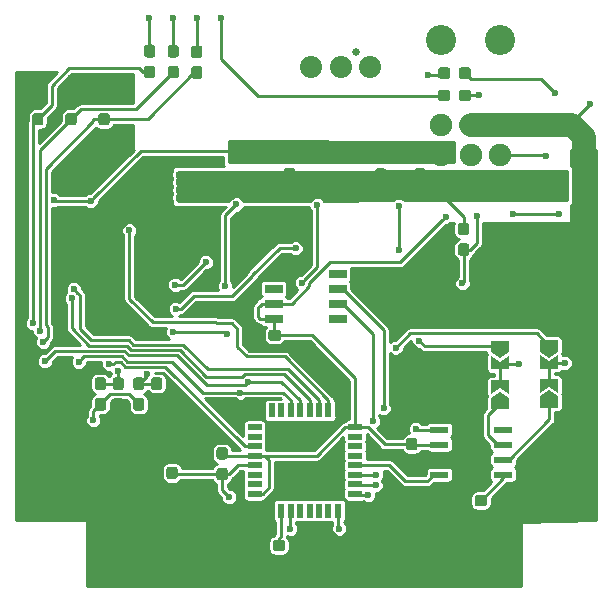
<source format=gbr>
G04 #@! TF.GenerationSoftware,KiCad,Pcbnew,5.0.0-fee4fd1~65~ubuntu16.04.1*
G04 #@! TF.CreationDate,2018-10-30T20:03:04+09:00*
G04 #@! TF.ProjectId,SSL_BLDC,53534C5F424C44432E6B696361645F70,rev?*
G04 #@! TF.SameCoordinates,Original*
G04 #@! TF.FileFunction,Copper,L2,Bot,Signal*
G04 #@! TF.FilePolarity,Positive*
%FSLAX46Y46*%
G04 Gerber Fmt 4.6, Leading zero omitted, Abs format (unit mm)*
G04 Created by KiCad (PCBNEW 5.0.0-fee4fd1~65~ubuntu16.04.1) date Tue Oct 30 20:03:04 2018*
%MOMM*%
%LPD*%
G01*
G04 APERTURE LIST*
G04 #@! TA.AperFunction,Conductor*
%ADD10C,0.100000*%
G04 #@! TD*
G04 #@! TA.AperFunction,SMDPad,CuDef*
%ADD11C,0.950000*%
G04 #@! TD*
G04 #@! TA.AperFunction,ComponentPad*
%ADD12C,1.900000*%
G04 #@! TD*
G04 #@! TA.AperFunction,ComponentPad*
%ADD13C,2.550000*%
G04 #@! TD*
G04 #@! TA.AperFunction,ComponentPad*
%ADD14C,1.875000*%
G04 #@! TD*
G04 #@! TA.AperFunction,ComponentPad*
%ADD15C,0.675000*%
G04 #@! TD*
G04 #@! TA.AperFunction,SMDPad,CuDef*
%ADD16R,1.525000X0.700000*%
G04 #@! TD*
G04 #@! TA.AperFunction,SMDPad,CuDef*
%ADD17R,1.200000X0.600000*%
G04 #@! TD*
G04 #@! TA.AperFunction,SMDPad,CuDef*
%ADD18R,0.600000X1.200000*%
G04 #@! TD*
G04 #@! TA.AperFunction,SMDPad,CuDef*
%ADD19R,3.370000X1.900000*%
G04 #@! TD*
G04 #@! TA.AperFunction,SMDPad,CuDef*
%ADD20R,1.550000X0.600000*%
G04 #@! TD*
G04 #@! TA.AperFunction,SMDPad,CuDef*
%ADD21C,0.300000*%
G04 #@! TD*
G04 #@! TA.AperFunction,ViaPad*
%ADD22C,0.600000*%
G04 #@! TD*
G04 #@! TA.AperFunction,Conductor*
%ADD23C,2.000000*%
G04 #@! TD*
G04 #@! TA.AperFunction,Conductor*
%ADD24C,0.250000*%
G04 #@! TD*
G04 #@! TA.AperFunction,Conductor*
%ADD25C,0.254000*%
G04 #@! TD*
G04 APERTURE END LIST*
D10*
G04 #@! TO.N,H1*
G04 #@! TO.C,C1*
G36*
X55060779Y-31988144D02*
X55083834Y-31991563D01*
X55106443Y-31997227D01*
X55128387Y-32005079D01*
X55149457Y-32015044D01*
X55169448Y-32027026D01*
X55188168Y-32040910D01*
X55205438Y-32056562D01*
X55221090Y-32073832D01*
X55234974Y-32092552D01*
X55246956Y-32112543D01*
X55256921Y-32133613D01*
X55264773Y-32155557D01*
X55270437Y-32178166D01*
X55273856Y-32201221D01*
X55275000Y-32224500D01*
X55275000Y-32799500D01*
X55273856Y-32822779D01*
X55270437Y-32845834D01*
X55264773Y-32868443D01*
X55256921Y-32890387D01*
X55246956Y-32911457D01*
X55234974Y-32931448D01*
X55221090Y-32950168D01*
X55205438Y-32967438D01*
X55188168Y-32983090D01*
X55169448Y-32996974D01*
X55149457Y-33008956D01*
X55128387Y-33018921D01*
X55106443Y-33026773D01*
X55083834Y-33032437D01*
X55060779Y-33035856D01*
X55037500Y-33037000D01*
X54562500Y-33037000D01*
X54539221Y-33035856D01*
X54516166Y-33032437D01*
X54493557Y-33026773D01*
X54471613Y-33018921D01*
X54450543Y-33008956D01*
X54430552Y-32996974D01*
X54411832Y-32983090D01*
X54394562Y-32967438D01*
X54378910Y-32950168D01*
X54365026Y-32931448D01*
X54353044Y-32911457D01*
X54343079Y-32890387D01*
X54335227Y-32868443D01*
X54329563Y-32845834D01*
X54326144Y-32822779D01*
X54325000Y-32799500D01*
X54325000Y-32224500D01*
X54326144Y-32201221D01*
X54329563Y-32178166D01*
X54335227Y-32155557D01*
X54343079Y-32133613D01*
X54353044Y-32112543D01*
X54365026Y-32092552D01*
X54378910Y-32073832D01*
X54394562Y-32056562D01*
X54411832Y-32040910D01*
X54430552Y-32027026D01*
X54450543Y-32015044D01*
X54471613Y-32005079D01*
X54493557Y-31997227D01*
X54516166Y-31991563D01*
X54539221Y-31988144D01*
X54562500Y-31987000D01*
X55037500Y-31987000D01*
X55060779Y-31988144D01*
X55060779Y-31988144D01*
G37*
D11*
G04 #@! TD*
G04 #@! TO.P,C1,1*
G04 #@! TO.N,H1*
X54800000Y-32512000D03*
D10*
G04 #@! TO.N,GND*
G04 #@! TO.C,C1*
G36*
X55060779Y-30238144D02*
X55083834Y-30241563D01*
X55106443Y-30247227D01*
X55128387Y-30255079D01*
X55149457Y-30265044D01*
X55169448Y-30277026D01*
X55188168Y-30290910D01*
X55205438Y-30306562D01*
X55221090Y-30323832D01*
X55234974Y-30342552D01*
X55246956Y-30362543D01*
X55256921Y-30383613D01*
X55264773Y-30405557D01*
X55270437Y-30428166D01*
X55273856Y-30451221D01*
X55275000Y-30474500D01*
X55275000Y-31049500D01*
X55273856Y-31072779D01*
X55270437Y-31095834D01*
X55264773Y-31118443D01*
X55256921Y-31140387D01*
X55246956Y-31161457D01*
X55234974Y-31181448D01*
X55221090Y-31200168D01*
X55205438Y-31217438D01*
X55188168Y-31233090D01*
X55169448Y-31246974D01*
X55149457Y-31258956D01*
X55128387Y-31268921D01*
X55106443Y-31276773D01*
X55083834Y-31282437D01*
X55060779Y-31285856D01*
X55037500Y-31287000D01*
X54562500Y-31287000D01*
X54539221Y-31285856D01*
X54516166Y-31282437D01*
X54493557Y-31276773D01*
X54471613Y-31268921D01*
X54450543Y-31258956D01*
X54430552Y-31246974D01*
X54411832Y-31233090D01*
X54394562Y-31217438D01*
X54378910Y-31200168D01*
X54365026Y-31181448D01*
X54353044Y-31161457D01*
X54343079Y-31140387D01*
X54335227Y-31118443D01*
X54329563Y-31095834D01*
X54326144Y-31072779D01*
X54325000Y-31049500D01*
X54325000Y-30474500D01*
X54326144Y-30451221D01*
X54329563Y-30428166D01*
X54335227Y-30405557D01*
X54343079Y-30383613D01*
X54353044Y-30362543D01*
X54365026Y-30342552D01*
X54378910Y-30323832D01*
X54394562Y-30306562D01*
X54411832Y-30290910D01*
X54430552Y-30277026D01*
X54450543Y-30265044D01*
X54471613Y-30255079D01*
X54493557Y-30247227D01*
X54516166Y-30241563D01*
X54539221Y-30238144D01*
X54562500Y-30237000D01*
X55037500Y-30237000D01*
X55060779Y-30238144D01*
X55060779Y-30238144D01*
G37*
D11*
G04 #@! TD*
G04 #@! TO.P,C1,2*
G04 #@! TO.N,GND*
X54800000Y-30762000D03*
D12*
G04 #@! TO.P,J2,1*
G04 #@! TO.N,+BATT*
X88940000Y-35520000D03*
G04 #@! TO.P,J2,2*
G04 #@! TO.N,+3V3*
X91440000Y-35520000D03*
G04 #@! TO.P,J2,3*
G04 #@! TO.N,Net-(J2-Pad3)*
X93940000Y-35520000D03*
G04 #@! TO.P,J2,4*
G04 #@! TO.N,Net-(J2-Pad4)*
X88940000Y-33020000D03*
G04 #@! TO.P,J2,5*
G04 #@! TO.N,GND*
X91440000Y-33020000D03*
G04 #@! TO.P,J2,6*
X93940000Y-33020000D03*
D13*
G04 #@! TO.P,J2,7*
G04 #@! TO.N,N/C*
X93940000Y-25840000D03*
G04 #@! TO.P,J2,8*
X88940000Y-25840000D03*
G04 #@! TD*
D10*
G04 #@! TO.N,GND*
G04 #@! TO.C,C3*
G36*
X57860779Y-30238144D02*
X57883834Y-30241563D01*
X57906443Y-30247227D01*
X57928387Y-30255079D01*
X57949457Y-30265044D01*
X57969448Y-30277026D01*
X57988168Y-30290910D01*
X58005438Y-30306562D01*
X58021090Y-30323832D01*
X58034974Y-30342552D01*
X58046956Y-30362543D01*
X58056921Y-30383613D01*
X58064773Y-30405557D01*
X58070437Y-30428166D01*
X58073856Y-30451221D01*
X58075000Y-30474500D01*
X58075000Y-31049500D01*
X58073856Y-31072779D01*
X58070437Y-31095834D01*
X58064773Y-31118443D01*
X58056921Y-31140387D01*
X58046956Y-31161457D01*
X58034974Y-31181448D01*
X58021090Y-31200168D01*
X58005438Y-31217438D01*
X57988168Y-31233090D01*
X57969448Y-31246974D01*
X57949457Y-31258956D01*
X57928387Y-31268921D01*
X57906443Y-31276773D01*
X57883834Y-31282437D01*
X57860779Y-31285856D01*
X57837500Y-31287000D01*
X57362500Y-31287000D01*
X57339221Y-31285856D01*
X57316166Y-31282437D01*
X57293557Y-31276773D01*
X57271613Y-31268921D01*
X57250543Y-31258956D01*
X57230552Y-31246974D01*
X57211832Y-31233090D01*
X57194562Y-31217438D01*
X57178910Y-31200168D01*
X57165026Y-31181448D01*
X57153044Y-31161457D01*
X57143079Y-31140387D01*
X57135227Y-31118443D01*
X57129563Y-31095834D01*
X57126144Y-31072779D01*
X57125000Y-31049500D01*
X57125000Y-30474500D01*
X57126144Y-30451221D01*
X57129563Y-30428166D01*
X57135227Y-30405557D01*
X57143079Y-30383613D01*
X57153044Y-30362543D01*
X57165026Y-30342552D01*
X57178910Y-30323832D01*
X57194562Y-30306562D01*
X57211832Y-30290910D01*
X57230552Y-30277026D01*
X57250543Y-30265044D01*
X57271613Y-30255079D01*
X57293557Y-30247227D01*
X57316166Y-30241563D01*
X57339221Y-30238144D01*
X57362500Y-30237000D01*
X57837500Y-30237000D01*
X57860779Y-30238144D01*
X57860779Y-30238144D01*
G37*
D11*
G04 #@! TD*
G04 #@! TO.P,C3,2*
G04 #@! TO.N,GND*
X57600000Y-30762000D03*
D10*
G04 #@! TO.N,H2*
G04 #@! TO.C,C3*
G36*
X57860779Y-31988144D02*
X57883834Y-31991563D01*
X57906443Y-31997227D01*
X57928387Y-32005079D01*
X57949457Y-32015044D01*
X57969448Y-32027026D01*
X57988168Y-32040910D01*
X58005438Y-32056562D01*
X58021090Y-32073832D01*
X58034974Y-32092552D01*
X58046956Y-32112543D01*
X58056921Y-32133613D01*
X58064773Y-32155557D01*
X58070437Y-32178166D01*
X58073856Y-32201221D01*
X58075000Y-32224500D01*
X58075000Y-32799500D01*
X58073856Y-32822779D01*
X58070437Y-32845834D01*
X58064773Y-32868443D01*
X58056921Y-32890387D01*
X58046956Y-32911457D01*
X58034974Y-32931448D01*
X58021090Y-32950168D01*
X58005438Y-32967438D01*
X57988168Y-32983090D01*
X57969448Y-32996974D01*
X57949457Y-33008956D01*
X57928387Y-33018921D01*
X57906443Y-33026773D01*
X57883834Y-33032437D01*
X57860779Y-33035856D01*
X57837500Y-33037000D01*
X57362500Y-33037000D01*
X57339221Y-33035856D01*
X57316166Y-33032437D01*
X57293557Y-33026773D01*
X57271613Y-33018921D01*
X57250543Y-33008956D01*
X57230552Y-32996974D01*
X57211832Y-32983090D01*
X57194562Y-32967438D01*
X57178910Y-32950168D01*
X57165026Y-32931448D01*
X57153044Y-32911457D01*
X57143079Y-32890387D01*
X57135227Y-32868443D01*
X57129563Y-32845834D01*
X57126144Y-32822779D01*
X57125000Y-32799500D01*
X57125000Y-32224500D01*
X57126144Y-32201221D01*
X57129563Y-32178166D01*
X57135227Y-32155557D01*
X57143079Y-32133613D01*
X57153044Y-32112543D01*
X57165026Y-32092552D01*
X57178910Y-32073832D01*
X57194562Y-32056562D01*
X57211832Y-32040910D01*
X57230552Y-32027026D01*
X57250543Y-32015044D01*
X57271613Y-32005079D01*
X57293557Y-31997227D01*
X57316166Y-31991563D01*
X57339221Y-31988144D01*
X57362500Y-31987000D01*
X57837500Y-31987000D01*
X57860779Y-31988144D01*
X57860779Y-31988144D01*
G37*
D11*
G04 #@! TD*
G04 #@! TO.P,C3,1*
G04 #@! TO.N,H2*
X57600000Y-32512000D03*
D10*
G04 #@! TO.N,H3*
G04 #@! TO.C,C4*
G36*
X60660779Y-31988144D02*
X60683834Y-31991563D01*
X60706443Y-31997227D01*
X60728387Y-32005079D01*
X60749457Y-32015044D01*
X60769448Y-32027026D01*
X60788168Y-32040910D01*
X60805438Y-32056562D01*
X60821090Y-32073832D01*
X60834974Y-32092552D01*
X60846956Y-32112543D01*
X60856921Y-32133613D01*
X60864773Y-32155557D01*
X60870437Y-32178166D01*
X60873856Y-32201221D01*
X60875000Y-32224500D01*
X60875000Y-32799500D01*
X60873856Y-32822779D01*
X60870437Y-32845834D01*
X60864773Y-32868443D01*
X60856921Y-32890387D01*
X60846956Y-32911457D01*
X60834974Y-32931448D01*
X60821090Y-32950168D01*
X60805438Y-32967438D01*
X60788168Y-32983090D01*
X60769448Y-32996974D01*
X60749457Y-33008956D01*
X60728387Y-33018921D01*
X60706443Y-33026773D01*
X60683834Y-33032437D01*
X60660779Y-33035856D01*
X60637500Y-33037000D01*
X60162500Y-33037000D01*
X60139221Y-33035856D01*
X60116166Y-33032437D01*
X60093557Y-33026773D01*
X60071613Y-33018921D01*
X60050543Y-33008956D01*
X60030552Y-32996974D01*
X60011832Y-32983090D01*
X59994562Y-32967438D01*
X59978910Y-32950168D01*
X59965026Y-32931448D01*
X59953044Y-32911457D01*
X59943079Y-32890387D01*
X59935227Y-32868443D01*
X59929563Y-32845834D01*
X59926144Y-32822779D01*
X59925000Y-32799500D01*
X59925000Y-32224500D01*
X59926144Y-32201221D01*
X59929563Y-32178166D01*
X59935227Y-32155557D01*
X59943079Y-32133613D01*
X59953044Y-32112543D01*
X59965026Y-32092552D01*
X59978910Y-32073832D01*
X59994562Y-32056562D01*
X60011832Y-32040910D01*
X60030552Y-32027026D01*
X60050543Y-32015044D01*
X60071613Y-32005079D01*
X60093557Y-31997227D01*
X60116166Y-31991563D01*
X60139221Y-31988144D01*
X60162500Y-31987000D01*
X60637500Y-31987000D01*
X60660779Y-31988144D01*
X60660779Y-31988144D01*
G37*
D11*
G04 #@! TD*
G04 #@! TO.P,C4,1*
G04 #@! TO.N,H3*
X60400000Y-32512000D03*
D10*
G04 #@! TO.N,GND*
G04 #@! TO.C,C4*
G36*
X60660779Y-30238144D02*
X60683834Y-30241563D01*
X60706443Y-30247227D01*
X60728387Y-30255079D01*
X60749457Y-30265044D01*
X60769448Y-30277026D01*
X60788168Y-30290910D01*
X60805438Y-30306562D01*
X60821090Y-30323832D01*
X60834974Y-30342552D01*
X60846956Y-30362543D01*
X60856921Y-30383613D01*
X60864773Y-30405557D01*
X60870437Y-30428166D01*
X60873856Y-30451221D01*
X60875000Y-30474500D01*
X60875000Y-31049500D01*
X60873856Y-31072779D01*
X60870437Y-31095834D01*
X60864773Y-31118443D01*
X60856921Y-31140387D01*
X60846956Y-31161457D01*
X60834974Y-31181448D01*
X60821090Y-31200168D01*
X60805438Y-31217438D01*
X60788168Y-31233090D01*
X60769448Y-31246974D01*
X60749457Y-31258956D01*
X60728387Y-31268921D01*
X60706443Y-31276773D01*
X60683834Y-31282437D01*
X60660779Y-31285856D01*
X60637500Y-31287000D01*
X60162500Y-31287000D01*
X60139221Y-31285856D01*
X60116166Y-31282437D01*
X60093557Y-31276773D01*
X60071613Y-31268921D01*
X60050543Y-31258956D01*
X60030552Y-31246974D01*
X60011832Y-31233090D01*
X59994562Y-31217438D01*
X59978910Y-31200168D01*
X59965026Y-31181448D01*
X59953044Y-31161457D01*
X59943079Y-31140387D01*
X59935227Y-31118443D01*
X59929563Y-31095834D01*
X59926144Y-31072779D01*
X59925000Y-31049500D01*
X59925000Y-30474500D01*
X59926144Y-30451221D01*
X59929563Y-30428166D01*
X59935227Y-30405557D01*
X59943079Y-30383613D01*
X59953044Y-30362543D01*
X59965026Y-30342552D01*
X59978910Y-30323832D01*
X59994562Y-30306562D01*
X60011832Y-30290910D01*
X60030552Y-30277026D01*
X60050543Y-30265044D01*
X60071613Y-30255079D01*
X60093557Y-30247227D01*
X60116166Y-30241563D01*
X60139221Y-30238144D01*
X60162500Y-30237000D01*
X60637500Y-30237000D01*
X60660779Y-30238144D01*
X60660779Y-30238144D01*
G37*
D11*
G04 #@! TD*
G04 #@! TO.P,C4,2*
G04 #@! TO.N,GND*
X60400000Y-30762000D03*
D10*
G04 #@! TO.N,GND*
G04 #@! TO.C,C5*
G36*
X66410779Y-60176144D02*
X66433834Y-60179563D01*
X66456443Y-60185227D01*
X66478387Y-60193079D01*
X66499457Y-60203044D01*
X66519448Y-60215026D01*
X66538168Y-60228910D01*
X66555438Y-60244562D01*
X66571090Y-60261832D01*
X66584974Y-60280552D01*
X66596956Y-60300543D01*
X66606921Y-60321613D01*
X66614773Y-60343557D01*
X66620437Y-60366166D01*
X66623856Y-60389221D01*
X66625000Y-60412500D01*
X66625000Y-60987500D01*
X66623856Y-61010779D01*
X66620437Y-61033834D01*
X66614773Y-61056443D01*
X66606921Y-61078387D01*
X66596956Y-61099457D01*
X66584974Y-61119448D01*
X66571090Y-61138168D01*
X66555438Y-61155438D01*
X66538168Y-61171090D01*
X66519448Y-61184974D01*
X66499457Y-61196956D01*
X66478387Y-61206921D01*
X66456443Y-61214773D01*
X66433834Y-61220437D01*
X66410779Y-61223856D01*
X66387500Y-61225000D01*
X65912500Y-61225000D01*
X65889221Y-61223856D01*
X65866166Y-61220437D01*
X65843557Y-61214773D01*
X65821613Y-61206921D01*
X65800543Y-61196956D01*
X65780552Y-61184974D01*
X65761832Y-61171090D01*
X65744562Y-61155438D01*
X65728910Y-61138168D01*
X65715026Y-61119448D01*
X65703044Y-61099457D01*
X65693079Y-61078387D01*
X65685227Y-61056443D01*
X65679563Y-61033834D01*
X65676144Y-61010779D01*
X65675000Y-60987500D01*
X65675000Y-60412500D01*
X65676144Y-60389221D01*
X65679563Y-60366166D01*
X65685227Y-60343557D01*
X65693079Y-60321613D01*
X65703044Y-60300543D01*
X65715026Y-60280552D01*
X65728910Y-60261832D01*
X65744562Y-60244562D01*
X65761832Y-60228910D01*
X65780552Y-60215026D01*
X65800543Y-60203044D01*
X65821613Y-60193079D01*
X65843557Y-60185227D01*
X65866166Y-60179563D01*
X65889221Y-60176144D01*
X65912500Y-60175000D01*
X66387500Y-60175000D01*
X66410779Y-60176144D01*
X66410779Y-60176144D01*
G37*
D11*
G04 #@! TD*
G04 #@! TO.P,C5,2*
G04 #@! TO.N,GND*
X66150000Y-60700000D03*
D10*
G04 #@! TO.N,RESET*
G04 #@! TO.C,C5*
G36*
X66410779Y-61926144D02*
X66433834Y-61929563D01*
X66456443Y-61935227D01*
X66478387Y-61943079D01*
X66499457Y-61953044D01*
X66519448Y-61965026D01*
X66538168Y-61978910D01*
X66555438Y-61994562D01*
X66571090Y-62011832D01*
X66584974Y-62030552D01*
X66596956Y-62050543D01*
X66606921Y-62071613D01*
X66614773Y-62093557D01*
X66620437Y-62116166D01*
X66623856Y-62139221D01*
X66625000Y-62162500D01*
X66625000Y-62737500D01*
X66623856Y-62760779D01*
X66620437Y-62783834D01*
X66614773Y-62806443D01*
X66606921Y-62828387D01*
X66596956Y-62849457D01*
X66584974Y-62869448D01*
X66571090Y-62888168D01*
X66555438Y-62905438D01*
X66538168Y-62921090D01*
X66519448Y-62934974D01*
X66499457Y-62946956D01*
X66478387Y-62956921D01*
X66456443Y-62964773D01*
X66433834Y-62970437D01*
X66410779Y-62973856D01*
X66387500Y-62975000D01*
X65912500Y-62975000D01*
X65889221Y-62973856D01*
X65866166Y-62970437D01*
X65843557Y-62964773D01*
X65821613Y-62956921D01*
X65800543Y-62946956D01*
X65780552Y-62934974D01*
X65761832Y-62921090D01*
X65744562Y-62905438D01*
X65728910Y-62888168D01*
X65715026Y-62869448D01*
X65703044Y-62849457D01*
X65693079Y-62828387D01*
X65685227Y-62806443D01*
X65679563Y-62783834D01*
X65676144Y-62760779D01*
X65675000Y-62737500D01*
X65675000Y-62162500D01*
X65676144Y-62139221D01*
X65679563Y-62116166D01*
X65685227Y-62093557D01*
X65693079Y-62071613D01*
X65703044Y-62050543D01*
X65715026Y-62030552D01*
X65728910Y-62011832D01*
X65744562Y-61994562D01*
X65761832Y-61978910D01*
X65780552Y-61965026D01*
X65800543Y-61953044D01*
X65821613Y-61943079D01*
X65843557Y-61935227D01*
X65866166Y-61929563D01*
X65889221Y-61926144D01*
X65912500Y-61925000D01*
X66387500Y-61925000D01*
X66410779Y-61926144D01*
X66410779Y-61926144D01*
G37*
D11*
G04 #@! TD*
G04 #@! TO.P,C5,1*
G04 #@! TO.N,RESET*
X66150000Y-62450000D03*
D10*
G04 #@! TO.N,+BATT*
G04 #@! TO.C,C15*
G36*
X76360779Y-34851144D02*
X76383834Y-34854563D01*
X76406443Y-34860227D01*
X76428387Y-34868079D01*
X76449457Y-34878044D01*
X76469448Y-34890026D01*
X76488168Y-34903910D01*
X76505438Y-34919562D01*
X76521090Y-34936832D01*
X76534974Y-34955552D01*
X76546956Y-34975543D01*
X76556921Y-34996613D01*
X76564773Y-35018557D01*
X76570437Y-35041166D01*
X76573856Y-35064221D01*
X76575000Y-35087500D01*
X76575000Y-35662500D01*
X76573856Y-35685779D01*
X76570437Y-35708834D01*
X76564773Y-35731443D01*
X76556921Y-35753387D01*
X76546956Y-35774457D01*
X76534974Y-35794448D01*
X76521090Y-35813168D01*
X76505438Y-35830438D01*
X76488168Y-35846090D01*
X76469448Y-35859974D01*
X76449457Y-35871956D01*
X76428387Y-35881921D01*
X76406443Y-35889773D01*
X76383834Y-35895437D01*
X76360779Y-35898856D01*
X76337500Y-35900000D01*
X75862500Y-35900000D01*
X75839221Y-35898856D01*
X75816166Y-35895437D01*
X75793557Y-35889773D01*
X75771613Y-35881921D01*
X75750543Y-35871956D01*
X75730552Y-35859974D01*
X75711832Y-35846090D01*
X75694562Y-35830438D01*
X75678910Y-35813168D01*
X75665026Y-35794448D01*
X75653044Y-35774457D01*
X75643079Y-35753387D01*
X75635227Y-35731443D01*
X75629563Y-35708834D01*
X75626144Y-35685779D01*
X75625000Y-35662500D01*
X75625000Y-35087500D01*
X75626144Y-35064221D01*
X75629563Y-35041166D01*
X75635227Y-35018557D01*
X75643079Y-34996613D01*
X75653044Y-34975543D01*
X75665026Y-34955552D01*
X75678910Y-34936832D01*
X75694562Y-34919562D01*
X75711832Y-34903910D01*
X75730552Y-34890026D01*
X75750543Y-34878044D01*
X75771613Y-34868079D01*
X75793557Y-34860227D01*
X75816166Y-34854563D01*
X75839221Y-34851144D01*
X75862500Y-34850000D01*
X76337500Y-34850000D01*
X76360779Y-34851144D01*
X76360779Y-34851144D01*
G37*
D11*
G04 #@! TD*
G04 #@! TO.P,C15,1*
G04 #@! TO.N,+BATT*
X76100000Y-35375000D03*
D10*
G04 #@! TO.N,/drive/LSS*
G04 #@! TO.C,C15*
G36*
X76360779Y-36601144D02*
X76383834Y-36604563D01*
X76406443Y-36610227D01*
X76428387Y-36618079D01*
X76449457Y-36628044D01*
X76469448Y-36640026D01*
X76488168Y-36653910D01*
X76505438Y-36669562D01*
X76521090Y-36686832D01*
X76534974Y-36705552D01*
X76546956Y-36725543D01*
X76556921Y-36746613D01*
X76564773Y-36768557D01*
X76570437Y-36791166D01*
X76573856Y-36814221D01*
X76575000Y-36837500D01*
X76575000Y-37412500D01*
X76573856Y-37435779D01*
X76570437Y-37458834D01*
X76564773Y-37481443D01*
X76556921Y-37503387D01*
X76546956Y-37524457D01*
X76534974Y-37544448D01*
X76521090Y-37563168D01*
X76505438Y-37580438D01*
X76488168Y-37596090D01*
X76469448Y-37609974D01*
X76449457Y-37621956D01*
X76428387Y-37631921D01*
X76406443Y-37639773D01*
X76383834Y-37645437D01*
X76360779Y-37648856D01*
X76337500Y-37650000D01*
X75862500Y-37650000D01*
X75839221Y-37648856D01*
X75816166Y-37645437D01*
X75793557Y-37639773D01*
X75771613Y-37631921D01*
X75750543Y-37621956D01*
X75730552Y-37609974D01*
X75711832Y-37596090D01*
X75694562Y-37580438D01*
X75678910Y-37563168D01*
X75665026Y-37544448D01*
X75653044Y-37524457D01*
X75643079Y-37503387D01*
X75635227Y-37481443D01*
X75629563Y-37458834D01*
X75626144Y-37435779D01*
X75625000Y-37412500D01*
X75625000Y-36837500D01*
X75626144Y-36814221D01*
X75629563Y-36791166D01*
X75635227Y-36768557D01*
X75643079Y-36746613D01*
X75653044Y-36725543D01*
X75665026Y-36705552D01*
X75678910Y-36686832D01*
X75694562Y-36669562D01*
X75711832Y-36653910D01*
X75730552Y-36640026D01*
X75750543Y-36628044D01*
X75771613Y-36618079D01*
X75793557Y-36610227D01*
X75816166Y-36604563D01*
X75839221Y-36601144D01*
X75862500Y-36600000D01*
X76337500Y-36600000D01*
X76360779Y-36601144D01*
X76360779Y-36601144D01*
G37*
D11*
G04 #@! TD*
G04 #@! TO.P,C15,2*
G04 #@! TO.N,/drive/LSS*
X76100000Y-37125000D03*
D10*
G04 #@! TO.N,+BATT*
G04 #@! TO.C,C16*
G36*
X84085779Y-34926144D02*
X84108834Y-34929563D01*
X84131443Y-34935227D01*
X84153387Y-34943079D01*
X84174457Y-34953044D01*
X84194448Y-34965026D01*
X84213168Y-34978910D01*
X84230438Y-34994562D01*
X84246090Y-35011832D01*
X84259974Y-35030552D01*
X84271956Y-35050543D01*
X84281921Y-35071613D01*
X84289773Y-35093557D01*
X84295437Y-35116166D01*
X84298856Y-35139221D01*
X84300000Y-35162500D01*
X84300000Y-35737500D01*
X84298856Y-35760779D01*
X84295437Y-35783834D01*
X84289773Y-35806443D01*
X84281921Y-35828387D01*
X84271956Y-35849457D01*
X84259974Y-35869448D01*
X84246090Y-35888168D01*
X84230438Y-35905438D01*
X84213168Y-35921090D01*
X84194448Y-35934974D01*
X84174457Y-35946956D01*
X84153387Y-35956921D01*
X84131443Y-35964773D01*
X84108834Y-35970437D01*
X84085779Y-35973856D01*
X84062500Y-35975000D01*
X83587500Y-35975000D01*
X83564221Y-35973856D01*
X83541166Y-35970437D01*
X83518557Y-35964773D01*
X83496613Y-35956921D01*
X83475543Y-35946956D01*
X83455552Y-35934974D01*
X83436832Y-35921090D01*
X83419562Y-35905438D01*
X83403910Y-35888168D01*
X83390026Y-35869448D01*
X83378044Y-35849457D01*
X83368079Y-35828387D01*
X83360227Y-35806443D01*
X83354563Y-35783834D01*
X83351144Y-35760779D01*
X83350000Y-35737500D01*
X83350000Y-35162500D01*
X83351144Y-35139221D01*
X83354563Y-35116166D01*
X83360227Y-35093557D01*
X83368079Y-35071613D01*
X83378044Y-35050543D01*
X83390026Y-35030552D01*
X83403910Y-35011832D01*
X83419562Y-34994562D01*
X83436832Y-34978910D01*
X83455552Y-34965026D01*
X83475543Y-34953044D01*
X83496613Y-34943079D01*
X83518557Y-34935227D01*
X83541166Y-34929563D01*
X83564221Y-34926144D01*
X83587500Y-34925000D01*
X84062500Y-34925000D01*
X84085779Y-34926144D01*
X84085779Y-34926144D01*
G37*
D11*
G04 #@! TD*
G04 #@! TO.P,C16,1*
G04 #@! TO.N,+BATT*
X83825000Y-35450000D03*
D10*
G04 #@! TO.N,/drive/LSS*
G04 #@! TO.C,C16*
G36*
X84085779Y-36676144D02*
X84108834Y-36679563D01*
X84131443Y-36685227D01*
X84153387Y-36693079D01*
X84174457Y-36703044D01*
X84194448Y-36715026D01*
X84213168Y-36728910D01*
X84230438Y-36744562D01*
X84246090Y-36761832D01*
X84259974Y-36780552D01*
X84271956Y-36800543D01*
X84281921Y-36821613D01*
X84289773Y-36843557D01*
X84295437Y-36866166D01*
X84298856Y-36889221D01*
X84300000Y-36912500D01*
X84300000Y-37487500D01*
X84298856Y-37510779D01*
X84295437Y-37533834D01*
X84289773Y-37556443D01*
X84281921Y-37578387D01*
X84271956Y-37599457D01*
X84259974Y-37619448D01*
X84246090Y-37638168D01*
X84230438Y-37655438D01*
X84213168Y-37671090D01*
X84194448Y-37684974D01*
X84174457Y-37696956D01*
X84153387Y-37706921D01*
X84131443Y-37714773D01*
X84108834Y-37720437D01*
X84085779Y-37723856D01*
X84062500Y-37725000D01*
X83587500Y-37725000D01*
X83564221Y-37723856D01*
X83541166Y-37720437D01*
X83518557Y-37714773D01*
X83496613Y-37706921D01*
X83475543Y-37696956D01*
X83455552Y-37684974D01*
X83436832Y-37671090D01*
X83419562Y-37655438D01*
X83403910Y-37638168D01*
X83390026Y-37619448D01*
X83378044Y-37599457D01*
X83368079Y-37578387D01*
X83360227Y-37556443D01*
X83354563Y-37533834D01*
X83351144Y-37510779D01*
X83350000Y-37487500D01*
X83350000Y-36912500D01*
X83351144Y-36889221D01*
X83354563Y-36866166D01*
X83360227Y-36843557D01*
X83368079Y-36821613D01*
X83378044Y-36800543D01*
X83390026Y-36780552D01*
X83403910Y-36761832D01*
X83419562Y-36744562D01*
X83436832Y-36728910D01*
X83455552Y-36715026D01*
X83475543Y-36703044D01*
X83496613Y-36693079D01*
X83518557Y-36685227D01*
X83541166Y-36679563D01*
X83564221Y-36676144D01*
X83587500Y-36675000D01*
X84062500Y-36675000D01*
X84085779Y-36676144D01*
X84085779Y-36676144D01*
G37*
D11*
G04 #@! TD*
G04 #@! TO.P,C16,2*
G04 #@! TO.N,/drive/LSS*
X83825000Y-37200000D03*
D10*
G04 #@! TO.N,Net-(J1-Pad2)*
G04 #@! TO.C,R1*
G36*
X68510779Y-26276144D02*
X68533834Y-26279563D01*
X68556443Y-26285227D01*
X68578387Y-26293079D01*
X68599457Y-26303044D01*
X68619448Y-26315026D01*
X68638168Y-26328910D01*
X68655438Y-26344562D01*
X68671090Y-26361832D01*
X68684974Y-26380552D01*
X68696956Y-26400543D01*
X68706921Y-26421613D01*
X68714773Y-26443557D01*
X68720437Y-26466166D01*
X68723856Y-26489221D01*
X68725000Y-26512500D01*
X68725000Y-27087500D01*
X68723856Y-27110779D01*
X68720437Y-27133834D01*
X68714773Y-27156443D01*
X68706921Y-27178387D01*
X68696956Y-27199457D01*
X68684974Y-27219448D01*
X68671090Y-27238168D01*
X68655438Y-27255438D01*
X68638168Y-27271090D01*
X68619448Y-27284974D01*
X68599457Y-27296956D01*
X68578387Y-27306921D01*
X68556443Y-27314773D01*
X68533834Y-27320437D01*
X68510779Y-27323856D01*
X68487500Y-27325000D01*
X68012500Y-27325000D01*
X67989221Y-27323856D01*
X67966166Y-27320437D01*
X67943557Y-27314773D01*
X67921613Y-27306921D01*
X67900543Y-27296956D01*
X67880552Y-27284974D01*
X67861832Y-27271090D01*
X67844562Y-27255438D01*
X67828910Y-27238168D01*
X67815026Y-27219448D01*
X67803044Y-27199457D01*
X67793079Y-27178387D01*
X67785227Y-27156443D01*
X67779563Y-27133834D01*
X67776144Y-27110779D01*
X67775000Y-27087500D01*
X67775000Y-26512500D01*
X67776144Y-26489221D01*
X67779563Y-26466166D01*
X67785227Y-26443557D01*
X67793079Y-26421613D01*
X67803044Y-26400543D01*
X67815026Y-26380552D01*
X67828910Y-26361832D01*
X67844562Y-26344562D01*
X67861832Y-26328910D01*
X67880552Y-26315026D01*
X67900543Y-26303044D01*
X67921613Y-26293079D01*
X67943557Y-26285227D01*
X67966166Y-26279563D01*
X67989221Y-26276144D01*
X68012500Y-26275000D01*
X68487500Y-26275000D01*
X68510779Y-26276144D01*
X68510779Y-26276144D01*
G37*
D11*
G04 #@! TD*
G04 #@! TO.P,R1,1*
G04 #@! TO.N,Net-(J1-Pad2)*
X68250000Y-26800000D03*
D10*
G04 #@! TO.N,H3*
G04 #@! TO.C,R1*
G36*
X68510779Y-28026144D02*
X68533834Y-28029563D01*
X68556443Y-28035227D01*
X68578387Y-28043079D01*
X68599457Y-28053044D01*
X68619448Y-28065026D01*
X68638168Y-28078910D01*
X68655438Y-28094562D01*
X68671090Y-28111832D01*
X68684974Y-28130552D01*
X68696956Y-28150543D01*
X68706921Y-28171613D01*
X68714773Y-28193557D01*
X68720437Y-28216166D01*
X68723856Y-28239221D01*
X68725000Y-28262500D01*
X68725000Y-28837500D01*
X68723856Y-28860779D01*
X68720437Y-28883834D01*
X68714773Y-28906443D01*
X68706921Y-28928387D01*
X68696956Y-28949457D01*
X68684974Y-28969448D01*
X68671090Y-28988168D01*
X68655438Y-29005438D01*
X68638168Y-29021090D01*
X68619448Y-29034974D01*
X68599457Y-29046956D01*
X68578387Y-29056921D01*
X68556443Y-29064773D01*
X68533834Y-29070437D01*
X68510779Y-29073856D01*
X68487500Y-29075000D01*
X68012500Y-29075000D01*
X67989221Y-29073856D01*
X67966166Y-29070437D01*
X67943557Y-29064773D01*
X67921613Y-29056921D01*
X67900543Y-29046956D01*
X67880552Y-29034974D01*
X67861832Y-29021090D01*
X67844562Y-29005438D01*
X67828910Y-28988168D01*
X67815026Y-28969448D01*
X67803044Y-28949457D01*
X67793079Y-28928387D01*
X67785227Y-28906443D01*
X67779563Y-28883834D01*
X67776144Y-28860779D01*
X67775000Y-28837500D01*
X67775000Y-28262500D01*
X67776144Y-28239221D01*
X67779563Y-28216166D01*
X67785227Y-28193557D01*
X67793079Y-28171613D01*
X67803044Y-28150543D01*
X67815026Y-28130552D01*
X67828910Y-28111832D01*
X67844562Y-28094562D01*
X67861832Y-28078910D01*
X67880552Y-28065026D01*
X67900543Y-28053044D01*
X67921613Y-28043079D01*
X67943557Y-28035227D01*
X67966166Y-28029563D01*
X67989221Y-28026144D01*
X68012500Y-28025000D01*
X68487500Y-28025000D01*
X68510779Y-28026144D01*
X68510779Y-28026144D01*
G37*
D11*
G04 #@! TD*
G04 #@! TO.P,R1,2*
G04 #@! TO.N,H3*
X68250000Y-28550000D03*
D10*
G04 #@! TO.N,Net-(J1-Pad3)*
G04 #@! TO.C,R2*
G36*
X66520779Y-26236144D02*
X66543834Y-26239563D01*
X66566443Y-26245227D01*
X66588387Y-26253079D01*
X66609457Y-26263044D01*
X66629448Y-26275026D01*
X66648168Y-26288910D01*
X66665438Y-26304562D01*
X66681090Y-26321832D01*
X66694974Y-26340552D01*
X66706956Y-26360543D01*
X66716921Y-26381613D01*
X66724773Y-26403557D01*
X66730437Y-26426166D01*
X66733856Y-26449221D01*
X66735000Y-26472500D01*
X66735000Y-27047500D01*
X66733856Y-27070779D01*
X66730437Y-27093834D01*
X66724773Y-27116443D01*
X66716921Y-27138387D01*
X66706956Y-27159457D01*
X66694974Y-27179448D01*
X66681090Y-27198168D01*
X66665438Y-27215438D01*
X66648168Y-27231090D01*
X66629448Y-27244974D01*
X66609457Y-27256956D01*
X66588387Y-27266921D01*
X66566443Y-27274773D01*
X66543834Y-27280437D01*
X66520779Y-27283856D01*
X66497500Y-27285000D01*
X66022500Y-27285000D01*
X65999221Y-27283856D01*
X65976166Y-27280437D01*
X65953557Y-27274773D01*
X65931613Y-27266921D01*
X65910543Y-27256956D01*
X65890552Y-27244974D01*
X65871832Y-27231090D01*
X65854562Y-27215438D01*
X65838910Y-27198168D01*
X65825026Y-27179448D01*
X65813044Y-27159457D01*
X65803079Y-27138387D01*
X65795227Y-27116443D01*
X65789563Y-27093834D01*
X65786144Y-27070779D01*
X65785000Y-27047500D01*
X65785000Y-26472500D01*
X65786144Y-26449221D01*
X65789563Y-26426166D01*
X65795227Y-26403557D01*
X65803079Y-26381613D01*
X65813044Y-26360543D01*
X65825026Y-26340552D01*
X65838910Y-26321832D01*
X65854562Y-26304562D01*
X65871832Y-26288910D01*
X65890552Y-26275026D01*
X65910543Y-26263044D01*
X65931613Y-26253079D01*
X65953557Y-26245227D01*
X65976166Y-26239563D01*
X65999221Y-26236144D01*
X66022500Y-26235000D01*
X66497500Y-26235000D01*
X66520779Y-26236144D01*
X66520779Y-26236144D01*
G37*
D11*
G04 #@! TD*
G04 #@! TO.P,R2,1*
G04 #@! TO.N,Net-(J1-Pad3)*
X66260000Y-26760000D03*
D10*
G04 #@! TO.N,H2*
G04 #@! TO.C,R2*
G36*
X66520779Y-27986144D02*
X66543834Y-27989563D01*
X66566443Y-27995227D01*
X66588387Y-28003079D01*
X66609457Y-28013044D01*
X66629448Y-28025026D01*
X66648168Y-28038910D01*
X66665438Y-28054562D01*
X66681090Y-28071832D01*
X66694974Y-28090552D01*
X66706956Y-28110543D01*
X66716921Y-28131613D01*
X66724773Y-28153557D01*
X66730437Y-28176166D01*
X66733856Y-28199221D01*
X66735000Y-28222500D01*
X66735000Y-28797500D01*
X66733856Y-28820779D01*
X66730437Y-28843834D01*
X66724773Y-28866443D01*
X66716921Y-28888387D01*
X66706956Y-28909457D01*
X66694974Y-28929448D01*
X66681090Y-28948168D01*
X66665438Y-28965438D01*
X66648168Y-28981090D01*
X66629448Y-28994974D01*
X66609457Y-29006956D01*
X66588387Y-29016921D01*
X66566443Y-29024773D01*
X66543834Y-29030437D01*
X66520779Y-29033856D01*
X66497500Y-29035000D01*
X66022500Y-29035000D01*
X65999221Y-29033856D01*
X65976166Y-29030437D01*
X65953557Y-29024773D01*
X65931613Y-29016921D01*
X65910543Y-29006956D01*
X65890552Y-28994974D01*
X65871832Y-28981090D01*
X65854562Y-28965438D01*
X65838910Y-28948168D01*
X65825026Y-28929448D01*
X65813044Y-28909457D01*
X65803079Y-28888387D01*
X65795227Y-28866443D01*
X65789563Y-28843834D01*
X65786144Y-28820779D01*
X65785000Y-28797500D01*
X65785000Y-28222500D01*
X65786144Y-28199221D01*
X65789563Y-28176166D01*
X65795227Y-28153557D01*
X65803079Y-28131613D01*
X65813044Y-28110543D01*
X65825026Y-28090552D01*
X65838910Y-28071832D01*
X65854562Y-28054562D01*
X65871832Y-28038910D01*
X65890552Y-28025026D01*
X65910543Y-28013044D01*
X65931613Y-28003079D01*
X65953557Y-27995227D01*
X65976166Y-27989563D01*
X65999221Y-27986144D01*
X66022500Y-27985000D01*
X66497500Y-27985000D01*
X66520779Y-27986144D01*
X66520779Y-27986144D01*
G37*
D11*
G04 #@! TD*
G04 #@! TO.P,R2,2*
G04 #@! TO.N,H2*
X66260000Y-28510000D03*
D10*
G04 #@! TO.N,H1*
G04 #@! TO.C,R3*
G36*
X64520779Y-27986144D02*
X64543834Y-27989563D01*
X64566443Y-27995227D01*
X64588387Y-28003079D01*
X64609457Y-28013044D01*
X64629448Y-28025026D01*
X64648168Y-28038910D01*
X64665438Y-28054562D01*
X64681090Y-28071832D01*
X64694974Y-28090552D01*
X64706956Y-28110543D01*
X64716921Y-28131613D01*
X64724773Y-28153557D01*
X64730437Y-28176166D01*
X64733856Y-28199221D01*
X64735000Y-28222500D01*
X64735000Y-28797500D01*
X64733856Y-28820779D01*
X64730437Y-28843834D01*
X64724773Y-28866443D01*
X64716921Y-28888387D01*
X64706956Y-28909457D01*
X64694974Y-28929448D01*
X64681090Y-28948168D01*
X64665438Y-28965438D01*
X64648168Y-28981090D01*
X64629448Y-28994974D01*
X64609457Y-29006956D01*
X64588387Y-29016921D01*
X64566443Y-29024773D01*
X64543834Y-29030437D01*
X64520779Y-29033856D01*
X64497500Y-29035000D01*
X64022500Y-29035000D01*
X63999221Y-29033856D01*
X63976166Y-29030437D01*
X63953557Y-29024773D01*
X63931613Y-29016921D01*
X63910543Y-29006956D01*
X63890552Y-28994974D01*
X63871832Y-28981090D01*
X63854562Y-28965438D01*
X63838910Y-28948168D01*
X63825026Y-28929448D01*
X63813044Y-28909457D01*
X63803079Y-28888387D01*
X63795227Y-28866443D01*
X63789563Y-28843834D01*
X63786144Y-28820779D01*
X63785000Y-28797500D01*
X63785000Y-28222500D01*
X63786144Y-28199221D01*
X63789563Y-28176166D01*
X63795227Y-28153557D01*
X63803079Y-28131613D01*
X63813044Y-28110543D01*
X63825026Y-28090552D01*
X63838910Y-28071832D01*
X63854562Y-28054562D01*
X63871832Y-28038910D01*
X63890552Y-28025026D01*
X63910543Y-28013044D01*
X63931613Y-28003079D01*
X63953557Y-27995227D01*
X63976166Y-27989563D01*
X63999221Y-27986144D01*
X64022500Y-27985000D01*
X64497500Y-27985000D01*
X64520779Y-27986144D01*
X64520779Y-27986144D01*
G37*
D11*
G04 #@! TD*
G04 #@! TO.P,R3,2*
G04 #@! TO.N,H1*
X64260000Y-28510000D03*
D10*
G04 #@! TO.N,Net-(J1-Pad4)*
G04 #@! TO.C,R3*
G36*
X64520779Y-26236144D02*
X64543834Y-26239563D01*
X64566443Y-26245227D01*
X64588387Y-26253079D01*
X64609457Y-26263044D01*
X64629448Y-26275026D01*
X64648168Y-26288910D01*
X64665438Y-26304562D01*
X64681090Y-26321832D01*
X64694974Y-26340552D01*
X64706956Y-26360543D01*
X64716921Y-26381613D01*
X64724773Y-26403557D01*
X64730437Y-26426166D01*
X64733856Y-26449221D01*
X64735000Y-26472500D01*
X64735000Y-27047500D01*
X64733856Y-27070779D01*
X64730437Y-27093834D01*
X64724773Y-27116443D01*
X64716921Y-27138387D01*
X64706956Y-27159457D01*
X64694974Y-27179448D01*
X64681090Y-27198168D01*
X64665438Y-27215438D01*
X64648168Y-27231090D01*
X64629448Y-27244974D01*
X64609457Y-27256956D01*
X64588387Y-27266921D01*
X64566443Y-27274773D01*
X64543834Y-27280437D01*
X64520779Y-27283856D01*
X64497500Y-27285000D01*
X64022500Y-27285000D01*
X63999221Y-27283856D01*
X63976166Y-27280437D01*
X63953557Y-27274773D01*
X63931613Y-27266921D01*
X63910543Y-27256956D01*
X63890552Y-27244974D01*
X63871832Y-27231090D01*
X63854562Y-27215438D01*
X63838910Y-27198168D01*
X63825026Y-27179448D01*
X63813044Y-27159457D01*
X63803079Y-27138387D01*
X63795227Y-27116443D01*
X63789563Y-27093834D01*
X63786144Y-27070779D01*
X63785000Y-27047500D01*
X63785000Y-26472500D01*
X63786144Y-26449221D01*
X63789563Y-26426166D01*
X63795227Y-26403557D01*
X63803079Y-26381613D01*
X63813044Y-26360543D01*
X63825026Y-26340552D01*
X63838910Y-26321832D01*
X63854562Y-26304562D01*
X63871832Y-26288910D01*
X63890552Y-26275026D01*
X63910543Y-26263044D01*
X63931613Y-26253079D01*
X63953557Y-26245227D01*
X63976166Y-26239563D01*
X63999221Y-26236144D01*
X64022500Y-26235000D01*
X64497500Y-26235000D01*
X64520779Y-26236144D01*
X64520779Y-26236144D01*
G37*
D11*
G04 #@! TD*
G04 #@! TO.P,R3,1*
G04 #@! TO.N,Net-(J1-Pad4)*
X64260000Y-26760000D03*
D10*
G04 #@! TO.N,GND*
G04 #@! TO.C,R4*
G36*
X73760779Y-68126144D02*
X73783834Y-68129563D01*
X73806443Y-68135227D01*
X73828387Y-68143079D01*
X73849457Y-68153044D01*
X73869448Y-68165026D01*
X73888168Y-68178910D01*
X73905438Y-68194562D01*
X73921090Y-68211832D01*
X73934974Y-68230552D01*
X73946956Y-68250543D01*
X73956921Y-68271613D01*
X73964773Y-68293557D01*
X73970437Y-68316166D01*
X73973856Y-68339221D01*
X73975000Y-68362500D01*
X73975000Y-68837500D01*
X73973856Y-68860779D01*
X73970437Y-68883834D01*
X73964773Y-68906443D01*
X73956921Y-68928387D01*
X73946956Y-68949457D01*
X73934974Y-68969448D01*
X73921090Y-68988168D01*
X73905438Y-69005438D01*
X73888168Y-69021090D01*
X73869448Y-69034974D01*
X73849457Y-69046956D01*
X73828387Y-69056921D01*
X73806443Y-69064773D01*
X73783834Y-69070437D01*
X73760779Y-69073856D01*
X73737500Y-69075000D01*
X73162500Y-69075000D01*
X73139221Y-69073856D01*
X73116166Y-69070437D01*
X73093557Y-69064773D01*
X73071613Y-69056921D01*
X73050543Y-69046956D01*
X73030552Y-69034974D01*
X73011832Y-69021090D01*
X72994562Y-69005438D01*
X72978910Y-68988168D01*
X72965026Y-68969448D01*
X72953044Y-68949457D01*
X72943079Y-68928387D01*
X72935227Y-68906443D01*
X72929563Y-68883834D01*
X72926144Y-68860779D01*
X72925000Y-68837500D01*
X72925000Y-68362500D01*
X72926144Y-68339221D01*
X72929563Y-68316166D01*
X72935227Y-68293557D01*
X72943079Y-68271613D01*
X72953044Y-68250543D01*
X72965026Y-68230552D01*
X72978910Y-68211832D01*
X72994562Y-68194562D01*
X73011832Y-68178910D01*
X73030552Y-68165026D01*
X73050543Y-68153044D01*
X73071613Y-68143079D01*
X73093557Y-68135227D01*
X73116166Y-68129563D01*
X73139221Y-68126144D01*
X73162500Y-68125000D01*
X73737500Y-68125000D01*
X73760779Y-68126144D01*
X73760779Y-68126144D01*
G37*
D11*
G04 #@! TD*
G04 #@! TO.P,R4,1*
G04 #@! TO.N,GND*
X73450000Y-68600000D03*
D10*
G04 #@! TO.N,Net-(R4-Pad2)*
G04 #@! TO.C,R4*
G36*
X75510779Y-68126144D02*
X75533834Y-68129563D01*
X75556443Y-68135227D01*
X75578387Y-68143079D01*
X75599457Y-68153044D01*
X75619448Y-68165026D01*
X75638168Y-68178910D01*
X75655438Y-68194562D01*
X75671090Y-68211832D01*
X75684974Y-68230552D01*
X75696956Y-68250543D01*
X75706921Y-68271613D01*
X75714773Y-68293557D01*
X75720437Y-68316166D01*
X75723856Y-68339221D01*
X75725000Y-68362500D01*
X75725000Y-68837500D01*
X75723856Y-68860779D01*
X75720437Y-68883834D01*
X75714773Y-68906443D01*
X75706921Y-68928387D01*
X75696956Y-68949457D01*
X75684974Y-68969448D01*
X75671090Y-68988168D01*
X75655438Y-69005438D01*
X75638168Y-69021090D01*
X75619448Y-69034974D01*
X75599457Y-69046956D01*
X75578387Y-69056921D01*
X75556443Y-69064773D01*
X75533834Y-69070437D01*
X75510779Y-69073856D01*
X75487500Y-69075000D01*
X74912500Y-69075000D01*
X74889221Y-69073856D01*
X74866166Y-69070437D01*
X74843557Y-69064773D01*
X74821613Y-69056921D01*
X74800543Y-69046956D01*
X74780552Y-69034974D01*
X74761832Y-69021090D01*
X74744562Y-69005438D01*
X74728910Y-68988168D01*
X74715026Y-68969448D01*
X74703044Y-68949457D01*
X74693079Y-68928387D01*
X74685227Y-68906443D01*
X74679563Y-68883834D01*
X74676144Y-68860779D01*
X74675000Y-68837500D01*
X74675000Y-68362500D01*
X74676144Y-68339221D01*
X74679563Y-68316166D01*
X74685227Y-68293557D01*
X74693079Y-68271613D01*
X74703044Y-68250543D01*
X74715026Y-68230552D01*
X74728910Y-68211832D01*
X74744562Y-68194562D01*
X74761832Y-68178910D01*
X74780552Y-68165026D01*
X74800543Y-68153044D01*
X74821613Y-68143079D01*
X74843557Y-68135227D01*
X74866166Y-68129563D01*
X74889221Y-68126144D01*
X74912500Y-68125000D01*
X75487500Y-68125000D01*
X75510779Y-68126144D01*
X75510779Y-68126144D01*
G37*
D11*
G04 #@! TD*
G04 #@! TO.P,R4,2*
G04 #@! TO.N,Net-(R4-Pad2)*
X75200000Y-68600000D03*
D10*
G04 #@! TO.N,+3V3*
G04 #@! TO.C,R5*
G36*
X70660779Y-60276144D02*
X70683834Y-60279563D01*
X70706443Y-60285227D01*
X70728387Y-60293079D01*
X70749457Y-60303044D01*
X70769448Y-60315026D01*
X70788168Y-60328910D01*
X70805438Y-60344562D01*
X70821090Y-60361832D01*
X70834974Y-60380552D01*
X70846956Y-60400543D01*
X70856921Y-60421613D01*
X70864773Y-60443557D01*
X70870437Y-60466166D01*
X70873856Y-60489221D01*
X70875000Y-60512500D01*
X70875000Y-61087500D01*
X70873856Y-61110779D01*
X70870437Y-61133834D01*
X70864773Y-61156443D01*
X70856921Y-61178387D01*
X70846956Y-61199457D01*
X70834974Y-61219448D01*
X70821090Y-61238168D01*
X70805438Y-61255438D01*
X70788168Y-61271090D01*
X70769448Y-61284974D01*
X70749457Y-61296956D01*
X70728387Y-61306921D01*
X70706443Y-61314773D01*
X70683834Y-61320437D01*
X70660779Y-61323856D01*
X70637500Y-61325000D01*
X70162500Y-61325000D01*
X70139221Y-61323856D01*
X70116166Y-61320437D01*
X70093557Y-61314773D01*
X70071613Y-61306921D01*
X70050543Y-61296956D01*
X70030552Y-61284974D01*
X70011832Y-61271090D01*
X69994562Y-61255438D01*
X69978910Y-61238168D01*
X69965026Y-61219448D01*
X69953044Y-61199457D01*
X69943079Y-61178387D01*
X69935227Y-61156443D01*
X69929563Y-61133834D01*
X69926144Y-61110779D01*
X69925000Y-61087500D01*
X69925000Y-60512500D01*
X69926144Y-60489221D01*
X69929563Y-60466166D01*
X69935227Y-60443557D01*
X69943079Y-60421613D01*
X69953044Y-60400543D01*
X69965026Y-60380552D01*
X69978910Y-60361832D01*
X69994562Y-60344562D01*
X70011832Y-60328910D01*
X70030552Y-60315026D01*
X70050543Y-60303044D01*
X70071613Y-60293079D01*
X70093557Y-60285227D01*
X70116166Y-60279563D01*
X70139221Y-60276144D01*
X70162500Y-60275000D01*
X70637500Y-60275000D01*
X70660779Y-60276144D01*
X70660779Y-60276144D01*
G37*
D11*
G04 #@! TD*
G04 #@! TO.P,R5,2*
G04 #@! TO.N,+3V3*
X70400000Y-60800000D03*
D10*
G04 #@! TO.N,RESET*
G04 #@! TO.C,R5*
G36*
X70660779Y-62026144D02*
X70683834Y-62029563D01*
X70706443Y-62035227D01*
X70728387Y-62043079D01*
X70749457Y-62053044D01*
X70769448Y-62065026D01*
X70788168Y-62078910D01*
X70805438Y-62094562D01*
X70821090Y-62111832D01*
X70834974Y-62130552D01*
X70846956Y-62150543D01*
X70856921Y-62171613D01*
X70864773Y-62193557D01*
X70870437Y-62216166D01*
X70873856Y-62239221D01*
X70875000Y-62262500D01*
X70875000Y-62837500D01*
X70873856Y-62860779D01*
X70870437Y-62883834D01*
X70864773Y-62906443D01*
X70856921Y-62928387D01*
X70846956Y-62949457D01*
X70834974Y-62969448D01*
X70821090Y-62988168D01*
X70805438Y-63005438D01*
X70788168Y-63021090D01*
X70769448Y-63034974D01*
X70749457Y-63046956D01*
X70728387Y-63056921D01*
X70706443Y-63064773D01*
X70683834Y-63070437D01*
X70660779Y-63073856D01*
X70637500Y-63075000D01*
X70162500Y-63075000D01*
X70139221Y-63073856D01*
X70116166Y-63070437D01*
X70093557Y-63064773D01*
X70071613Y-63056921D01*
X70050543Y-63046956D01*
X70030552Y-63034974D01*
X70011832Y-63021090D01*
X69994562Y-63005438D01*
X69978910Y-62988168D01*
X69965026Y-62969448D01*
X69953044Y-62949457D01*
X69943079Y-62928387D01*
X69935227Y-62906443D01*
X69929563Y-62883834D01*
X69926144Y-62860779D01*
X69925000Y-62837500D01*
X69925000Y-62262500D01*
X69926144Y-62239221D01*
X69929563Y-62216166D01*
X69935227Y-62193557D01*
X69943079Y-62171613D01*
X69953044Y-62150543D01*
X69965026Y-62130552D01*
X69978910Y-62111832D01*
X69994562Y-62094562D01*
X70011832Y-62078910D01*
X70030552Y-62065026D01*
X70050543Y-62053044D01*
X70071613Y-62043079D01*
X70093557Y-62035227D01*
X70116166Y-62029563D01*
X70139221Y-62026144D01*
X70162500Y-62025000D01*
X70637500Y-62025000D01*
X70660779Y-62026144D01*
X70660779Y-62026144D01*
G37*
D11*
G04 #@! TD*
G04 #@! TO.P,R5,1*
G04 #@! TO.N,RESET*
X70400000Y-62550000D03*
D10*
G04 #@! TO.N,Net-(R14-Pad1)*
G04 #@! TO.C,R6*
G36*
X60360779Y-54376144D02*
X60383834Y-54379563D01*
X60406443Y-54385227D01*
X60428387Y-54393079D01*
X60449457Y-54403044D01*
X60469448Y-54415026D01*
X60488168Y-54428910D01*
X60505438Y-54444562D01*
X60521090Y-54461832D01*
X60534974Y-54480552D01*
X60546956Y-54500543D01*
X60556921Y-54521613D01*
X60564773Y-54543557D01*
X60570437Y-54566166D01*
X60573856Y-54589221D01*
X60575000Y-54612500D01*
X60575000Y-55187500D01*
X60573856Y-55210779D01*
X60570437Y-55233834D01*
X60564773Y-55256443D01*
X60556921Y-55278387D01*
X60546956Y-55299457D01*
X60534974Y-55319448D01*
X60521090Y-55338168D01*
X60505438Y-55355438D01*
X60488168Y-55371090D01*
X60469448Y-55384974D01*
X60449457Y-55396956D01*
X60428387Y-55406921D01*
X60406443Y-55414773D01*
X60383834Y-55420437D01*
X60360779Y-55423856D01*
X60337500Y-55425000D01*
X59862500Y-55425000D01*
X59839221Y-55423856D01*
X59816166Y-55420437D01*
X59793557Y-55414773D01*
X59771613Y-55406921D01*
X59750543Y-55396956D01*
X59730552Y-55384974D01*
X59711832Y-55371090D01*
X59694562Y-55355438D01*
X59678910Y-55338168D01*
X59665026Y-55319448D01*
X59653044Y-55299457D01*
X59643079Y-55278387D01*
X59635227Y-55256443D01*
X59629563Y-55233834D01*
X59626144Y-55210779D01*
X59625000Y-55187500D01*
X59625000Y-54612500D01*
X59626144Y-54589221D01*
X59629563Y-54566166D01*
X59635227Y-54543557D01*
X59643079Y-54521613D01*
X59653044Y-54500543D01*
X59665026Y-54480552D01*
X59678910Y-54461832D01*
X59694562Y-54444562D01*
X59711832Y-54428910D01*
X59730552Y-54415026D01*
X59750543Y-54403044D01*
X59771613Y-54393079D01*
X59793557Y-54385227D01*
X59816166Y-54379563D01*
X59839221Y-54376144D01*
X59862500Y-54375000D01*
X60337500Y-54375000D01*
X60360779Y-54376144D01*
X60360779Y-54376144D01*
G37*
D11*
G04 #@! TD*
G04 #@! TO.P,R6,1*
G04 #@! TO.N,Net-(R14-Pad1)*
X60100000Y-54900000D03*
D10*
G04 #@! TO.N,+5V*
G04 #@! TO.C,R6*
G36*
X60360779Y-56126144D02*
X60383834Y-56129563D01*
X60406443Y-56135227D01*
X60428387Y-56143079D01*
X60449457Y-56153044D01*
X60469448Y-56165026D01*
X60488168Y-56178910D01*
X60505438Y-56194562D01*
X60521090Y-56211832D01*
X60534974Y-56230552D01*
X60546956Y-56250543D01*
X60556921Y-56271613D01*
X60564773Y-56293557D01*
X60570437Y-56316166D01*
X60573856Y-56339221D01*
X60575000Y-56362500D01*
X60575000Y-56937500D01*
X60573856Y-56960779D01*
X60570437Y-56983834D01*
X60564773Y-57006443D01*
X60556921Y-57028387D01*
X60546956Y-57049457D01*
X60534974Y-57069448D01*
X60521090Y-57088168D01*
X60505438Y-57105438D01*
X60488168Y-57121090D01*
X60469448Y-57134974D01*
X60449457Y-57146956D01*
X60428387Y-57156921D01*
X60406443Y-57164773D01*
X60383834Y-57170437D01*
X60360779Y-57173856D01*
X60337500Y-57175000D01*
X59862500Y-57175000D01*
X59839221Y-57173856D01*
X59816166Y-57170437D01*
X59793557Y-57164773D01*
X59771613Y-57156921D01*
X59750543Y-57146956D01*
X59730552Y-57134974D01*
X59711832Y-57121090D01*
X59694562Y-57105438D01*
X59678910Y-57088168D01*
X59665026Y-57069448D01*
X59653044Y-57049457D01*
X59643079Y-57028387D01*
X59635227Y-57006443D01*
X59629563Y-56983834D01*
X59626144Y-56960779D01*
X59625000Y-56937500D01*
X59625000Y-56362500D01*
X59626144Y-56339221D01*
X59629563Y-56316166D01*
X59635227Y-56293557D01*
X59643079Y-56271613D01*
X59653044Y-56250543D01*
X59665026Y-56230552D01*
X59678910Y-56211832D01*
X59694562Y-56194562D01*
X59711832Y-56178910D01*
X59730552Y-56165026D01*
X59750543Y-56153044D01*
X59771613Y-56143079D01*
X59793557Y-56135227D01*
X59816166Y-56129563D01*
X59839221Y-56126144D01*
X59862500Y-56125000D01*
X60337500Y-56125000D01*
X60360779Y-56126144D01*
X60360779Y-56126144D01*
G37*
D11*
G04 #@! TD*
G04 #@! TO.P,R6,2*
G04 #@! TO.N,+5V*
X60100000Y-56650000D03*
D10*
G04 #@! TO.N,+BATT*
G04 #@! TO.C,R7*
G36*
X89510779Y-28126144D02*
X89533834Y-28129563D01*
X89556443Y-28135227D01*
X89578387Y-28143079D01*
X89599457Y-28153044D01*
X89619448Y-28165026D01*
X89638168Y-28178910D01*
X89655438Y-28194562D01*
X89671090Y-28211832D01*
X89684974Y-28230552D01*
X89696956Y-28250543D01*
X89706921Y-28271613D01*
X89714773Y-28293557D01*
X89720437Y-28316166D01*
X89723856Y-28339221D01*
X89725000Y-28362500D01*
X89725000Y-28837500D01*
X89723856Y-28860779D01*
X89720437Y-28883834D01*
X89714773Y-28906443D01*
X89706921Y-28928387D01*
X89696956Y-28949457D01*
X89684974Y-28969448D01*
X89671090Y-28988168D01*
X89655438Y-29005438D01*
X89638168Y-29021090D01*
X89619448Y-29034974D01*
X89599457Y-29046956D01*
X89578387Y-29056921D01*
X89556443Y-29064773D01*
X89533834Y-29070437D01*
X89510779Y-29073856D01*
X89487500Y-29075000D01*
X88912500Y-29075000D01*
X88889221Y-29073856D01*
X88866166Y-29070437D01*
X88843557Y-29064773D01*
X88821613Y-29056921D01*
X88800543Y-29046956D01*
X88780552Y-29034974D01*
X88761832Y-29021090D01*
X88744562Y-29005438D01*
X88728910Y-28988168D01*
X88715026Y-28969448D01*
X88703044Y-28949457D01*
X88693079Y-28928387D01*
X88685227Y-28906443D01*
X88679563Y-28883834D01*
X88676144Y-28860779D01*
X88675000Y-28837500D01*
X88675000Y-28362500D01*
X88676144Y-28339221D01*
X88679563Y-28316166D01*
X88685227Y-28293557D01*
X88693079Y-28271613D01*
X88703044Y-28250543D01*
X88715026Y-28230552D01*
X88728910Y-28211832D01*
X88744562Y-28194562D01*
X88761832Y-28178910D01*
X88780552Y-28165026D01*
X88800543Y-28153044D01*
X88821613Y-28143079D01*
X88843557Y-28135227D01*
X88866166Y-28129563D01*
X88889221Y-28126144D01*
X88912500Y-28125000D01*
X89487500Y-28125000D01*
X89510779Y-28126144D01*
X89510779Y-28126144D01*
G37*
D11*
G04 #@! TD*
G04 #@! TO.P,R7,2*
G04 #@! TO.N,+BATT*
X89200000Y-28600000D03*
D10*
G04 #@! TO.N,Net-(D1-Pad2)*
G04 #@! TO.C,R7*
G36*
X91260779Y-28126144D02*
X91283834Y-28129563D01*
X91306443Y-28135227D01*
X91328387Y-28143079D01*
X91349457Y-28153044D01*
X91369448Y-28165026D01*
X91388168Y-28178910D01*
X91405438Y-28194562D01*
X91421090Y-28211832D01*
X91434974Y-28230552D01*
X91446956Y-28250543D01*
X91456921Y-28271613D01*
X91464773Y-28293557D01*
X91470437Y-28316166D01*
X91473856Y-28339221D01*
X91475000Y-28362500D01*
X91475000Y-28837500D01*
X91473856Y-28860779D01*
X91470437Y-28883834D01*
X91464773Y-28906443D01*
X91456921Y-28928387D01*
X91446956Y-28949457D01*
X91434974Y-28969448D01*
X91421090Y-28988168D01*
X91405438Y-29005438D01*
X91388168Y-29021090D01*
X91369448Y-29034974D01*
X91349457Y-29046956D01*
X91328387Y-29056921D01*
X91306443Y-29064773D01*
X91283834Y-29070437D01*
X91260779Y-29073856D01*
X91237500Y-29075000D01*
X90662500Y-29075000D01*
X90639221Y-29073856D01*
X90616166Y-29070437D01*
X90593557Y-29064773D01*
X90571613Y-29056921D01*
X90550543Y-29046956D01*
X90530552Y-29034974D01*
X90511832Y-29021090D01*
X90494562Y-29005438D01*
X90478910Y-28988168D01*
X90465026Y-28969448D01*
X90453044Y-28949457D01*
X90443079Y-28928387D01*
X90435227Y-28906443D01*
X90429563Y-28883834D01*
X90426144Y-28860779D01*
X90425000Y-28837500D01*
X90425000Y-28362500D01*
X90426144Y-28339221D01*
X90429563Y-28316166D01*
X90435227Y-28293557D01*
X90443079Y-28271613D01*
X90453044Y-28250543D01*
X90465026Y-28230552D01*
X90478910Y-28211832D01*
X90494562Y-28194562D01*
X90511832Y-28178910D01*
X90530552Y-28165026D01*
X90550543Y-28153044D01*
X90571613Y-28143079D01*
X90593557Y-28135227D01*
X90616166Y-28129563D01*
X90639221Y-28126144D01*
X90662500Y-28125000D01*
X91237500Y-28125000D01*
X91260779Y-28126144D01*
X91260779Y-28126144D01*
G37*
D11*
G04 #@! TD*
G04 #@! TO.P,R7,1*
G04 #@! TO.N,Net-(D1-Pad2)*
X90950000Y-28600000D03*
D10*
G04 #@! TO.N,+5V*
G04 #@! TO.C,R8*
G36*
X63610779Y-56126144D02*
X63633834Y-56129563D01*
X63656443Y-56135227D01*
X63678387Y-56143079D01*
X63699457Y-56153044D01*
X63719448Y-56165026D01*
X63738168Y-56178910D01*
X63755438Y-56194562D01*
X63771090Y-56211832D01*
X63784974Y-56230552D01*
X63796956Y-56250543D01*
X63806921Y-56271613D01*
X63814773Y-56293557D01*
X63820437Y-56316166D01*
X63823856Y-56339221D01*
X63825000Y-56362500D01*
X63825000Y-56937500D01*
X63823856Y-56960779D01*
X63820437Y-56983834D01*
X63814773Y-57006443D01*
X63806921Y-57028387D01*
X63796956Y-57049457D01*
X63784974Y-57069448D01*
X63771090Y-57088168D01*
X63755438Y-57105438D01*
X63738168Y-57121090D01*
X63719448Y-57134974D01*
X63699457Y-57146956D01*
X63678387Y-57156921D01*
X63656443Y-57164773D01*
X63633834Y-57170437D01*
X63610779Y-57173856D01*
X63587500Y-57175000D01*
X63112500Y-57175000D01*
X63089221Y-57173856D01*
X63066166Y-57170437D01*
X63043557Y-57164773D01*
X63021613Y-57156921D01*
X63000543Y-57146956D01*
X62980552Y-57134974D01*
X62961832Y-57121090D01*
X62944562Y-57105438D01*
X62928910Y-57088168D01*
X62915026Y-57069448D01*
X62903044Y-57049457D01*
X62893079Y-57028387D01*
X62885227Y-57006443D01*
X62879563Y-56983834D01*
X62876144Y-56960779D01*
X62875000Y-56937500D01*
X62875000Y-56362500D01*
X62876144Y-56339221D01*
X62879563Y-56316166D01*
X62885227Y-56293557D01*
X62893079Y-56271613D01*
X62903044Y-56250543D01*
X62915026Y-56230552D01*
X62928910Y-56211832D01*
X62944562Y-56194562D01*
X62961832Y-56178910D01*
X62980552Y-56165026D01*
X63000543Y-56153044D01*
X63021613Y-56143079D01*
X63043557Y-56135227D01*
X63066166Y-56129563D01*
X63089221Y-56126144D01*
X63112500Y-56125000D01*
X63587500Y-56125000D01*
X63610779Y-56126144D01*
X63610779Y-56126144D01*
G37*
D11*
G04 #@! TD*
G04 #@! TO.P,R8,2*
G04 #@! TO.N,+5V*
X63350000Y-56650000D03*
D10*
G04 #@! TO.N,Net-(R27-Pad1)*
G04 #@! TO.C,R8*
G36*
X63610779Y-54376144D02*
X63633834Y-54379563D01*
X63656443Y-54385227D01*
X63678387Y-54393079D01*
X63699457Y-54403044D01*
X63719448Y-54415026D01*
X63738168Y-54428910D01*
X63755438Y-54444562D01*
X63771090Y-54461832D01*
X63784974Y-54480552D01*
X63796956Y-54500543D01*
X63806921Y-54521613D01*
X63814773Y-54543557D01*
X63820437Y-54566166D01*
X63823856Y-54589221D01*
X63825000Y-54612500D01*
X63825000Y-55187500D01*
X63823856Y-55210779D01*
X63820437Y-55233834D01*
X63814773Y-55256443D01*
X63806921Y-55278387D01*
X63796956Y-55299457D01*
X63784974Y-55319448D01*
X63771090Y-55338168D01*
X63755438Y-55355438D01*
X63738168Y-55371090D01*
X63719448Y-55384974D01*
X63699457Y-55396956D01*
X63678387Y-55406921D01*
X63656443Y-55414773D01*
X63633834Y-55420437D01*
X63610779Y-55423856D01*
X63587500Y-55425000D01*
X63112500Y-55425000D01*
X63089221Y-55423856D01*
X63066166Y-55420437D01*
X63043557Y-55414773D01*
X63021613Y-55406921D01*
X63000543Y-55396956D01*
X62980552Y-55384974D01*
X62961832Y-55371090D01*
X62944562Y-55355438D01*
X62928910Y-55338168D01*
X62915026Y-55319448D01*
X62903044Y-55299457D01*
X62893079Y-55278387D01*
X62885227Y-55256443D01*
X62879563Y-55233834D01*
X62876144Y-55210779D01*
X62875000Y-55187500D01*
X62875000Y-54612500D01*
X62876144Y-54589221D01*
X62879563Y-54566166D01*
X62885227Y-54543557D01*
X62893079Y-54521613D01*
X62903044Y-54500543D01*
X62915026Y-54480552D01*
X62928910Y-54461832D01*
X62944562Y-54444562D01*
X62961832Y-54428910D01*
X62980552Y-54415026D01*
X63000543Y-54403044D01*
X63021613Y-54393079D01*
X63043557Y-54385227D01*
X63066166Y-54379563D01*
X63089221Y-54376144D01*
X63112500Y-54375000D01*
X63587500Y-54375000D01*
X63610779Y-54376144D01*
X63610779Y-54376144D01*
G37*
D11*
G04 #@! TD*
G04 #@! TO.P,R8,1*
G04 #@! TO.N,Net-(R27-Pad1)*
X63350000Y-54900000D03*
D10*
G04 #@! TO.N,+5V*
G04 #@! TO.C,R11*
G36*
X89510779Y-30026144D02*
X89533834Y-30029563D01*
X89556443Y-30035227D01*
X89578387Y-30043079D01*
X89599457Y-30053044D01*
X89619448Y-30065026D01*
X89638168Y-30078910D01*
X89655438Y-30094562D01*
X89671090Y-30111832D01*
X89684974Y-30130552D01*
X89696956Y-30150543D01*
X89706921Y-30171613D01*
X89714773Y-30193557D01*
X89720437Y-30216166D01*
X89723856Y-30239221D01*
X89725000Y-30262500D01*
X89725000Y-30737500D01*
X89723856Y-30760779D01*
X89720437Y-30783834D01*
X89714773Y-30806443D01*
X89706921Y-30828387D01*
X89696956Y-30849457D01*
X89684974Y-30869448D01*
X89671090Y-30888168D01*
X89655438Y-30905438D01*
X89638168Y-30921090D01*
X89619448Y-30934974D01*
X89599457Y-30946956D01*
X89578387Y-30956921D01*
X89556443Y-30964773D01*
X89533834Y-30970437D01*
X89510779Y-30973856D01*
X89487500Y-30975000D01*
X88912500Y-30975000D01*
X88889221Y-30973856D01*
X88866166Y-30970437D01*
X88843557Y-30964773D01*
X88821613Y-30956921D01*
X88800543Y-30946956D01*
X88780552Y-30934974D01*
X88761832Y-30921090D01*
X88744562Y-30905438D01*
X88728910Y-30888168D01*
X88715026Y-30869448D01*
X88703044Y-30849457D01*
X88693079Y-30828387D01*
X88685227Y-30806443D01*
X88679563Y-30783834D01*
X88676144Y-30760779D01*
X88675000Y-30737500D01*
X88675000Y-30262500D01*
X88676144Y-30239221D01*
X88679563Y-30216166D01*
X88685227Y-30193557D01*
X88693079Y-30171613D01*
X88703044Y-30150543D01*
X88715026Y-30130552D01*
X88728910Y-30111832D01*
X88744562Y-30094562D01*
X88761832Y-30078910D01*
X88780552Y-30065026D01*
X88800543Y-30053044D01*
X88821613Y-30043079D01*
X88843557Y-30035227D01*
X88866166Y-30029563D01*
X88889221Y-30026144D01*
X88912500Y-30025000D01*
X89487500Y-30025000D01*
X89510779Y-30026144D01*
X89510779Y-30026144D01*
G37*
D11*
G04 #@! TD*
G04 #@! TO.P,R11,2*
G04 #@! TO.N,+5V*
X89200000Y-30500000D03*
D10*
G04 #@! TO.N,Net-(D2-Pad2)*
G04 #@! TO.C,R11*
G36*
X91260779Y-30026144D02*
X91283834Y-30029563D01*
X91306443Y-30035227D01*
X91328387Y-30043079D01*
X91349457Y-30053044D01*
X91369448Y-30065026D01*
X91388168Y-30078910D01*
X91405438Y-30094562D01*
X91421090Y-30111832D01*
X91434974Y-30130552D01*
X91446956Y-30150543D01*
X91456921Y-30171613D01*
X91464773Y-30193557D01*
X91470437Y-30216166D01*
X91473856Y-30239221D01*
X91475000Y-30262500D01*
X91475000Y-30737500D01*
X91473856Y-30760779D01*
X91470437Y-30783834D01*
X91464773Y-30806443D01*
X91456921Y-30828387D01*
X91446956Y-30849457D01*
X91434974Y-30869448D01*
X91421090Y-30888168D01*
X91405438Y-30905438D01*
X91388168Y-30921090D01*
X91369448Y-30934974D01*
X91349457Y-30946956D01*
X91328387Y-30956921D01*
X91306443Y-30964773D01*
X91283834Y-30970437D01*
X91260779Y-30973856D01*
X91237500Y-30975000D01*
X90662500Y-30975000D01*
X90639221Y-30973856D01*
X90616166Y-30970437D01*
X90593557Y-30964773D01*
X90571613Y-30956921D01*
X90550543Y-30946956D01*
X90530552Y-30934974D01*
X90511832Y-30921090D01*
X90494562Y-30905438D01*
X90478910Y-30888168D01*
X90465026Y-30869448D01*
X90453044Y-30849457D01*
X90443079Y-30828387D01*
X90435227Y-30806443D01*
X90429563Y-30783834D01*
X90426144Y-30760779D01*
X90425000Y-30737500D01*
X90425000Y-30262500D01*
X90426144Y-30239221D01*
X90429563Y-30216166D01*
X90435227Y-30193557D01*
X90443079Y-30171613D01*
X90453044Y-30150543D01*
X90465026Y-30130552D01*
X90478910Y-30111832D01*
X90494562Y-30094562D01*
X90511832Y-30078910D01*
X90530552Y-30065026D01*
X90550543Y-30053044D01*
X90571613Y-30043079D01*
X90593557Y-30035227D01*
X90616166Y-30029563D01*
X90639221Y-30026144D01*
X90662500Y-30025000D01*
X91237500Y-30025000D01*
X91260779Y-30026144D01*
X91260779Y-30026144D01*
G37*
D11*
G04 #@! TD*
G04 #@! TO.P,R11,1*
G04 #@! TO.N,Net-(D2-Pad2)*
X90950000Y-30500000D03*
D10*
G04 #@! TO.N,Net-(R14-Pad1)*
G04 #@! TO.C,R14*
G36*
X61860779Y-54376144D02*
X61883834Y-54379563D01*
X61906443Y-54385227D01*
X61928387Y-54393079D01*
X61949457Y-54403044D01*
X61969448Y-54415026D01*
X61988168Y-54428910D01*
X62005438Y-54444562D01*
X62021090Y-54461832D01*
X62034974Y-54480552D01*
X62046956Y-54500543D01*
X62056921Y-54521613D01*
X62064773Y-54543557D01*
X62070437Y-54566166D01*
X62073856Y-54589221D01*
X62075000Y-54612500D01*
X62075000Y-55187500D01*
X62073856Y-55210779D01*
X62070437Y-55233834D01*
X62064773Y-55256443D01*
X62056921Y-55278387D01*
X62046956Y-55299457D01*
X62034974Y-55319448D01*
X62021090Y-55338168D01*
X62005438Y-55355438D01*
X61988168Y-55371090D01*
X61969448Y-55384974D01*
X61949457Y-55396956D01*
X61928387Y-55406921D01*
X61906443Y-55414773D01*
X61883834Y-55420437D01*
X61860779Y-55423856D01*
X61837500Y-55425000D01*
X61362500Y-55425000D01*
X61339221Y-55423856D01*
X61316166Y-55420437D01*
X61293557Y-55414773D01*
X61271613Y-55406921D01*
X61250543Y-55396956D01*
X61230552Y-55384974D01*
X61211832Y-55371090D01*
X61194562Y-55355438D01*
X61178910Y-55338168D01*
X61165026Y-55319448D01*
X61153044Y-55299457D01*
X61143079Y-55278387D01*
X61135227Y-55256443D01*
X61129563Y-55233834D01*
X61126144Y-55210779D01*
X61125000Y-55187500D01*
X61125000Y-54612500D01*
X61126144Y-54589221D01*
X61129563Y-54566166D01*
X61135227Y-54543557D01*
X61143079Y-54521613D01*
X61153044Y-54500543D01*
X61165026Y-54480552D01*
X61178910Y-54461832D01*
X61194562Y-54444562D01*
X61211832Y-54428910D01*
X61230552Y-54415026D01*
X61250543Y-54403044D01*
X61271613Y-54393079D01*
X61293557Y-54385227D01*
X61316166Y-54379563D01*
X61339221Y-54376144D01*
X61362500Y-54375000D01*
X61837500Y-54375000D01*
X61860779Y-54376144D01*
X61860779Y-54376144D01*
G37*
D11*
G04 #@! TD*
G04 #@! TO.P,R14,1*
G04 #@! TO.N,Net-(R14-Pad1)*
X61600000Y-54900000D03*
D10*
G04 #@! TO.N,GND*
G04 #@! TO.C,R14*
G36*
X61860779Y-56126144D02*
X61883834Y-56129563D01*
X61906443Y-56135227D01*
X61928387Y-56143079D01*
X61949457Y-56153044D01*
X61969448Y-56165026D01*
X61988168Y-56178910D01*
X62005438Y-56194562D01*
X62021090Y-56211832D01*
X62034974Y-56230552D01*
X62046956Y-56250543D01*
X62056921Y-56271613D01*
X62064773Y-56293557D01*
X62070437Y-56316166D01*
X62073856Y-56339221D01*
X62075000Y-56362500D01*
X62075000Y-56937500D01*
X62073856Y-56960779D01*
X62070437Y-56983834D01*
X62064773Y-57006443D01*
X62056921Y-57028387D01*
X62046956Y-57049457D01*
X62034974Y-57069448D01*
X62021090Y-57088168D01*
X62005438Y-57105438D01*
X61988168Y-57121090D01*
X61969448Y-57134974D01*
X61949457Y-57146956D01*
X61928387Y-57156921D01*
X61906443Y-57164773D01*
X61883834Y-57170437D01*
X61860779Y-57173856D01*
X61837500Y-57175000D01*
X61362500Y-57175000D01*
X61339221Y-57173856D01*
X61316166Y-57170437D01*
X61293557Y-57164773D01*
X61271613Y-57156921D01*
X61250543Y-57146956D01*
X61230552Y-57134974D01*
X61211832Y-57121090D01*
X61194562Y-57105438D01*
X61178910Y-57088168D01*
X61165026Y-57069448D01*
X61153044Y-57049457D01*
X61143079Y-57028387D01*
X61135227Y-57006443D01*
X61129563Y-56983834D01*
X61126144Y-56960779D01*
X61125000Y-56937500D01*
X61125000Y-56362500D01*
X61126144Y-56339221D01*
X61129563Y-56316166D01*
X61135227Y-56293557D01*
X61143079Y-56271613D01*
X61153044Y-56250543D01*
X61165026Y-56230552D01*
X61178910Y-56211832D01*
X61194562Y-56194562D01*
X61211832Y-56178910D01*
X61230552Y-56165026D01*
X61250543Y-56153044D01*
X61271613Y-56143079D01*
X61293557Y-56135227D01*
X61316166Y-56129563D01*
X61339221Y-56126144D01*
X61362500Y-56125000D01*
X61837500Y-56125000D01*
X61860779Y-56126144D01*
X61860779Y-56126144D01*
G37*
D11*
G04 #@! TD*
G04 #@! TO.P,R14,2*
G04 #@! TO.N,GND*
X61600000Y-56650000D03*
D10*
G04 #@! TO.N,GND*
G04 #@! TO.C,R27*
G36*
X65110779Y-56126144D02*
X65133834Y-56129563D01*
X65156443Y-56135227D01*
X65178387Y-56143079D01*
X65199457Y-56153044D01*
X65219448Y-56165026D01*
X65238168Y-56178910D01*
X65255438Y-56194562D01*
X65271090Y-56211832D01*
X65284974Y-56230552D01*
X65296956Y-56250543D01*
X65306921Y-56271613D01*
X65314773Y-56293557D01*
X65320437Y-56316166D01*
X65323856Y-56339221D01*
X65325000Y-56362500D01*
X65325000Y-56937500D01*
X65323856Y-56960779D01*
X65320437Y-56983834D01*
X65314773Y-57006443D01*
X65306921Y-57028387D01*
X65296956Y-57049457D01*
X65284974Y-57069448D01*
X65271090Y-57088168D01*
X65255438Y-57105438D01*
X65238168Y-57121090D01*
X65219448Y-57134974D01*
X65199457Y-57146956D01*
X65178387Y-57156921D01*
X65156443Y-57164773D01*
X65133834Y-57170437D01*
X65110779Y-57173856D01*
X65087500Y-57175000D01*
X64612500Y-57175000D01*
X64589221Y-57173856D01*
X64566166Y-57170437D01*
X64543557Y-57164773D01*
X64521613Y-57156921D01*
X64500543Y-57146956D01*
X64480552Y-57134974D01*
X64461832Y-57121090D01*
X64444562Y-57105438D01*
X64428910Y-57088168D01*
X64415026Y-57069448D01*
X64403044Y-57049457D01*
X64393079Y-57028387D01*
X64385227Y-57006443D01*
X64379563Y-56983834D01*
X64376144Y-56960779D01*
X64375000Y-56937500D01*
X64375000Y-56362500D01*
X64376144Y-56339221D01*
X64379563Y-56316166D01*
X64385227Y-56293557D01*
X64393079Y-56271613D01*
X64403044Y-56250543D01*
X64415026Y-56230552D01*
X64428910Y-56211832D01*
X64444562Y-56194562D01*
X64461832Y-56178910D01*
X64480552Y-56165026D01*
X64500543Y-56153044D01*
X64521613Y-56143079D01*
X64543557Y-56135227D01*
X64566166Y-56129563D01*
X64589221Y-56126144D01*
X64612500Y-56125000D01*
X65087500Y-56125000D01*
X65110779Y-56126144D01*
X65110779Y-56126144D01*
G37*
D11*
G04 #@! TD*
G04 #@! TO.P,R27,2*
G04 #@! TO.N,GND*
X64850000Y-56650000D03*
D10*
G04 #@! TO.N,Net-(R27-Pad1)*
G04 #@! TO.C,R27*
G36*
X65110779Y-54376144D02*
X65133834Y-54379563D01*
X65156443Y-54385227D01*
X65178387Y-54393079D01*
X65199457Y-54403044D01*
X65219448Y-54415026D01*
X65238168Y-54428910D01*
X65255438Y-54444562D01*
X65271090Y-54461832D01*
X65284974Y-54480552D01*
X65296956Y-54500543D01*
X65306921Y-54521613D01*
X65314773Y-54543557D01*
X65320437Y-54566166D01*
X65323856Y-54589221D01*
X65325000Y-54612500D01*
X65325000Y-55187500D01*
X65323856Y-55210779D01*
X65320437Y-55233834D01*
X65314773Y-55256443D01*
X65306921Y-55278387D01*
X65296956Y-55299457D01*
X65284974Y-55319448D01*
X65271090Y-55338168D01*
X65255438Y-55355438D01*
X65238168Y-55371090D01*
X65219448Y-55384974D01*
X65199457Y-55396956D01*
X65178387Y-55406921D01*
X65156443Y-55414773D01*
X65133834Y-55420437D01*
X65110779Y-55423856D01*
X65087500Y-55425000D01*
X64612500Y-55425000D01*
X64589221Y-55423856D01*
X64566166Y-55420437D01*
X64543557Y-55414773D01*
X64521613Y-55406921D01*
X64500543Y-55396956D01*
X64480552Y-55384974D01*
X64461832Y-55371090D01*
X64444562Y-55355438D01*
X64428910Y-55338168D01*
X64415026Y-55319448D01*
X64403044Y-55299457D01*
X64393079Y-55278387D01*
X64385227Y-55256443D01*
X64379563Y-55233834D01*
X64376144Y-55210779D01*
X64375000Y-55187500D01*
X64375000Y-54612500D01*
X64376144Y-54589221D01*
X64379563Y-54566166D01*
X64385227Y-54543557D01*
X64393079Y-54521613D01*
X64403044Y-54500543D01*
X64415026Y-54480552D01*
X64428910Y-54461832D01*
X64444562Y-54444562D01*
X64461832Y-54428910D01*
X64480552Y-54415026D01*
X64500543Y-54403044D01*
X64521613Y-54393079D01*
X64543557Y-54385227D01*
X64566166Y-54379563D01*
X64589221Y-54376144D01*
X64612500Y-54375000D01*
X65087500Y-54375000D01*
X65110779Y-54376144D01*
X65110779Y-54376144D01*
G37*
D11*
G04 #@! TD*
G04 #@! TO.P,R27,1*
G04 #@! TO.N,Net-(R27-Pad1)*
X64850000Y-54900000D03*
D14*
G04 #@! TO.P,J5,1*
G04 #@! TO.N,phase_C*
X82950000Y-28125000D03*
G04 #@! TO.P,J5,2*
G04 #@! TO.N,phase_B*
X80450000Y-28125000D03*
G04 #@! TO.P,J5,3*
G04 #@! TO.N,phase_A*
X77950000Y-28125000D03*
D15*
G04 #@! TO.P,J5,4*
G04 #@! TO.N,N/C*
X81700000Y-26785000D03*
G04 #@! TD*
D10*
G04 #@! TO.N,+3V3*
G04 #@! TO.C,C2*
G36*
X75160779Y-50326144D02*
X75183834Y-50329563D01*
X75206443Y-50335227D01*
X75228387Y-50343079D01*
X75249457Y-50353044D01*
X75269448Y-50365026D01*
X75288168Y-50378910D01*
X75305438Y-50394562D01*
X75321090Y-50411832D01*
X75334974Y-50430552D01*
X75346956Y-50450543D01*
X75356921Y-50471613D01*
X75364773Y-50493557D01*
X75370437Y-50516166D01*
X75373856Y-50539221D01*
X75375000Y-50562500D01*
X75375000Y-51037500D01*
X75373856Y-51060779D01*
X75370437Y-51083834D01*
X75364773Y-51106443D01*
X75356921Y-51128387D01*
X75346956Y-51149457D01*
X75334974Y-51169448D01*
X75321090Y-51188168D01*
X75305438Y-51205438D01*
X75288168Y-51221090D01*
X75269448Y-51234974D01*
X75249457Y-51246956D01*
X75228387Y-51256921D01*
X75206443Y-51264773D01*
X75183834Y-51270437D01*
X75160779Y-51273856D01*
X75137500Y-51275000D01*
X74562500Y-51275000D01*
X74539221Y-51273856D01*
X74516166Y-51270437D01*
X74493557Y-51264773D01*
X74471613Y-51256921D01*
X74450543Y-51246956D01*
X74430552Y-51234974D01*
X74411832Y-51221090D01*
X74394562Y-51205438D01*
X74378910Y-51188168D01*
X74365026Y-51169448D01*
X74353044Y-51149457D01*
X74343079Y-51128387D01*
X74335227Y-51106443D01*
X74329563Y-51083834D01*
X74326144Y-51060779D01*
X74325000Y-51037500D01*
X74325000Y-50562500D01*
X74326144Y-50539221D01*
X74329563Y-50516166D01*
X74335227Y-50493557D01*
X74343079Y-50471613D01*
X74353044Y-50450543D01*
X74365026Y-50430552D01*
X74378910Y-50411832D01*
X74394562Y-50394562D01*
X74411832Y-50378910D01*
X74430552Y-50365026D01*
X74450543Y-50353044D01*
X74471613Y-50343079D01*
X74493557Y-50335227D01*
X74516166Y-50329563D01*
X74539221Y-50326144D01*
X74562500Y-50325000D01*
X75137500Y-50325000D01*
X75160779Y-50326144D01*
X75160779Y-50326144D01*
G37*
D11*
G04 #@! TD*
G04 #@! TO.P,C2,1*
G04 #@! TO.N,+3V3*
X74850000Y-50800000D03*
D10*
G04 #@! TO.N,GND*
G04 #@! TO.C,C2*
G36*
X73410779Y-50326144D02*
X73433834Y-50329563D01*
X73456443Y-50335227D01*
X73478387Y-50343079D01*
X73499457Y-50353044D01*
X73519448Y-50365026D01*
X73538168Y-50378910D01*
X73555438Y-50394562D01*
X73571090Y-50411832D01*
X73584974Y-50430552D01*
X73596956Y-50450543D01*
X73606921Y-50471613D01*
X73614773Y-50493557D01*
X73620437Y-50516166D01*
X73623856Y-50539221D01*
X73625000Y-50562500D01*
X73625000Y-51037500D01*
X73623856Y-51060779D01*
X73620437Y-51083834D01*
X73614773Y-51106443D01*
X73606921Y-51128387D01*
X73596956Y-51149457D01*
X73584974Y-51169448D01*
X73571090Y-51188168D01*
X73555438Y-51205438D01*
X73538168Y-51221090D01*
X73519448Y-51234974D01*
X73499457Y-51246956D01*
X73478387Y-51256921D01*
X73456443Y-51264773D01*
X73433834Y-51270437D01*
X73410779Y-51273856D01*
X73387500Y-51275000D01*
X72812500Y-51275000D01*
X72789221Y-51273856D01*
X72766166Y-51270437D01*
X72743557Y-51264773D01*
X72721613Y-51256921D01*
X72700543Y-51246956D01*
X72680552Y-51234974D01*
X72661832Y-51221090D01*
X72644562Y-51205438D01*
X72628910Y-51188168D01*
X72615026Y-51169448D01*
X72603044Y-51149457D01*
X72593079Y-51128387D01*
X72585227Y-51106443D01*
X72579563Y-51083834D01*
X72576144Y-51060779D01*
X72575000Y-51037500D01*
X72575000Y-50562500D01*
X72576144Y-50539221D01*
X72579563Y-50516166D01*
X72585227Y-50493557D01*
X72593079Y-50471613D01*
X72603044Y-50450543D01*
X72615026Y-50430552D01*
X72628910Y-50411832D01*
X72644562Y-50394562D01*
X72661832Y-50378910D01*
X72680552Y-50365026D01*
X72700543Y-50353044D01*
X72721613Y-50343079D01*
X72743557Y-50335227D01*
X72766166Y-50329563D01*
X72789221Y-50326144D01*
X72812500Y-50325000D01*
X73387500Y-50325000D01*
X73410779Y-50326144D01*
X73410779Y-50326144D01*
G37*
D11*
G04 #@! TD*
G04 #@! TO.P,C2,2*
G04 #@! TO.N,GND*
X73100000Y-50800000D03*
D16*
G04 #@! TO.P,IC1,1*
G04 #@! TO.N,+3V3*
X74758000Y-49405000D03*
G04 #@! TO.P,IC1,2*
X74758000Y-48135000D03*
G04 #@! TO.P,IC1,3*
G04 #@! TO.N,Net-(IC1-Pad3)*
X74758000Y-46865000D03*
G04 #@! TO.P,IC1,4*
G04 #@! TO.N,GND*
X74758000Y-45595000D03*
G04 #@! TO.P,IC1,5*
G04 #@! TO.N,ENCB*
X80182000Y-45595000D03*
G04 #@! TO.P,IC1,6*
G04 #@! TO.N,I2C1_SDA*
X80182000Y-46865000D03*
G04 #@! TO.P,IC1,7*
G04 #@! TO.N,I2C1_SCL*
X80182000Y-48135000D03*
G04 #@! TO.P,IC1,8*
G04 #@! TO.N,ENCA*
X80182000Y-49405000D03*
G04 #@! TD*
D17*
G04 #@! TO.P,U1,1*
G04 #@! TO.N,+3V3*
X73150000Y-64200000D03*
G04 #@! TO.P,U1,2*
G04 #@! TO.N,Net-(U1-Pad2)*
X73150000Y-63400000D03*
G04 #@! TO.P,U1,3*
G04 #@! TO.N,Net-(U1-Pad3)*
X73150000Y-62600000D03*
G04 #@! TO.P,U1,4*
G04 #@! TO.N,RESET*
X73150000Y-61800000D03*
G04 #@! TO.P,U1,5*
G04 #@! TO.N,+3V3*
X73150000Y-61000000D03*
G04 #@! TO.P,U1,6*
G04 #@! TO.N,CSOUT*
X73150000Y-60200000D03*
G04 #@! TO.P,U1,7*
G04 #@! TO.N,Net-(U1-Pad7)*
X73150000Y-59400000D03*
G04 #@! TO.P,U1,8*
G04 #@! TO.N,Net-(U1-Pad8)*
X73150000Y-58600000D03*
D18*
G04 #@! TO.P,U1,9*
G04 #@! TO.N,Net-(U1-Pad9)*
X74600000Y-57150000D03*
G04 #@! TO.P,U1,10*
G04 #@! TO.N,Net-(U1-Pad10)*
X75400000Y-57150000D03*
G04 #@! TO.P,U1,11*
G04 #@! TO.N,PWM*
X76200000Y-57150000D03*
G04 #@! TO.P,U1,12*
G04 #@! TO.N,DIR*
X77000000Y-57150000D03*
G04 #@! TO.P,U1,13*
G04 #@! TO.N,FF1*
X77800000Y-57150000D03*
G04 #@! TO.P,U1,14*
G04 #@! TO.N,FF2*
X78600000Y-57150000D03*
G04 #@! TO.P,U1,15*
G04 #@! TO.N,ESF*
X79400000Y-57150000D03*
G04 #@! TO.P,U1,16*
G04 #@! TO.N,GND*
X80200000Y-57150000D03*
D17*
G04 #@! TO.P,U1,17*
G04 #@! TO.N,+3V3*
X81650000Y-58600000D03*
G04 #@! TO.P,U1,18*
G04 #@! TO.N,Net-(U1-Pad18)*
X81650000Y-59400000D03*
G04 #@! TO.P,U1,19*
G04 #@! TO.N,USART1_TX*
X81650000Y-60200000D03*
G04 #@! TO.P,U1,20*
G04 #@! TO.N,USART1_RX*
X81650000Y-61000000D03*
G04 #@! TO.P,U1,21*
G04 #@! TO.N,CAN_RX*
X81650000Y-61800000D03*
G04 #@! TO.P,U1,22*
G04 #@! TO.N,CAN_TX*
X81650000Y-62600000D03*
G04 #@! TO.P,U1,23*
G04 #@! TO.N,SWDIO*
X81650000Y-63400000D03*
G04 #@! TO.P,U1,24*
G04 #@! TO.N,SWCLK*
X81650000Y-64200000D03*
D18*
G04 #@! TO.P,U1,25*
G04 #@! TO.N,I2C1_SCL*
X80200000Y-65650000D03*
G04 #@! TO.P,U1,26*
G04 #@! TO.N,Net-(U1-Pad26)*
X79400000Y-65650000D03*
G04 #@! TO.P,U1,27*
G04 #@! TO.N,Net-(U1-Pad27)*
X78600000Y-65650000D03*
G04 #@! TO.P,U1,28*
G04 #@! TO.N,Net-(U1-Pad28)*
X77800000Y-65650000D03*
G04 #@! TO.P,U1,29*
G04 #@! TO.N,Net-(U1-Pad29)*
X77000000Y-65650000D03*
G04 #@! TO.P,U1,30*
G04 #@! TO.N,I2C1_SDA*
X76200000Y-65650000D03*
G04 #@! TO.P,U1,31*
G04 #@! TO.N,Net-(R4-Pad2)*
X75400000Y-65650000D03*
G04 #@! TO.P,U1,32*
G04 #@! TO.N,GND*
X74600000Y-65650000D03*
G04 #@! TD*
D19*
G04 #@! TO.P,R50,1*
G04 #@! TO.N,/drive/LSS*
X97800000Y-38335000D03*
G04 #@! TO.P,R50,2*
G04 #@! TO.N,GND*
X97800000Y-33015000D03*
G04 #@! TD*
D10*
G04 #@! TO.N,+BATT*
G04 #@! TO.C,C17*
G36*
X87410779Y-34901144D02*
X87433834Y-34904563D01*
X87456443Y-34910227D01*
X87478387Y-34918079D01*
X87499457Y-34928044D01*
X87519448Y-34940026D01*
X87538168Y-34953910D01*
X87555438Y-34969562D01*
X87571090Y-34986832D01*
X87584974Y-35005552D01*
X87596956Y-35025543D01*
X87606921Y-35046613D01*
X87614773Y-35068557D01*
X87620437Y-35091166D01*
X87623856Y-35114221D01*
X87625000Y-35137500D01*
X87625000Y-35712500D01*
X87623856Y-35735779D01*
X87620437Y-35758834D01*
X87614773Y-35781443D01*
X87606921Y-35803387D01*
X87596956Y-35824457D01*
X87584974Y-35844448D01*
X87571090Y-35863168D01*
X87555438Y-35880438D01*
X87538168Y-35896090D01*
X87519448Y-35909974D01*
X87499457Y-35921956D01*
X87478387Y-35931921D01*
X87456443Y-35939773D01*
X87433834Y-35945437D01*
X87410779Y-35948856D01*
X87387500Y-35950000D01*
X86912500Y-35950000D01*
X86889221Y-35948856D01*
X86866166Y-35945437D01*
X86843557Y-35939773D01*
X86821613Y-35931921D01*
X86800543Y-35921956D01*
X86780552Y-35909974D01*
X86761832Y-35896090D01*
X86744562Y-35880438D01*
X86728910Y-35863168D01*
X86715026Y-35844448D01*
X86703044Y-35824457D01*
X86693079Y-35803387D01*
X86685227Y-35781443D01*
X86679563Y-35758834D01*
X86676144Y-35735779D01*
X86675000Y-35712500D01*
X86675000Y-35137500D01*
X86676144Y-35114221D01*
X86679563Y-35091166D01*
X86685227Y-35068557D01*
X86693079Y-35046613D01*
X86703044Y-35025543D01*
X86715026Y-35005552D01*
X86728910Y-34986832D01*
X86744562Y-34969562D01*
X86761832Y-34953910D01*
X86780552Y-34940026D01*
X86800543Y-34928044D01*
X86821613Y-34918079D01*
X86843557Y-34910227D01*
X86866166Y-34904563D01*
X86889221Y-34901144D01*
X86912500Y-34900000D01*
X87387500Y-34900000D01*
X87410779Y-34901144D01*
X87410779Y-34901144D01*
G37*
D11*
G04 #@! TD*
G04 #@! TO.P,C17,1*
G04 #@! TO.N,+BATT*
X87150000Y-35425000D03*
D10*
G04 #@! TO.N,/drive/LSS*
G04 #@! TO.C,C17*
G36*
X87410779Y-36651144D02*
X87433834Y-36654563D01*
X87456443Y-36660227D01*
X87478387Y-36668079D01*
X87499457Y-36678044D01*
X87519448Y-36690026D01*
X87538168Y-36703910D01*
X87555438Y-36719562D01*
X87571090Y-36736832D01*
X87584974Y-36755552D01*
X87596956Y-36775543D01*
X87606921Y-36796613D01*
X87614773Y-36818557D01*
X87620437Y-36841166D01*
X87623856Y-36864221D01*
X87625000Y-36887500D01*
X87625000Y-37462500D01*
X87623856Y-37485779D01*
X87620437Y-37508834D01*
X87614773Y-37531443D01*
X87606921Y-37553387D01*
X87596956Y-37574457D01*
X87584974Y-37594448D01*
X87571090Y-37613168D01*
X87555438Y-37630438D01*
X87538168Y-37646090D01*
X87519448Y-37659974D01*
X87499457Y-37671956D01*
X87478387Y-37681921D01*
X87456443Y-37689773D01*
X87433834Y-37695437D01*
X87410779Y-37698856D01*
X87387500Y-37700000D01*
X86912500Y-37700000D01*
X86889221Y-37698856D01*
X86866166Y-37695437D01*
X86843557Y-37689773D01*
X86821613Y-37681921D01*
X86800543Y-37671956D01*
X86780552Y-37659974D01*
X86761832Y-37646090D01*
X86744562Y-37630438D01*
X86728910Y-37613168D01*
X86715026Y-37594448D01*
X86703044Y-37574457D01*
X86693079Y-37553387D01*
X86685227Y-37531443D01*
X86679563Y-37508834D01*
X86676144Y-37485779D01*
X86675000Y-37462500D01*
X86675000Y-36887500D01*
X86676144Y-36864221D01*
X86679563Y-36841166D01*
X86685227Y-36818557D01*
X86693079Y-36796613D01*
X86703044Y-36775543D01*
X86715026Y-36755552D01*
X86728910Y-36736832D01*
X86744562Y-36719562D01*
X86761832Y-36703910D01*
X86780552Y-36690026D01*
X86800543Y-36678044D01*
X86821613Y-36668079D01*
X86843557Y-36660227D01*
X86866166Y-36654563D01*
X86889221Y-36651144D01*
X86912500Y-36650000D01*
X87387500Y-36650000D01*
X87410779Y-36651144D01*
X87410779Y-36651144D01*
G37*
D11*
G04 #@! TD*
G04 #@! TO.P,C17,2*
G04 #@! TO.N,/drive/LSS*
X87150000Y-37175000D03*
D20*
G04 #@! TO.P,U3,1*
G04 #@! TO.N,CAN_RX*
X88800000Y-62605000D03*
G04 #@! TO.P,U3,2*
G04 #@! TO.N,GND*
X88800000Y-61335000D03*
G04 #@! TO.P,U3,3*
G04 #@! TO.N,+3V3*
X88800000Y-60065000D03*
G04 #@! TO.P,U3,4*
G04 #@! TO.N,CAN_TX*
X88800000Y-58795000D03*
G04 #@! TO.P,U3,5*
G04 #@! TO.N,Net-(U3-Pad5)*
X94200000Y-58795000D03*
G04 #@! TO.P,U3,6*
G04 #@! TO.N,CANL*
X94200000Y-60065000D03*
G04 #@! TO.P,U3,7*
G04 #@! TO.N,CANH*
X94200000Y-61335000D03*
G04 #@! TO.P,U3,8*
G04 #@! TO.N,Net-(R51-Pad1)*
X94200000Y-62605000D03*
G04 #@! TD*
D10*
G04 #@! TO.N,+3V3*
G04 #@! TO.C,C18*
G36*
X86710779Y-59501144D02*
X86733834Y-59504563D01*
X86756443Y-59510227D01*
X86778387Y-59518079D01*
X86799457Y-59528044D01*
X86819448Y-59540026D01*
X86838168Y-59553910D01*
X86855438Y-59569562D01*
X86871090Y-59586832D01*
X86884974Y-59605552D01*
X86896956Y-59625543D01*
X86906921Y-59646613D01*
X86914773Y-59668557D01*
X86920437Y-59691166D01*
X86923856Y-59714221D01*
X86925000Y-59737500D01*
X86925000Y-60312500D01*
X86923856Y-60335779D01*
X86920437Y-60358834D01*
X86914773Y-60381443D01*
X86906921Y-60403387D01*
X86896956Y-60424457D01*
X86884974Y-60444448D01*
X86871090Y-60463168D01*
X86855438Y-60480438D01*
X86838168Y-60496090D01*
X86819448Y-60509974D01*
X86799457Y-60521956D01*
X86778387Y-60531921D01*
X86756443Y-60539773D01*
X86733834Y-60545437D01*
X86710779Y-60548856D01*
X86687500Y-60550000D01*
X86212500Y-60550000D01*
X86189221Y-60548856D01*
X86166166Y-60545437D01*
X86143557Y-60539773D01*
X86121613Y-60531921D01*
X86100543Y-60521956D01*
X86080552Y-60509974D01*
X86061832Y-60496090D01*
X86044562Y-60480438D01*
X86028910Y-60463168D01*
X86015026Y-60444448D01*
X86003044Y-60424457D01*
X85993079Y-60403387D01*
X85985227Y-60381443D01*
X85979563Y-60358834D01*
X85976144Y-60335779D01*
X85975000Y-60312500D01*
X85975000Y-59737500D01*
X85976144Y-59714221D01*
X85979563Y-59691166D01*
X85985227Y-59668557D01*
X85993079Y-59646613D01*
X86003044Y-59625543D01*
X86015026Y-59605552D01*
X86028910Y-59586832D01*
X86044562Y-59569562D01*
X86061832Y-59553910D01*
X86080552Y-59540026D01*
X86100543Y-59528044D01*
X86121613Y-59518079D01*
X86143557Y-59510227D01*
X86166166Y-59504563D01*
X86189221Y-59501144D01*
X86212500Y-59500000D01*
X86687500Y-59500000D01*
X86710779Y-59501144D01*
X86710779Y-59501144D01*
G37*
D11*
G04 #@! TD*
G04 #@! TO.P,C18,1*
G04 #@! TO.N,+3V3*
X86450000Y-60025000D03*
D10*
G04 #@! TO.N,GND*
G04 #@! TO.C,C18*
G36*
X86710779Y-61251144D02*
X86733834Y-61254563D01*
X86756443Y-61260227D01*
X86778387Y-61268079D01*
X86799457Y-61278044D01*
X86819448Y-61290026D01*
X86838168Y-61303910D01*
X86855438Y-61319562D01*
X86871090Y-61336832D01*
X86884974Y-61355552D01*
X86896956Y-61375543D01*
X86906921Y-61396613D01*
X86914773Y-61418557D01*
X86920437Y-61441166D01*
X86923856Y-61464221D01*
X86925000Y-61487500D01*
X86925000Y-62062500D01*
X86923856Y-62085779D01*
X86920437Y-62108834D01*
X86914773Y-62131443D01*
X86906921Y-62153387D01*
X86896956Y-62174457D01*
X86884974Y-62194448D01*
X86871090Y-62213168D01*
X86855438Y-62230438D01*
X86838168Y-62246090D01*
X86819448Y-62259974D01*
X86799457Y-62271956D01*
X86778387Y-62281921D01*
X86756443Y-62289773D01*
X86733834Y-62295437D01*
X86710779Y-62298856D01*
X86687500Y-62300000D01*
X86212500Y-62300000D01*
X86189221Y-62298856D01*
X86166166Y-62295437D01*
X86143557Y-62289773D01*
X86121613Y-62281921D01*
X86100543Y-62271956D01*
X86080552Y-62259974D01*
X86061832Y-62246090D01*
X86044562Y-62230438D01*
X86028910Y-62213168D01*
X86015026Y-62194448D01*
X86003044Y-62174457D01*
X85993079Y-62153387D01*
X85985227Y-62131443D01*
X85979563Y-62108834D01*
X85976144Y-62085779D01*
X85975000Y-62062500D01*
X85975000Y-61487500D01*
X85976144Y-61464221D01*
X85979563Y-61441166D01*
X85985227Y-61418557D01*
X85993079Y-61396613D01*
X86003044Y-61375543D01*
X86015026Y-61355552D01*
X86028910Y-61336832D01*
X86044562Y-61319562D01*
X86061832Y-61303910D01*
X86080552Y-61290026D01*
X86100543Y-61278044D01*
X86121613Y-61268079D01*
X86143557Y-61260227D01*
X86166166Y-61254563D01*
X86189221Y-61251144D01*
X86212500Y-61250000D01*
X86687500Y-61250000D01*
X86710779Y-61251144D01*
X86710779Y-61251144D01*
G37*
D11*
G04 #@! TD*
G04 #@! TO.P,C18,2*
G04 #@! TO.N,GND*
X86450000Y-61775000D03*
D10*
G04 #@! TO.N,Net-(R51-Pad1)*
G04 #@! TO.C,R51*
G36*
X92610779Y-64326144D02*
X92633834Y-64329563D01*
X92656443Y-64335227D01*
X92678387Y-64343079D01*
X92699457Y-64353044D01*
X92719448Y-64365026D01*
X92738168Y-64378910D01*
X92755438Y-64394562D01*
X92771090Y-64411832D01*
X92784974Y-64430552D01*
X92796956Y-64450543D01*
X92806921Y-64471613D01*
X92814773Y-64493557D01*
X92820437Y-64516166D01*
X92823856Y-64539221D01*
X92825000Y-64562500D01*
X92825000Y-65037500D01*
X92823856Y-65060779D01*
X92820437Y-65083834D01*
X92814773Y-65106443D01*
X92806921Y-65128387D01*
X92796956Y-65149457D01*
X92784974Y-65169448D01*
X92771090Y-65188168D01*
X92755438Y-65205438D01*
X92738168Y-65221090D01*
X92719448Y-65234974D01*
X92699457Y-65246956D01*
X92678387Y-65256921D01*
X92656443Y-65264773D01*
X92633834Y-65270437D01*
X92610779Y-65273856D01*
X92587500Y-65275000D01*
X92012500Y-65275000D01*
X91989221Y-65273856D01*
X91966166Y-65270437D01*
X91943557Y-65264773D01*
X91921613Y-65256921D01*
X91900543Y-65246956D01*
X91880552Y-65234974D01*
X91861832Y-65221090D01*
X91844562Y-65205438D01*
X91828910Y-65188168D01*
X91815026Y-65169448D01*
X91803044Y-65149457D01*
X91793079Y-65128387D01*
X91785227Y-65106443D01*
X91779563Y-65083834D01*
X91776144Y-65060779D01*
X91775000Y-65037500D01*
X91775000Y-64562500D01*
X91776144Y-64539221D01*
X91779563Y-64516166D01*
X91785227Y-64493557D01*
X91793079Y-64471613D01*
X91803044Y-64450543D01*
X91815026Y-64430552D01*
X91828910Y-64411832D01*
X91844562Y-64394562D01*
X91861832Y-64378910D01*
X91880552Y-64365026D01*
X91900543Y-64353044D01*
X91921613Y-64343079D01*
X91943557Y-64335227D01*
X91966166Y-64329563D01*
X91989221Y-64326144D01*
X92012500Y-64325000D01*
X92587500Y-64325000D01*
X92610779Y-64326144D01*
X92610779Y-64326144D01*
G37*
D11*
G04 #@! TD*
G04 #@! TO.P,R51,1*
G04 #@! TO.N,Net-(R51-Pad1)*
X92300000Y-64800000D03*
D10*
G04 #@! TO.N,GND*
G04 #@! TO.C,R51*
G36*
X90860779Y-64326144D02*
X90883834Y-64329563D01*
X90906443Y-64335227D01*
X90928387Y-64343079D01*
X90949457Y-64353044D01*
X90969448Y-64365026D01*
X90988168Y-64378910D01*
X91005438Y-64394562D01*
X91021090Y-64411832D01*
X91034974Y-64430552D01*
X91046956Y-64450543D01*
X91056921Y-64471613D01*
X91064773Y-64493557D01*
X91070437Y-64516166D01*
X91073856Y-64539221D01*
X91075000Y-64562500D01*
X91075000Y-65037500D01*
X91073856Y-65060779D01*
X91070437Y-65083834D01*
X91064773Y-65106443D01*
X91056921Y-65128387D01*
X91046956Y-65149457D01*
X91034974Y-65169448D01*
X91021090Y-65188168D01*
X91005438Y-65205438D01*
X90988168Y-65221090D01*
X90969448Y-65234974D01*
X90949457Y-65246956D01*
X90928387Y-65256921D01*
X90906443Y-65264773D01*
X90883834Y-65270437D01*
X90860779Y-65273856D01*
X90837500Y-65275000D01*
X90262500Y-65275000D01*
X90239221Y-65273856D01*
X90216166Y-65270437D01*
X90193557Y-65264773D01*
X90171613Y-65256921D01*
X90150543Y-65246956D01*
X90130552Y-65234974D01*
X90111832Y-65221090D01*
X90094562Y-65205438D01*
X90078910Y-65188168D01*
X90065026Y-65169448D01*
X90053044Y-65149457D01*
X90043079Y-65128387D01*
X90035227Y-65106443D01*
X90029563Y-65083834D01*
X90026144Y-65060779D01*
X90025000Y-65037500D01*
X90025000Y-64562500D01*
X90026144Y-64539221D01*
X90029563Y-64516166D01*
X90035227Y-64493557D01*
X90043079Y-64471613D01*
X90053044Y-64450543D01*
X90065026Y-64430552D01*
X90078910Y-64411832D01*
X90094562Y-64394562D01*
X90111832Y-64378910D01*
X90130552Y-64365026D01*
X90150543Y-64353044D01*
X90171613Y-64343079D01*
X90193557Y-64335227D01*
X90216166Y-64329563D01*
X90239221Y-64326144D01*
X90262500Y-64325000D01*
X90837500Y-64325000D01*
X90860779Y-64326144D01*
X90860779Y-64326144D01*
G37*
D11*
G04 #@! TD*
G04 #@! TO.P,R51,2*
G04 #@! TO.N,GND*
X90550000Y-64800000D03*
D10*
G04 #@! TO.N,/drive/LSS*
G04 #@! TO.C,R48*
G36*
X91110779Y-41276144D02*
X91133834Y-41279563D01*
X91156443Y-41285227D01*
X91178387Y-41293079D01*
X91199457Y-41303044D01*
X91219448Y-41315026D01*
X91238168Y-41328910D01*
X91255438Y-41344562D01*
X91271090Y-41361832D01*
X91284974Y-41380552D01*
X91296956Y-41400543D01*
X91306921Y-41421613D01*
X91314773Y-41443557D01*
X91320437Y-41466166D01*
X91323856Y-41489221D01*
X91325000Y-41512500D01*
X91325000Y-42087500D01*
X91323856Y-42110779D01*
X91320437Y-42133834D01*
X91314773Y-42156443D01*
X91306921Y-42178387D01*
X91296956Y-42199457D01*
X91284974Y-42219448D01*
X91271090Y-42238168D01*
X91255438Y-42255438D01*
X91238168Y-42271090D01*
X91219448Y-42284974D01*
X91199457Y-42296956D01*
X91178387Y-42306921D01*
X91156443Y-42314773D01*
X91133834Y-42320437D01*
X91110779Y-42323856D01*
X91087500Y-42325000D01*
X90612500Y-42325000D01*
X90589221Y-42323856D01*
X90566166Y-42320437D01*
X90543557Y-42314773D01*
X90521613Y-42306921D01*
X90500543Y-42296956D01*
X90480552Y-42284974D01*
X90461832Y-42271090D01*
X90444562Y-42255438D01*
X90428910Y-42238168D01*
X90415026Y-42219448D01*
X90403044Y-42199457D01*
X90393079Y-42178387D01*
X90385227Y-42156443D01*
X90379563Y-42133834D01*
X90376144Y-42110779D01*
X90375000Y-42087500D01*
X90375000Y-41512500D01*
X90376144Y-41489221D01*
X90379563Y-41466166D01*
X90385227Y-41443557D01*
X90393079Y-41421613D01*
X90403044Y-41400543D01*
X90415026Y-41380552D01*
X90428910Y-41361832D01*
X90444562Y-41344562D01*
X90461832Y-41328910D01*
X90480552Y-41315026D01*
X90500543Y-41303044D01*
X90521613Y-41293079D01*
X90543557Y-41285227D01*
X90566166Y-41279563D01*
X90589221Y-41276144D01*
X90612500Y-41275000D01*
X91087500Y-41275000D01*
X91110779Y-41276144D01*
X91110779Y-41276144D01*
G37*
D11*
G04 #@! TD*
G04 #@! TO.P,R48,1*
G04 #@! TO.N,/drive/LSS*
X90850000Y-41800000D03*
D10*
G04 #@! TO.N,/drive/CSN*
G04 #@! TO.C,R48*
G36*
X91110779Y-43026144D02*
X91133834Y-43029563D01*
X91156443Y-43035227D01*
X91178387Y-43043079D01*
X91199457Y-43053044D01*
X91219448Y-43065026D01*
X91238168Y-43078910D01*
X91255438Y-43094562D01*
X91271090Y-43111832D01*
X91284974Y-43130552D01*
X91296956Y-43150543D01*
X91306921Y-43171613D01*
X91314773Y-43193557D01*
X91320437Y-43216166D01*
X91323856Y-43239221D01*
X91325000Y-43262500D01*
X91325000Y-43837500D01*
X91323856Y-43860779D01*
X91320437Y-43883834D01*
X91314773Y-43906443D01*
X91306921Y-43928387D01*
X91296956Y-43949457D01*
X91284974Y-43969448D01*
X91271090Y-43988168D01*
X91255438Y-44005438D01*
X91238168Y-44021090D01*
X91219448Y-44034974D01*
X91199457Y-44046956D01*
X91178387Y-44056921D01*
X91156443Y-44064773D01*
X91133834Y-44070437D01*
X91110779Y-44073856D01*
X91087500Y-44075000D01*
X90612500Y-44075000D01*
X90589221Y-44073856D01*
X90566166Y-44070437D01*
X90543557Y-44064773D01*
X90521613Y-44056921D01*
X90500543Y-44046956D01*
X90480552Y-44034974D01*
X90461832Y-44021090D01*
X90444562Y-44005438D01*
X90428910Y-43988168D01*
X90415026Y-43969448D01*
X90403044Y-43949457D01*
X90393079Y-43928387D01*
X90385227Y-43906443D01*
X90379563Y-43883834D01*
X90376144Y-43860779D01*
X90375000Y-43837500D01*
X90375000Y-43262500D01*
X90376144Y-43239221D01*
X90379563Y-43216166D01*
X90385227Y-43193557D01*
X90393079Y-43171613D01*
X90403044Y-43150543D01*
X90415026Y-43130552D01*
X90428910Y-43111832D01*
X90444562Y-43094562D01*
X90461832Y-43078910D01*
X90480552Y-43065026D01*
X90500543Y-43053044D01*
X90521613Y-43043079D01*
X90543557Y-43035227D01*
X90566166Y-43029563D01*
X90589221Y-43026144D01*
X90612500Y-43025000D01*
X91087500Y-43025000D01*
X91110779Y-43026144D01*
X91110779Y-43026144D01*
G37*
D11*
G04 #@! TD*
G04 #@! TO.P,R48,2*
G04 #@! TO.N,/drive/CSN*
X90850000Y-43550000D03*
D21*
G04 #@! TO.P,JP3,1*
G04 #@! TO.N,DIR*
X93900000Y-51750000D03*
D10*
G04 #@! TD*
G04 #@! TO.N,DIR*
G04 #@! TO.C,JP3*
G36*
X93900000Y-52750000D02*
X93150000Y-52250000D01*
X93150000Y-51250000D01*
X94650000Y-51250000D01*
X94650000Y-52250000D01*
X93900000Y-52750000D01*
X93900000Y-52750000D01*
G37*
D21*
G04 #@! TO.P,JP3,2*
G04 #@! TO.N,Net-(J2-Pad4)*
X93900000Y-53200000D03*
D10*
G04 #@! TD*
G04 #@! TO.N,Net-(J2-Pad4)*
G04 #@! TO.C,JP3*
G36*
X93150000Y-53700000D02*
X93150000Y-52550000D01*
X93900000Y-53050000D01*
X94650000Y-52550000D01*
X94650000Y-53700000D01*
X93150000Y-53700000D01*
X93150000Y-53700000D01*
G37*
D21*
G04 #@! TO.P,JP4,1*
G04 #@! TO.N,CANL*
X93900000Y-56575000D03*
D10*
G04 #@! TD*
G04 #@! TO.N,CANL*
G04 #@! TO.C,JP4*
G36*
X93900000Y-55575000D02*
X94650000Y-56075000D01*
X94650000Y-57075000D01*
X93150000Y-57075000D01*
X93150000Y-56075000D01*
X93900000Y-55575000D01*
X93900000Y-55575000D01*
G37*
D21*
G04 #@! TO.P,JP4,2*
G04 #@! TO.N,Net-(J2-Pad4)*
X93900000Y-55125000D03*
D10*
G04 #@! TD*
G04 #@! TO.N,Net-(J2-Pad4)*
G04 #@! TO.C,JP4*
G36*
X94650000Y-54625000D02*
X94650000Y-55775000D01*
X93900000Y-55275000D01*
X93150000Y-55775000D01*
X93150000Y-54625000D01*
X94650000Y-54625000D01*
X94650000Y-54625000D01*
G37*
D21*
G04 #@! TO.P,JP5,2*
G04 #@! TO.N,Net-(J2-Pad3)*
X98100000Y-53150000D03*
D10*
G04 #@! TD*
G04 #@! TO.N,Net-(J2-Pad3)*
G04 #@! TO.C,JP5*
G36*
X97350000Y-53650000D02*
X97350000Y-52500000D01*
X98100000Y-53000000D01*
X98850000Y-52500000D01*
X98850000Y-53650000D01*
X97350000Y-53650000D01*
X97350000Y-53650000D01*
G37*
D21*
G04 #@! TO.P,JP5,1*
G04 #@! TO.N,PWM*
X98100000Y-51700000D03*
D10*
G04 #@! TD*
G04 #@! TO.N,PWM*
G04 #@! TO.C,JP5*
G36*
X98100000Y-52700000D02*
X97350000Y-52200000D01*
X97350000Y-51200000D01*
X98850000Y-51200000D01*
X98850000Y-52200000D01*
X98100000Y-52700000D01*
X98100000Y-52700000D01*
G37*
D21*
G04 #@! TO.P,JP6,2*
G04 #@! TO.N,Net-(J2-Pad3)*
X98100000Y-55000000D03*
D10*
G04 #@! TD*
G04 #@! TO.N,Net-(J2-Pad3)*
G04 #@! TO.C,JP6*
G36*
X98850000Y-54500000D02*
X98850000Y-55650000D01*
X98100000Y-55150000D01*
X97350000Y-55650000D01*
X97350000Y-54500000D01*
X98850000Y-54500000D01*
X98850000Y-54500000D01*
G37*
D21*
G04 #@! TO.P,JP6,1*
G04 #@! TO.N,CANH*
X98100000Y-56450000D03*
D10*
G04 #@! TD*
G04 #@! TO.N,CANH*
G04 #@! TO.C,JP6*
G36*
X98100000Y-55450000D02*
X98850000Y-55950000D01*
X98850000Y-56950000D01*
X97350000Y-56950000D01*
X97350000Y-55950000D01*
X98100000Y-55450000D01*
X98100000Y-55450000D01*
G37*
D22*
G04 #@! TO.N,GND*
X58240942Y-37158942D03*
X57400000Y-57800000D03*
X101550000Y-31200000D03*
X87450000Y-61775000D03*
X61300000Y-44700000D03*
X60175000Y-50325000D03*
X66550000Y-59625001D03*
X81025000Y-57175010D03*
X59403091Y-53704485D03*
X60400000Y-29000000D03*
X57600000Y-29000000D03*
X54800000Y-29000000D03*
G04 #@! TO.N,+5V*
X59500002Y-58000000D03*
X70299990Y-23950000D03*
G04 #@! TO.N,+BATT*
X71275000Y-34550000D03*
X71925000Y-34550000D03*
X72575000Y-34550000D03*
X73225000Y-34550000D03*
X73875000Y-34550000D03*
X74525000Y-34550000D03*
X71275000Y-35200000D03*
X71925000Y-35200000D03*
X72575000Y-35200000D03*
X73225000Y-35200000D03*
X73875000Y-35200000D03*
X74525000Y-35200000D03*
X72575000Y-35850000D03*
X73225000Y-35850000D03*
X73875000Y-35850000D03*
X74525000Y-35850000D03*
X78025000Y-34575000D03*
X78675000Y-34575000D03*
X79325000Y-34575000D03*
X79975000Y-34575000D03*
X80625000Y-34575000D03*
X81275000Y-34575000D03*
X78025000Y-35225000D03*
X78675000Y-35225000D03*
X79325000Y-35225000D03*
X79975000Y-35225000D03*
X80625000Y-35225000D03*
X81275000Y-35225000D03*
X79325000Y-35875000D03*
X79975000Y-35875000D03*
X80625000Y-35875000D03*
X81275000Y-35875000D03*
X59275000Y-39425000D03*
X56134000Y-39347681D03*
X87800000Y-28750000D03*
G04 #@! TO.N,Net-(D1-Pad2)*
X98550000Y-30250000D03*
G04 #@! TO.N,Net-(D2-Pad2)*
X92150000Y-30500000D03*
G04 #@! TO.N,H1*
X54375000Y-49800000D03*
G04 #@! TO.N,H2*
X55000000Y-50400000D03*
G04 #@! TO.N,H3*
X55241949Y-51358051D03*
G04 #@! TO.N,FF1*
X57664932Y-47678312D03*
G04 #@! TO.N,FF2*
X57850000Y-46900000D03*
G04 #@! TO.N,ESF*
X62549780Y-41925634D03*
G04 #@! TO.N,Net-(J1-Pad2)*
X68250000Y-23950000D03*
G04 #@! TO.N,Net-(J1-Pad3)*
X66250000Y-23900000D03*
G04 #@! TO.N,Net-(J1-Pad4)*
X64250000Y-23900000D03*
G04 #@! TO.N,DIR*
X87100000Y-51250000D03*
X72600000Y-54724990D03*
X55400000Y-53000000D03*
G04 #@! TO.N,PWM*
X71950000Y-55650000D03*
X85100000Y-51850000D03*
X58267158Y-53044502D03*
G04 #@! TO.N,CSOUT*
X60800000Y-53200000D03*
G04 #@! TO.N,+3V3*
X89350000Y-40750000D03*
G04 #@! TO.N,/drive/CSN*
X91950000Y-40700000D03*
X90749998Y-46400000D03*
G04 #@! TO.N,Net-(R14-Pad1)*
X61600000Y-53800006D03*
G04 #@! TO.N,/drive/GHA*
X69030000Y-44624976D03*
X66428771Y-46534990D03*
G04 #@! TO.N,/drive/GHB*
X66468703Y-48571297D03*
X76614442Y-43444442D03*
G04 #@! TO.N,/drive/GHC*
X66280000Y-50539998D03*
X70823056Y-50656954D03*
G04 #@! TO.N,RESET*
X71000000Y-64500000D03*
G04 #@! TO.N,I2C1_SDA*
X76175000Y-67200000D03*
X84077116Y-56993193D03*
G04 #@! TO.N,I2C1_SCL*
X80325003Y-67174997D03*
X83150000Y-58075032D03*
G04 #@! TO.N,Net-(R27-Pad1)*
X64000000Y-54100000D03*
G04 #@! TO.N,CAN_TX*
X83450000Y-62600000D03*
X86800000Y-58750000D03*
G04 #@! TO.N,SWDIO*
X83400000Y-63500000D03*
G04 #@! TO.N,SWCLK*
X82775000Y-64300000D03*
G04 #@! TO.N,phase_A*
X70670000Y-46660000D03*
X71600000Y-39730000D03*
G04 #@! TO.N,phase_B*
X78450000Y-39780000D03*
X77150000Y-46350002D03*
G04 #@! TO.N,phase_C*
X85360000Y-43590000D03*
X85370000Y-39830000D03*
G04 #@! TO.N,/drive/LSS*
X80525000Y-37250000D03*
X81175000Y-37250000D03*
X81825000Y-37250000D03*
X80525000Y-37900000D03*
X81175000Y-37900000D03*
X81825000Y-37900000D03*
X80525000Y-38550000D03*
X81175000Y-38550000D03*
X81825000Y-38550000D03*
X80525000Y-39200000D03*
X81175000Y-39200000D03*
X81825000Y-39200000D03*
X73650000Y-37200000D03*
X73650000Y-37200000D03*
X73650000Y-37200000D03*
X74300000Y-37200000D03*
X74950000Y-37200000D03*
X73650000Y-37850000D03*
X74300000Y-37850000D03*
X74950000Y-37850000D03*
X73650000Y-38500000D03*
X74300000Y-38500000D03*
X74950000Y-38500000D03*
X73650000Y-39150000D03*
X74300000Y-39150000D03*
X74950000Y-39150000D03*
X66775000Y-37200000D03*
X66775000Y-37200000D03*
X66775000Y-37200000D03*
X67425000Y-37200000D03*
X68075000Y-37200000D03*
X66775000Y-37850000D03*
X67425000Y-37850000D03*
X68075000Y-37850000D03*
X66775000Y-38500000D03*
X67425000Y-38500000D03*
X68075000Y-38500000D03*
X66775000Y-39150000D03*
X67425000Y-39150000D03*
X68075000Y-39150000D03*
G04 #@! TO.N,Net-(D3-Pad2)*
X95000000Y-40500000D03*
X98900000Y-40550000D03*
G04 #@! TO.N,Net-(J2-Pad3)*
X97800000Y-35600000D03*
X99400000Y-53150000D03*
G04 #@! TO.N,Net-(J2-Pad4)*
X95550000Y-53250000D03*
G04 #@! TD*
D23*
G04 #@! TO.N,GND*
X91440000Y-33020000D02*
X93940000Y-33020000D01*
X97795000Y-33020000D02*
X97800000Y-33015000D01*
X93940000Y-33020000D02*
X97795000Y-33020000D01*
D24*
X58166000Y-37084000D02*
X58240942Y-37158942D01*
X61600000Y-57275000D02*
X61600000Y-56650000D01*
X60249999Y-58625001D02*
X61600000Y-57275000D01*
X58225001Y-58625001D02*
X60249999Y-58625001D01*
X57400000Y-57800000D02*
X58225001Y-58625001D01*
X62874999Y-58625001D02*
X64850000Y-56650000D01*
X60249999Y-58625001D02*
X62874999Y-58625001D01*
X99735000Y-33015000D02*
X101550000Y-31200000D01*
X97800000Y-33015000D02*
X99735000Y-33015000D01*
X74600000Y-67450000D02*
X73450000Y-68600000D01*
X74600000Y-65650000D02*
X74600000Y-67450000D01*
X88360000Y-61775000D02*
X88800000Y-61335000D01*
X86450000Y-61775000D02*
X88360000Y-61775000D01*
X89275000Y-61335000D02*
X88800000Y-61335000D01*
X90550000Y-62610000D02*
X89275000Y-61335000D01*
X90550000Y-64800000D02*
X90550000Y-62610000D01*
X65650928Y-61199072D02*
X66150000Y-60700000D01*
X65349990Y-61500010D02*
X65650928Y-61199072D01*
X65349990Y-62970500D02*
X65349990Y-61500010D01*
X68029490Y-65650000D02*
X65349990Y-62970500D01*
X74600000Y-65650000D02*
X68029490Y-65650000D01*
X64850000Y-59400000D02*
X66150000Y-60700000D01*
X64850000Y-56650000D02*
X64850000Y-59400000D01*
X86450000Y-61775000D02*
X87450000Y-61775000D01*
X61300000Y-49200000D02*
X61300000Y-44700000D01*
X60175000Y-50325000D02*
X61300000Y-49200000D01*
X66150000Y-60025001D02*
X66250001Y-59925000D01*
X66150000Y-60700000D02*
X66150000Y-60025001D01*
X66250001Y-59925000D02*
X66550000Y-59625001D01*
X80200000Y-57150000D02*
X80999990Y-57150000D01*
X80999990Y-57150000D02*
X81025000Y-57175010D01*
X57400000Y-57800000D02*
X57400000Y-55707576D01*
X59103092Y-54004484D02*
X59403091Y-53704485D01*
X57400000Y-55707576D02*
X59103092Y-54004484D01*
D23*
X97800000Y-33015000D02*
X100015000Y-33015000D01*
X100015000Y-33015000D02*
X101000000Y-34000000D01*
X101000000Y-34000000D02*
X101000000Y-35800000D01*
D24*
X60400000Y-30762000D02*
X60400000Y-30137000D01*
X60400000Y-30137000D02*
X60400000Y-29000000D01*
X57600000Y-30762000D02*
X57600000Y-29000000D01*
X54800000Y-30762000D02*
X54800000Y-29000000D01*
G04 #@! TO.N,+5V*
X60599072Y-56150928D02*
X60100000Y-56650000D01*
X60950010Y-55799990D02*
X60599072Y-56150928D01*
X62499990Y-55799990D02*
X60950010Y-55799990D01*
X63350000Y-56650000D02*
X62499990Y-55799990D01*
X59500002Y-57575736D02*
X59500002Y-58000000D01*
X59500002Y-57249998D02*
X59500002Y-57575736D01*
X60100000Y-56650000D02*
X59500002Y-57249998D01*
X70299990Y-27424990D02*
X70299990Y-23950000D01*
X73425000Y-30550000D02*
X70299990Y-27424990D01*
X89200000Y-30500000D02*
X89150000Y-30550000D01*
X89150000Y-30550000D02*
X73425000Y-30550000D01*
G04 #@! TO.N,+BATT*
X59574999Y-39125001D02*
X59275000Y-39425000D01*
X63500000Y-35200000D02*
X59574999Y-39125001D01*
X71275000Y-35200000D02*
X63500000Y-35200000D01*
X59275000Y-39425000D02*
X56211319Y-39425000D01*
X56211319Y-39425000D02*
X56134000Y-39347681D01*
X89050000Y-28750000D02*
X89200000Y-28600000D01*
X87800000Y-28750000D02*
X89050000Y-28750000D01*
G04 #@! TO.N,Net-(D1-Pad2)*
X91449072Y-29099072D02*
X97399072Y-29099072D01*
X90950000Y-28600000D02*
X91449072Y-29099072D01*
X97399072Y-29099072D02*
X98550000Y-30250000D01*
G04 #@! TO.N,Net-(D2-Pad2)*
X92150000Y-30500000D02*
X90950000Y-30500000D01*
G04 #@! TO.N,H1*
X55299072Y-32012928D02*
X54800000Y-32512000D01*
X64260000Y-28510000D02*
X63685000Y-28510000D01*
X63375000Y-28200000D02*
X57474998Y-28200000D01*
X57474998Y-28200000D02*
X56000000Y-29674998D01*
X63685000Y-28510000D02*
X63375000Y-28200000D01*
X56000000Y-29674998D02*
X56000000Y-31312000D01*
X56000000Y-31312000D02*
X55299072Y-32012928D01*
X54375000Y-32937000D02*
X54800000Y-32512000D01*
X54375000Y-49800000D02*
X54375000Y-32937000D01*
G04 #@! TO.N,H2*
X65760928Y-29009072D02*
X66260000Y-28510000D01*
X63108010Y-31661990D02*
X65760928Y-29009072D01*
X58450010Y-31661990D02*
X63108010Y-31661990D01*
X57600000Y-32512000D02*
X58450010Y-31661990D01*
X55000000Y-49975736D02*
X55000000Y-50400000D01*
X55000000Y-35112000D02*
X55000000Y-49975736D01*
X57600000Y-32512000D02*
X55000000Y-35112000D01*
G04 #@! TO.N,H3*
X55450011Y-36749989D02*
X55450011Y-49925009D01*
X55625001Y-50974999D02*
X55241949Y-51358051D01*
X55450011Y-49925009D02*
X55625001Y-50099999D01*
X68250000Y-28550000D02*
X68050000Y-28550000D01*
X68050000Y-28550000D02*
X64088000Y-32512000D01*
X59503000Y-32512000D02*
X59503000Y-32697000D01*
X55625001Y-50099999D02*
X55625001Y-50974999D01*
X64088000Y-32512000D02*
X59503000Y-32512000D01*
X59503000Y-32697000D02*
X55450011Y-36749989D01*
G04 #@! TO.N,FF1*
X77800000Y-57150000D02*
X77800000Y-56300000D01*
X77800000Y-56300000D02*
X75599989Y-54099989D01*
X75599989Y-54099989D02*
X72299999Y-54099989D01*
X69050000Y-54300000D02*
X66800001Y-52050001D01*
X57664932Y-50201343D02*
X57664932Y-48102576D01*
X62310363Y-51674977D02*
X59138566Y-51674977D01*
X57664932Y-48102576D02*
X57664932Y-47678312D01*
X59138566Y-51674977D02*
X57664932Y-50201343D01*
X62685387Y-52050001D02*
X62310363Y-51674977D01*
X66800001Y-52050001D02*
X62685387Y-52050001D01*
X72099988Y-54300000D02*
X69050000Y-54300000D01*
X72299999Y-54099989D02*
X72099988Y-54300000D01*
G04 #@! TO.N,FF2*
X58149999Y-47199999D02*
X57850000Y-46900000D01*
X72063577Y-53700000D02*
X69200000Y-53700000D01*
X75949978Y-53649978D02*
X72113599Y-53649978D01*
X72113599Y-53649978D02*
X72063577Y-53700000D01*
X59324966Y-51224966D02*
X58350000Y-50250000D01*
X58350000Y-47400000D02*
X58149999Y-47199999D01*
X58350000Y-50250000D02*
X58350000Y-47400000D01*
X62496763Y-51224966D02*
X59324966Y-51224966D01*
X78600000Y-57150000D02*
X78600000Y-56300000D01*
X67099990Y-51599990D02*
X62871787Y-51599990D01*
X78600000Y-56300000D02*
X75949978Y-53649978D01*
X69200000Y-53700000D02*
X67099990Y-51599990D01*
X62871787Y-51599990D02*
X62496763Y-51224966D01*
G04 #@! TO.N,ESF*
X79400000Y-56300000D02*
X79400000Y-57150000D01*
X71675000Y-51775000D02*
X72500000Y-52600000D01*
X71675000Y-50250000D02*
X71675000Y-51775000D01*
X62549780Y-47734780D02*
X64515000Y-49700000D01*
X72500000Y-52600000D02*
X75700000Y-52600000D01*
X62549780Y-41925634D02*
X62549780Y-47734780D01*
X64515000Y-49700000D02*
X69827345Y-49700000D01*
X69827345Y-49700000D02*
X69927345Y-49800000D01*
X69927345Y-49800000D02*
X71225000Y-49800000D01*
X75700000Y-52600000D02*
X79400000Y-56300000D01*
X71225000Y-49800000D02*
X71675000Y-50250000D01*
G04 #@! TO.N,Net-(J1-Pad2)*
X68250000Y-23950000D02*
X68250000Y-26800000D01*
G04 #@! TO.N,Net-(J1-Pad3)*
X66260000Y-26760000D02*
X66260000Y-23910000D01*
X66260000Y-23910000D02*
X66250000Y-23900000D01*
G04 #@! TO.N,Net-(J1-Pad4)*
X64260000Y-26135000D02*
X64250000Y-26125000D01*
X64260000Y-26760000D02*
X64260000Y-26135000D01*
X64250000Y-26125000D02*
X64250000Y-23900000D01*
G04 #@! TO.N,DIR*
X93900000Y-51750000D02*
X87600000Y-51750000D01*
X87600000Y-51750000D02*
X87100000Y-51250000D01*
X73024264Y-54724990D02*
X72600000Y-54724990D01*
X75424990Y-54724990D02*
X73024264Y-54724990D01*
X77000000Y-57150000D02*
X77000000Y-56300000D01*
X77000000Y-56300000D02*
X75424990Y-54724990D01*
X69124989Y-55024989D02*
X66600012Y-52500012D01*
X72300001Y-55024989D02*
X69124989Y-55024989D01*
X62498987Y-52500012D02*
X62123963Y-52124988D01*
X56275012Y-52124988D02*
X55699999Y-52700001D01*
X66600012Y-52500012D02*
X62498987Y-52500012D01*
X55699999Y-52700001D02*
X55400000Y-53000000D01*
X72600000Y-54724990D02*
X72300001Y-55024989D01*
X62123963Y-52124988D02*
X56275012Y-52124988D01*
G04 #@! TO.N,PWM*
X76200000Y-57150000D02*
X76200000Y-56300000D01*
X76200000Y-56300000D02*
X75550000Y-55650000D01*
X75550000Y-55650000D02*
X71950000Y-55650000D01*
X97024999Y-50624999D02*
X86325001Y-50624999D01*
X98100000Y-51700000D02*
X97024999Y-50624999D01*
X86325001Y-50624999D02*
X85100000Y-51850000D01*
X68800000Y-55650000D02*
X66174987Y-53024987D01*
X61937564Y-52574999D02*
X58736661Y-52574999D01*
X71950000Y-55650000D02*
X68800000Y-55650000D01*
X58736661Y-52574999D02*
X58567157Y-52744503D01*
X66174987Y-53024987D02*
X62387552Y-53024987D01*
X58567157Y-52744503D02*
X58267158Y-53044502D01*
X62387552Y-53024987D02*
X61937564Y-52574999D01*
G04 #@! TO.N,CSOUT*
X61224264Y-53200000D02*
X60800000Y-53200000D01*
X62201152Y-53474998D02*
X61826155Y-53100001D01*
X73150000Y-60200000D02*
X72300000Y-60200000D01*
X72300000Y-60200000D02*
X65574998Y-53474998D01*
X61324263Y-53100001D02*
X61224264Y-53200000D01*
X61826155Y-53100001D02*
X61324263Y-53100001D01*
X65574998Y-53474998D02*
X62201152Y-53474998D01*
G04 #@! TO.N,+3V3*
X73605000Y-49405000D02*
X74758000Y-49405000D01*
X73745500Y-48135000D02*
X73580500Y-48300000D01*
X73580500Y-48300000D02*
X73580500Y-48319500D01*
X74758000Y-48135000D02*
X73745500Y-48135000D01*
X73580500Y-48319500D02*
X73450000Y-48450000D01*
X73450000Y-48450000D02*
X73450000Y-49250000D01*
X73450000Y-49250000D02*
X73605000Y-49405000D01*
X78400000Y-61000000D02*
X74000000Y-61000000D01*
X80800000Y-58600000D02*
X78400000Y-61000000D01*
X81650000Y-58600000D02*
X80800000Y-58600000D01*
X74000000Y-61000000D02*
X73150000Y-61000000D01*
X74350000Y-61350000D02*
X74000000Y-61000000D01*
X74350000Y-63685002D02*
X74350000Y-61350000D01*
X73150000Y-64200000D02*
X73835002Y-64200000D01*
X73835002Y-64200000D02*
X74350000Y-63685002D01*
X70600000Y-61000000D02*
X70400000Y-60800000D01*
X73150000Y-61000000D02*
X70600000Y-61000000D01*
X86490000Y-60065000D02*
X86450000Y-60025000D01*
X88800000Y-60065000D02*
X86490000Y-60065000D01*
X74758000Y-48135000D02*
X76290002Y-48135000D01*
X79575002Y-44600000D02*
X85500000Y-44600000D01*
X85500000Y-44600000D02*
X89050001Y-41049999D01*
X89050001Y-41049999D02*
X89350000Y-40750000D01*
X77775001Y-46650001D02*
X77775001Y-46400001D01*
X77775001Y-46400001D02*
X79575002Y-44600000D01*
X76290002Y-48135000D02*
X77775001Y-46650001D01*
X74820000Y-49467000D02*
X74820000Y-50720000D01*
X74758000Y-49405000D02*
X74820000Y-49467000D01*
X74850000Y-50800000D02*
X78025000Y-50800000D01*
X81650000Y-54425000D02*
X81650000Y-58600000D01*
X78025000Y-50800000D02*
X81650000Y-54425000D01*
X85875000Y-60025000D02*
X86450000Y-60025000D01*
X81650000Y-58600000D02*
X82749966Y-58600000D01*
X84174966Y-60025000D02*
X85875000Y-60025000D01*
X82749966Y-58600000D02*
X84174966Y-60025000D01*
G04 #@! TO.N,/drive/CSN*
X91425000Y-43550000D02*
X91950000Y-43025000D01*
X90850000Y-43550000D02*
X91425000Y-43550000D01*
X91950000Y-43025000D02*
X91950000Y-40700000D01*
X90850000Y-43550000D02*
X90850000Y-46299998D01*
X90850000Y-46299998D02*
X90749998Y-46400000D01*
G04 #@! TO.N,Net-(R14-Pad1)*
X61600000Y-54900000D02*
X60100000Y-54900000D01*
X61600000Y-54900000D02*
X61600000Y-53800006D01*
G04 #@! TO.N,/drive/GHA*
X67119986Y-46534990D02*
X66853035Y-46534990D01*
X69030000Y-44624976D02*
X67119986Y-46534990D01*
X66853035Y-46534990D02*
X66428771Y-46534990D01*
G04 #@! TO.N,/drive/GHB*
X76550000Y-43380000D02*
X76614442Y-43444442D01*
X75275498Y-43380000D02*
X76614442Y-43444442D01*
X66892967Y-48571297D02*
X67984264Y-47480000D01*
X66468703Y-48571297D02*
X66892967Y-48571297D01*
X67984264Y-47480000D02*
X71270000Y-47480000D01*
X71270000Y-47480000D02*
X72950000Y-45800000D01*
X72950000Y-45800000D02*
X72950000Y-45705498D01*
X72950000Y-45705498D02*
X75275498Y-43380000D01*
G04 #@! TO.N,/drive/GHC*
X70706100Y-50539998D02*
X70823056Y-50656954D01*
X66280000Y-50539998D02*
X70706100Y-50539998D01*
G04 #@! TO.N,RESET*
X72300000Y-61800000D02*
X73150000Y-61800000D01*
X71725000Y-61800000D02*
X72300000Y-61800000D01*
X70975000Y-62550000D02*
X71725000Y-61800000D01*
X70400000Y-62550000D02*
X70975000Y-62550000D01*
X66250000Y-62550000D02*
X66150000Y-62450000D01*
X70400000Y-62550000D02*
X66250000Y-62550000D01*
X70700001Y-64200001D02*
X71000000Y-64500000D01*
X70400000Y-63900000D02*
X70700001Y-64200001D01*
X70400000Y-62550000D02*
X70400000Y-63900000D01*
G04 #@! TO.N,I2C1_SDA*
X76175000Y-65675000D02*
X76200000Y-65650000D01*
X76175000Y-67200000D02*
X76175000Y-65675000D01*
X80182000Y-46865000D02*
X80594500Y-46865000D01*
X80594500Y-46865000D02*
X84077116Y-50347616D01*
X84077116Y-50347616D02*
X84077116Y-56568929D01*
X84077116Y-56568929D02*
X84077116Y-56993193D01*
G04 #@! TO.N,I2C1_SCL*
X80200000Y-67049994D02*
X80325003Y-67174997D01*
X80200000Y-65650000D02*
X80200000Y-67049994D01*
X83150000Y-57650768D02*
X83150000Y-58075032D01*
X80182000Y-48135000D02*
X80594500Y-48135000D01*
X80594500Y-48135000D02*
X83150000Y-50690500D01*
X83150000Y-50690500D02*
X83150000Y-57650768D01*
G04 #@! TO.N,Net-(R4-Pad2)*
X75400000Y-66500000D02*
X75400000Y-65650000D01*
X75400000Y-67825000D02*
X75400000Y-66500000D01*
X75200000Y-68025000D02*
X75400000Y-67825000D01*
X75200000Y-68600000D02*
X75200000Y-68025000D01*
G04 #@! TO.N,Net-(R27-Pad1)*
X64850000Y-54900000D02*
X63350000Y-54900000D01*
X63350000Y-54900000D02*
X64000000Y-54250000D01*
X64000000Y-54250000D02*
X64000000Y-54100000D01*
G04 #@! TO.N,CAN_RX*
X88325000Y-62605000D02*
X88800000Y-62605000D01*
X87775000Y-63155000D02*
X88325000Y-62605000D01*
X85905000Y-63155000D02*
X87775000Y-63155000D01*
X81650000Y-61800000D02*
X84550000Y-61800000D01*
X84550000Y-61800000D02*
X85905000Y-63155000D01*
G04 #@! TO.N,CAN_TX*
X81650000Y-62600000D02*
X83450000Y-62600000D01*
X88800000Y-58795000D02*
X86845000Y-58795000D01*
X86845000Y-58795000D02*
X86800000Y-58750000D01*
G04 #@! TO.N,SWDIO*
X81750000Y-63500000D02*
X81650000Y-63400000D01*
X83400000Y-63500000D02*
X81750000Y-63500000D01*
G04 #@! TO.N,SWCLK*
X81750000Y-64300000D02*
X81650000Y-64200000D01*
X82775000Y-64300000D02*
X81750000Y-64300000D01*
G04 #@! TO.N,CANL*
X93725000Y-60065000D02*
X94200000Y-60065000D01*
X92900000Y-57575000D02*
X92900000Y-59240000D01*
X92900000Y-59240000D02*
X93725000Y-60065000D01*
X93900000Y-56575000D02*
X92900000Y-57575000D01*
G04 #@! TO.N,CANH*
X94675000Y-61335000D02*
X94200000Y-61335000D01*
X98100000Y-57910000D02*
X94675000Y-61335000D01*
X98100000Y-56450000D02*
X98100000Y-57910000D01*
G04 #@! TO.N,Net-(R51-Pad1)*
X94200000Y-62900000D02*
X94200000Y-62605000D01*
X92300000Y-64800000D02*
X94200000Y-62900000D01*
G04 #@! TO.N,phase_A*
X70670000Y-40660000D02*
X71600000Y-39730000D01*
X70670000Y-46660000D02*
X70670000Y-40660000D01*
G04 #@! TO.N,phase_B*
X77449999Y-46050003D02*
X77150000Y-46350002D01*
X78450000Y-45050002D02*
X77449999Y-46050003D01*
X78450000Y-39780000D02*
X78450000Y-45050002D01*
G04 #@! TO.N,phase_C*
X85360000Y-39840000D02*
X85370000Y-39830000D01*
X85360000Y-43590000D02*
X85360000Y-39840000D01*
G04 #@! TO.N,/drive/LSS*
X90850000Y-41800000D02*
X90850000Y-40750000D01*
X90850000Y-40750000D02*
X87850000Y-37750000D01*
G04 #@! TO.N,Net-(D3-Pad2)*
X95000000Y-40500000D02*
X98850000Y-40500000D01*
X98850000Y-40500000D02*
X98900000Y-40550000D01*
G04 #@! TO.N,Net-(J2-Pad3)*
X97720000Y-35520000D02*
X97800000Y-35600000D01*
X93940000Y-35520000D02*
X97720000Y-35520000D01*
X98100000Y-53150000D02*
X98100000Y-55000000D01*
X99400000Y-53150000D02*
X98100000Y-53150000D01*
G04 #@! TO.N,Net-(J2-Pad4)*
X93900000Y-55125000D02*
X93900000Y-53200000D01*
X93950000Y-53250000D02*
X93900000Y-53200000D01*
X95550000Y-53250000D02*
X93950000Y-53250000D01*
G04 #@! TD*
D25*
G04 #@! TO.N,+BATT*
G36*
X87899626Y-34426999D02*
X87900000Y-34427000D01*
X90023000Y-34427000D01*
X90023000Y-36098000D01*
X70980256Y-36098000D01*
X71023816Y-34377364D01*
X87899626Y-34426999D01*
X87899626Y-34426999D01*
G37*
X87899626Y-34426999D02*
X87900000Y-34427000D01*
X90023000Y-34427000D01*
X90023000Y-36098000D01*
X70980256Y-36098000D01*
X71023816Y-34377364D01*
X87899626Y-34426999D01*
G04 #@! TO.N,/drive/LSS*
G36*
X99623000Y-39348286D02*
X85882360Y-39379280D01*
X85755756Y-39252676D01*
X85505459Y-39149000D01*
X85234541Y-39149000D01*
X84984244Y-39252676D01*
X84855323Y-39381597D01*
X79027530Y-39394742D01*
X79027324Y-39394244D01*
X78835756Y-39202676D01*
X78585459Y-39099000D01*
X78314541Y-39099000D01*
X78064244Y-39202676D01*
X77872676Y-39394244D01*
X77871390Y-39397350D01*
X72204616Y-39410132D01*
X72177324Y-39344244D01*
X71985756Y-39152676D01*
X71735459Y-39049000D01*
X71464541Y-39049000D01*
X71214244Y-39152676D01*
X71022676Y-39344244D01*
X70994254Y-39412862D01*
X66627000Y-39422713D01*
X66627000Y-36951809D01*
X99623000Y-36902191D01*
X99623000Y-39348286D01*
X99623000Y-39348286D01*
G37*
X99623000Y-39348286D02*
X85882360Y-39379280D01*
X85755756Y-39252676D01*
X85505459Y-39149000D01*
X85234541Y-39149000D01*
X84984244Y-39252676D01*
X84855323Y-39381597D01*
X79027530Y-39394742D01*
X79027324Y-39394244D01*
X78835756Y-39202676D01*
X78585459Y-39099000D01*
X78314541Y-39099000D01*
X78064244Y-39202676D01*
X77872676Y-39394244D01*
X77871390Y-39397350D01*
X72204616Y-39410132D01*
X72177324Y-39344244D01*
X71985756Y-39152676D01*
X71735459Y-39049000D01*
X71464541Y-39049000D01*
X71214244Y-39152676D01*
X71022676Y-39344244D01*
X70994254Y-39412862D01*
X66627000Y-39422713D01*
X66627000Y-36951809D01*
X99623000Y-36902191D01*
X99623000Y-39348286D01*
G04 #@! TO.N,GND*
G36*
X55677447Y-29281959D02*
X55635194Y-29310192D01*
X55523359Y-29477568D01*
X55505172Y-29569000D01*
X55484087Y-29674998D01*
X55494000Y-29724832D01*
X55494001Y-31102407D01*
X54997873Y-31598536D01*
X54562500Y-31598536D01*
X54322954Y-31646185D01*
X54119877Y-31781877D01*
X53984185Y-31984954D01*
X53936536Y-32224500D01*
X53936536Y-32682434D01*
X53926803Y-32697001D01*
X53898360Y-32739569D01*
X53859087Y-32937000D01*
X53869001Y-32986839D01*
X53869000Y-49342920D01*
X53797676Y-49414244D01*
X53694000Y-49664541D01*
X53694000Y-49935459D01*
X53797676Y-50185756D01*
X53989244Y-50377324D01*
X54239541Y-50481000D01*
X54319000Y-50481000D01*
X54319000Y-50535459D01*
X54422676Y-50785756D01*
X54614244Y-50977324D01*
X54655469Y-50994400D01*
X54560949Y-51222592D01*
X54560949Y-51493510D01*
X54664625Y-51743807D01*
X54856193Y-51935375D01*
X55106490Y-52039051D01*
X55377408Y-52039051D01*
X55627705Y-51935375D01*
X55819273Y-51743807D01*
X55922949Y-51493510D01*
X55922949Y-51392643D01*
X55947556Y-51368036D01*
X55989807Y-51339805D01*
X56101642Y-51172430D01*
X56131001Y-51024834D01*
X56140914Y-50975000D01*
X56131001Y-50925166D01*
X56131001Y-50149832D01*
X56140914Y-50099998D01*
X56127785Y-50033998D01*
X56101642Y-49902568D01*
X55989807Y-49735193D01*
X55956011Y-49712612D01*
X55956011Y-40011065D01*
X55998541Y-40028681D01*
X56269459Y-40028681D01*
X56505283Y-39931000D01*
X58817920Y-39931000D01*
X58889244Y-40002324D01*
X59139541Y-40106000D01*
X59410459Y-40106000D01*
X59660756Y-40002324D01*
X59852324Y-39810756D01*
X59956000Y-39560459D01*
X59956000Y-39459591D01*
X59968033Y-39447558D01*
X63709592Y-35706000D01*
X70482017Y-35706000D01*
X70469122Y-36215358D01*
X70498002Y-36370802D01*
X70542848Y-36437920D01*
X66499427Y-36444000D01*
X66354198Y-36473002D01*
X66230592Y-36555592D01*
X66148002Y-36679198D01*
X66119000Y-36825000D01*
X66119000Y-37004185D01*
X66094000Y-37064541D01*
X66094000Y-37335459D01*
X66119000Y-37395815D01*
X66119000Y-37654185D01*
X66094000Y-37714541D01*
X66094000Y-37985459D01*
X66119000Y-38045815D01*
X66119000Y-38304185D01*
X66094000Y-38364541D01*
X66094000Y-38635459D01*
X66119000Y-38695815D01*
X66119000Y-38954185D01*
X66094000Y-39014541D01*
X66094000Y-39285459D01*
X66119000Y-39345815D01*
X66119000Y-39550000D01*
X66148332Y-39696596D01*
X66231201Y-39820015D01*
X66354992Y-39902326D01*
X66500859Y-39930999D01*
X70692865Y-39921543D01*
X70347445Y-40266964D01*
X70305195Y-40295194D01*
X70245060Y-40385194D01*
X70193360Y-40462569D01*
X70154087Y-40660000D01*
X70164001Y-40709839D01*
X70164000Y-46202920D01*
X70092676Y-46274244D01*
X69989000Y-46524541D01*
X69989000Y-46795459D01*
X70062954Y-46974000D01*
X68034097Y-46974000D01*
X67984263Y-46964087D01*
X67934429Y-46974000D01*
X67786833Y-47003359D01*
X67619458Y-47115194D01*
X67591227Y-47157445D01*
X66783918Y-47964754D01*
X66604162Y-47890297D01*
X66333244Y-47890297D01*
X66082947Y-47993973D01*
X65891379Y-48185541D01*
X65787703Y-48435838D01*
X65787703Y-48706756D01*
X65891379Y-48957053D01*
X66082947Y-49148621D01*
X66192502Y-49194000D01*
X64724592Y-49194000D01*
X63055780Y-47525189D01*
X63055780Y-46399531D01*
X65747771Y-46399531D01*
X65747771Y-46670449D01*
X65851447Y-46920746D01*
X66043015Y-47112314D01*
X66293312Y-47215990D01*
X66564230Y-47215990D01*
X66814527Y-47112314D01*
X66885851Y-47040990D01*
X67070152Y-47040990D01*
X67119986Y-47050903D01*
X67169820Y-47040990D01*
X67169821Y-47040990D01*
X67317417Y-47011631D01*
X67484792Y-46899796D01*
X67513025Y-46857543D01*
X69064592Y-45305976D01*
X69165459Y-45305976D01*
X69415756Y-45202300D01*
X69607324Y-45010732D01*
X69711000Y-44760435D01*
X69711000Y-44489517D01*
X69607324Y-44239220D01*
X69415756Y-44047652D01*
X69165459Y-43943976D01*
X68894541Y-43943976D01*
X68644244Y-44047652D01*
X68452676Y-44239220D01*
X68349000Y-44489517D01*
X68349000Y-44590384D01*
X66910395Y-46028990D01*
X66885851Y-46028990D01*
X66814527Y-45957666D01*
X66564230Y-45853990D01*
X66293312Y-45853990D01*
X66043015Y-45957666D01*
X65851447Y-46149234D01*
X65747771Y-46399531D01*
X63055780Y-46399531D01*
X63055780Y-42382714D01*
X63127104Y-42311390D01*
X63230780Y-42061093D01*
X63230780Y-41790175D01*
X63127104Y-41539878D01*
X62935536Y-41348310D01*
X62685239Y-41244634D01*
X62414321Y-41244634D01*
X62164024Y-41348310D01*
X61972456Y-41539878D01*
X61868780Y-41790175D01*
X61868780Y-42061093D01*
X61972456Y-42311390D01*
X62043780Y-42382714D01*
X62043781Y-47684941D01*
X62033867Y-47734780D01*
X62067756Y-47905145D01*
X62073140Y-47932211D01*
X62184975Y-48099586D01*
X62227225Y-48127817D01*
X64121963Y-50022555D01*
X64150194Y-50064806D01*
X64236626Y-50122557D01*
X64317568Y-50176641D01*
X64515000Y-50215913D01*
X64564835Y-50206000D01*
X65681237Y-50206000D01*
X65599000Y-50404539D01*
X65599000Y-50675457D01*
X65702676Y-50925754D01*
X65870912Y-51093990D01*
X63081379Y-51093990D01*
X62889801Y-50902413D01*
X62861569Y-50860160D01*
X62694194Y-50748325D01*
X62546598Y-50718966D01*
X62546597Y-50718966D01*
X62496763Y-50709053D01*
X62446929Y-50718966D01*
X59534558Y-50718966D01*
X58856000Y-50040409D01*
X58856000Y-47449833D01*
X58865913Y-47399999D01*
X58848708Y-47313506D01*
X58826641Y-47202569D01*
X58714806Y-47035194D01*
X58672552Y-47006961D01*
X58531000Y-46865409D01*
X58531000Y-46764541D01*
X58427324Y-46514244D01*
X58235756Y-46322676D01*
X57985459Y-46219000D01*
X57714541Y-46219000D01*
X57464244Y-46322676D01*
X57272676Y-46514244D01*
X57169000Y-46764541D01*
X57169000Y-47035459D01*
X57220463Y-47159701D01*
X57087608Y-47292556D01*
X56983932Y-47542853D01*
X56983932Y-47813771D01*
X57087608Y-48064068D01*
X57158932Y-48135392D01*
X57158932Y-48152410D01*
X57158933Y-48152415D01*
X57158932Y-50151509D01*
X57149019Y-50201343D01*
X57158932Y-50251177D01*
X57188291Y-50398773D01*
X57300126Y-50566149D01*
X57342379Y-50594382D01*
X58366985Y-51618988D01*
X56324845Y-51618988D01*
X56275011Y-51609075D01*
X56225177Y-51618988D01*
X56077581Y-51648347D01*
X55910206Y-51760182D01*
X55881975Y-51802433D01*
X55377442Y-52306967D01*
X55365409Y-52319000D01*
X55264541Y-52319000D01*
X55014244Y-52422676D01*
X54822676Y-52614244D01*
X54719000Y-52864541D01*
X54719000Y-53135459D01*
X54822676Y-53385756D01*
X55014244Y-53577324D01*
X55264541Y-53681000D01*
X55535459Y-53681000D01*
X55785756Y-53577324D01*
X55977324Y-53385756D01*
X56081000Y-53135459D01*
X56081000Y-53034591D01*
X56093033Y-53022558D01*
X56484604Y-52630988D01*
X57717592Y-52630988D01*
X57689834Y-52658746D01*
X57586158Y-52909043D01*
X57586158Y-53179961D01*
X57689834Y-53430258D01*
X57881402Y-53621826D01*
X58131699Y-53725502D01*
X58402617Y-53725502D01*
X58652914Y-53621826D01*
X58844482Y-53430258D01*
X58948158Y-53179961D01*
X58948158Y-53080999D01*
X60119000Y-53080999D01*
X60119000Y-53335459D01*
X60222676Y-53585756D01*
X60414244Y-53777324D01*
X60664541Y-53881000D01*
X60919000Y-53881000D01*
X60919000Y-53935465D01*
X60995239Y-54119522D01*
X60919877Y-54169877D01*
X60850000Y-54274455D01*
X60780123Y-54169877D01*
X60577046Y-54034185D01*
X60337500Y-53986536D01*
X59862500Y-53986536D01*
X59622954Y-54034185D01*
X59419877Y-54169877D01*
X59284185Y-54372954D01*
X59236536Y-54612500D01*
X59236536Y-55187500D01*
X59284185Y-55427046D01*
X59419877Y-55630123D01*
X59622954Y-55765815D01*
X59669130Y-55775000D01*
X59622954Y-55784185D01*
X59419877Y-55919877D01*
X59284185Y-56122954D01*
X59236536Y-56362500D01*
X59236536Y-56797873D01*
X59177449Y-56856960D01*
X59135196Y-56885192D01*
X59023361Y-57052568D01*
X59008627Y-57126640D01*
X58984089Y-57249998D01*
X58994002Y-57299832D01*
X58994002Y-57542920D01*
X58922678Y-57614244D01*
X58819002Y-57864541D01*
X58819002Y-58135459D01*
X58922678Y-58385756D01*
X59114246Y-58577324D01*
X59364543Y-58681000D01*
X59635461Y-58681000D01*
X59885758Y-58577324D01*
X60077326Y-58385756D01*
X60181002Y-58135459D01*
X60181002Y-57864541D01*
X60077326Y-57614244D01*
X60026546Y-57563464D01*
X60337500Y-57563464D01*
X60577046Y-57515815D01*
X60780123Y-57380123D01*
X60915815Y-57177046D01*
X60963464Y-56937500D01*
X60963464Y-56502128D01*
X60992106Y-56473486D01*
X60992108Y-56473483D01*
X61159602Y-56305990D01*
X62290399Y-56305990D01*
X62486536Y-56502127D01*
X62486536Y-56937500D01*
X62534185Y-57177046D01*
X62669877Y-57380123D01*
X62872954Y-57515815D01*
X63112500Y-57563464D01*
X63587500Y-57563464D01*
X63827046Y-57515815D01*
X64030123Y-57380123D01*
X64165815Y-57177046D01*
X64213464Y-56937500D01*
X64213464Y-56362500D01*
X64165815Y-56122954D01*
X64030123Y-55919877D01*
X63827046Y-55784185D01*
X63780870Y-55775000D01*
X63827046Y-55765815D01*
X64030123Y-55630123D01*
X64100000Y-55525545D01*
X64169877Y-55630123D01*
X64372954Y-55765815D01*
X64612500Y-55813464D01*
X65087500Y-55813464D01*
X65327046Y-55765815D01*
X65530123Y-55630123D01*
X65665815Y-55427046D01*
X65713464Y-55187500D01*
X65713464Y-54612500D01*
X65665815Y-54372954D01*
X65530123Y-54169877D01*
X65327046Y-54034185D01*
X65087500Y-53986536D01*
X64681000Y-53986536D01*
X64681000Y-53980998D01*
X65365407Y-53980998D01*
X71878408Y-60494000D01*
X71259784Y-60494000D01*
X71215815Y-60272954D01*
X71080123Y-60069877D01*
X70877046Y-59934185D01*
X70637500Y-59886536D01*
X70162500Y-59886536D01*
X69922954Y-59934185D01*
X69719877Y-60069877D01*
X69584185Y-60272954D01*
X69536536Y-60512500D01*
X69536536Y-61087500D01*
X69584185Y-61327046D01*
X69719877Y-61530123D01*
X69922954Y-61665815D01*
X69969130Y-61675000D01*
X69922954Y-61684185D01*
X69719877Y-61819877D01*
X69584185Y-62022954D01*
X69579999Y-62044000D01*
X66989893Y-62044000D01*
X66965815Y-61922954D01*
X66830123Y-61719877D01*
X66627046Y-61584185D01*
X66387500Y-61536536D01*
X65912500Y-61536536D01*
X65672954Y-61584185D01*
X65469877Y-61719877D01*
X65334185Y-61922954D01*
X65286536Y-62162500D01*
X65286536Y-62737500D01*
X65334185Y-62977046D01*
X65469877Y-63180123D01*
X65672954Y-63315815D01*
X65912500Y-63363464D01*
X66387500Y-63363464D01*
X66627046Y-63315815D01*
X66830123Y-63180123D01*
X66913060Y-63056000D01*
X69579999Y-63056000D01*
X69584185Y-63077046D01*
X69719877Y-63280123D01*
X69894001Y-63396469D01*
X69894001Y-63850161D01*
X69884087Y-63900000D01*
X69913887Y-64049808D01*
X69923360Y-64097431D01*
X70035195Y-64264806D01*
X70077446Y-64293037D01*
X70319000Y-64534591D01*
X70319000Y-64635459D01*
X70422676Y-64885756D01*
X70614244Y-65077324D01*
X70864541Y-65181000D01*
X71135459Y-65181000D01*
X71385756Y-65077324D01*
X71577324Y-64885756D01*
X71681000Y-64635459D01*
X71681000Y-64364541D01*
X71577324Y-64114244D01*
X71385756Y-63922676D01*
X71135459Y-63819000D01*
X71034591Y-63819000D01*
X70906000Y-63690409D01*
X70906000Y-63396469D01*
X71080123Y-63280123D01*
X71215815Y-63077046D01*
X71234028Y-62985484D01*
X71339806Y-62914806D01*
X71368038Y-62872553D01*
X71934592Y-62306000D01*
X72161536Y-62306000D01*
X72161536Y-62900000D01*
X72181427Y-63000000D01*
X72161536Y-63100000D01*
X72161536Y-63700000D01*
X72181427Y-63800000D01*
X72161536Y-63900000D01*
X72161536Y-64500000D01*
X72191106Y-64648659D01*
X72275314Y-64774686D01*
X72401341Y-64858894D01*
X72550000Y-64888464D01*
X73750000Y-64888464D01*
X73898659Y-64858894D01*
X74024686Y-64774686D01*
X74108894Y-64648659D01*
X74114195Y-64622010D01*
X74199808Y-64564806D01*
X74228040Y-64522553D01*
X74672556Y-64078038D01*
X74714806Y-64049808D01*
X74826641Y-63882433D01*
X74856000Y-63734837D01*
X74856000Y-63734836D01*
X74865913Y-63685003D01*
X74856000Y-63635169D01*
X74856000Y-61506000D01*
X78350166Y-61506000D01*
X78400000Y-61515913D01*
X78449834Y-61506000D01*
X78449835Y-61506000D01*
X78597431Y-61476641D01*
X78764806Y-61364806D01*
X78793038Y-61322553D01*
X80661536Y-59454057D01*
X80661536Y-59700000D01*
X80681427Y-59800000D01*
X80661536Y-59900000D01*
X80661536Y-60500000D01*
X80681427Y-60600000D01*
X80661536Y-60700000D01*
X80661536Y-61300000D01*
X80681427Y-61400000D01*
X80661536Y-61500000D01*
X80661536Y-62100000D01*
X80681427Y-62200000D01*
X80661536Y-62300000D01*
X80661536Y-62900000D01*
X80681427Y-63000000D01*
X80661536Y-63100000D01*
X80661536Y-63700000D01*
X80681427Y-63800000D01*
X80661536Y-63900000D01*
X80661536Y-64500000D01*
X80691106Y-64648659D01*
X80775314Y-64774686D01*
X80901341Y-64858894D01*
X81050000Y-64888464D01*
X82250000Y-64888464D01*
X82375434Y-64863514D01*
X82389244Y-64877324D01*
X82639541Y-64981000D01*
X82910459Y-64981000D01*
X83160756Y-64877324D01*
X83352324Y-64685756D01*
X83456000Y-64435459D01*
X83456000Y-64181000D01*
X83535459Y-64181000D01*
X83785756Y-64077324D01*
X83977324Y-63885756D01*
X84081000Y-63635459D01*
X84081000Y-63364541D01*
X83977324Y-63114244D01*
X83938080Y-63075000D01*
X84027324Y-62985756D01*
X84131000Y-62735459D01*
X84131000Y-62464541D01*
X84065330Y-62306000D01*
X84340409Y-62306000D01*
X85511963Y-63477555D01*
X85540194Y-63519806D01*
X85707569Y-63631641D01*
X85855165Y-63661000D01*
X85904999Y-63670913D01*
X85954833Y-63661000D01*
X87725166Y-63661000D01*
X87775000Y-63670913D01*
X87824834Y-63661000D01*
X87824835Y-63661000D01*
X87972431Y-63631641D01*
X88139806Y-63519806D01*
X88168038Y-63477553D01*
X88352127Y-63293464D01*
X89575000Y-63293464D01*
X89723659Y-63263894D01*
X89849686Y-63179686D01*
X89933894Y-63053659D01*
X89963464Y-62905000D01*
X89963464Y-62305000D01*
X89933894Y-62156341D01*
X89849686Y-62030314D01*
X89723659Y-61946106D01*
X89575000Y-61916536D01*
X88025000Y-61916536D01*
X87876341Y-61946106D01*
X87750314Y-62030314D01*
X87666106Y-62156341D01*
X87636536Y-62305000D01*
X87636536Y-62577873D01*
X87565409Y-62649000D01*
X86114592Y-62649000D01*
X84943038Y-61477447D01*
X84914806Y-61435194D01*
X84747431Y-61323359D01*
X84599835Y-61294000D01*
X84599834Y-61294000D01*
X84550000Y-61284087D01*
X84500166Y-61294000D01*
X82638464Y-61294000D01*
X82638464Y-60700000D01*
X82618573Y-60600000D01*
X82638464Y-60500000D01*
X82638464Y-59900000D01*
X82618573Y-59800000D01*
X82638464Y-59700000D01*
X82638464Y-59204089D01*
X83781929Y-60347555D01*
X83810160Y-60389806D01*
X83977535Y-60501641D01*
X84125131Y-60531000D01*
X84174965Y-60540913D01*
X84224799Y-60531000D01*
X85629999Y-60531000D01*
X85634185Y-60552046D01*
X85769877Y-60755123D01*
X85972954Y-60890815D01*
X86212500Y-60938464D01*
X86687500Y-60938464D01*
X86927046Y-60890815D01*
X87130123Y-60755123D01*
X87253150Y-60571000D01*
X87704420Y-60571000D01*
X87750314Y-60639686D01*
X87876341Y-60723894D01*
X88025000Y-60753464D01*
X89575000Y-60753464D01*
X89723659Y-60723894D01*
X89849686Y-60639686D01*
X89933894Y-60513659D01*
X89963464Y-60365000D01*
X89963464Y-59765000D01*
X89933894Y-59616341D01*
X89849686Y-59490314D01*
X89759419Y-59430000D01*
X89849686Y-59369686D01*
X89933894Y-59243659D01*
X89963464Y-59095000D01*
X89963464Y-58495000D01*
X89933894Y-58346341D01*
X89849686Y-58220314D01*
X89723659Y-58136106D01*
X89575000Y-58106536D01*
X88025000Y-58106536D01*
X87876341Y-58136106D01*
X87750314Y-58220314D01*
X87704420Y-58289000D01*
X87302080Y-58289000D01*
X87185756Y-58172676D01*
X86935459Y-58069000D01*
X86664541Y-58069000D01*
X86414244Y-58172676D01*
X86222676Y-58364244D01*
X86119000Y-58614541D01*
X86119000Y-58885459D01*
X86212644Y-59111536D01*
X86212500Y-59111536D01*
X85972954Y-59159185D01*
X85769877Y-59294877D01*
X85634185Y-59497954D01*
X85629999Y-59519000D01*
X84384558Y-59519000D01*
X83523139Y-58657582D01*
X83535756Y-58652356D01*
X83727324Y-58460788D01*
X83831000Y-58210491D01*
X83831000Y-57939573D01*
X83727324Y-57689276D01*
X83656000Y-57617952D01*
X83656000Y-57535157D01*
X83691360Y-57570517D01*
X83941657Y-57674193D01*
X84212575Y-57674193D01*
X84462872Y-57570517D01*
X84654440Y-57378949D01*
X84758116Y-57128652D01*
X84758116Y-56857734D01*
X84654440Y-56607437D01*
X84583116Y-56536113D01*
X84583116Y-52296196D01*
X84714244Y-52427324D01*
X84964541Y-52531000D01*
X85235459Y-52531000D01*
X85485756Y-52427324D01*
X85677324Y-52235756D01*
X85781000Y-51985459D01*
X85781000Y-51884591D01*
X86419000Y-51246592D01*
X86419000Y-51385459D01*
X86522676Y-51635756D01*
X86714244Y-51827324D01*
X86964541Y-51931000D01*
X87065408Y-51931000D01*
X87206963Y-52072555D01*
X87235194Y-52114806D01*
X87328955Y-52177454D01*
X87402568Y-52226641D01*
X87600000Y-52265913D01*
X87649835Y-52256000D01*
X92762130Y-52256000D01*
X92769080Y-52326184D01*
X92796777Y-52392854D01*
X92791106Y-52401341D01*
X92761536Y-52550000D01*
X92761536Y-53700000D01*
X92791106Y-53848659D01*
X92875314Y-53974686D01*
X93001341Y-54058894D01*
X93150000Y-54088464D01*
X93394001Y-54088464D01*
X93394000Y-54236536D01*
X93150000Y-54236536D01*
X93001341Y-54266106D01*
X92875314Y-54350314D01*
X92791106Y-54476341D01*
X92761536Y-54625000D01*
X92761536Y-55775000D01*
X92802290Y-55909603D01*
X92791106Y-55926341D01*
X92761536Y-56075000D01*
X92761536Y-56997873D01*
X92577447Y-57181962D01*
X92535194Y-57210194D01*
X92423359Y-57377570D01*
X92399462Y-57497708D01*
X92384087Y-57575000D01*
X92394000Y-57624834D01*
X92394001Y-59190161D01*
X92384087Y-59240000D01*
X92411247Y-59376536D01*
X92423360Y-59437431D01*
X92535195Y-59604806D01*
X92577445Y-59633036D01*
X93036536Y-60092128D01*
X93036536Y-60365000D01*
X93066106Y-60513659D01*
X93150314Y-60639686D01*
X93240581Y-60700000D01*
X93150314Y-60760314D01*
X93066106Y-60886341D01*
X93036536Y-61035000D01*
X93036536Y-61635000D01*
X93066106Y-61783659D01*
X93150314Y-61909686D01*
X93240581Y-61970000D01*
X93150314Y-62030314D01*
X93066106Y-62156341D01*
X93036536Y-62305000D01*
X93036536Y-62905000D01*
X93066106Y-63053659D01*
X93150314Y-63179686D01*
X93182930Y-63201479D01*
X92447873Y-63936536D01*
X92012500Y-63936536D01*
X91772954Y-63984185D01*
X91569877Y-64119877D01*
X91434185Y-64322954D01*
X91386536Y-64562500D01*
X91386536Y-65037500D01*
X91434185Y-65277046D01*
X91569877Y-65480123D01*
X91772954Y-65615815D01*
X92012500Y-65663464D01*
X92587500Y-65663464D01*
X92827046Y-65615815D01*
X93030123Y-65480123D01*
X93165815Y-65277046D01*
X93213464Y-65037500D01*
X93213464Y-64602127D01*
X94522128Y-63293464D01*
X94975000Y-63293464D01*
X95123659Y-63263894D01*
X95249686Y-63179686D01*
X95333894Y-63053659D01*
X95363464Y-62905000D01*
X95363464Y-62305000D01*
X95333894Y-62156341D01*
X95249686Y-62030314D01*
X95159419Y-61970000D01*
X95249686Y-61909686D01*
X95333894Y-61783659D01*
X95363464Y-61635000D01*
X95363464Y-61362127D01*
X98422555Y-58303037D01*
X98464806Y-58274806D01*
X98576641Y-58107431D01*
X98606000Y-57959835D01*
X98615913Y-57910001D01*
X98606000Y-57860167D01*
X98606000Y-57338464D01*
X98850000Y-57338464D01*
X98998659Y-57308894D01*
X99124686Y-57224686D01*
X99208894Y-57098659D01*
X99238464Y-56950000D01*
X99238464Y-55950000D01*
X99230920Y-55873816D01*
X99203223Y-55807146D01*
X99208894Y-55798659D01*
X99238464Y-55650000D01*
X99238464Y-54500000D01*
X99208894Y-54351341D01*
X99124686Y-54225314D01*
X98998659Y-54141106D01*
X98850000Y-54111536D01*
X98606000Y-54111536D01*
X98606000Y-54038464D01*
X98850000Y-54038464D01*
X98998659Y-54008894D01*
X99124686Y-53924686D01*
X99204032Y-53805936D01*
X99264541Y-53831000D01*
X99535459Y-53831000D01*
X99785756Y-53727324D01*
X99977324Y-53535756D01*
X100081000Y-53285459D01*
X100081000Y-53014541D01*
X99977324Y-52764244D01*
X99785756Y-52572676D01*
X99535459Y-52469000D01*
X99264541Y-52469000D01*
X99233030Y-52482052D01*
X99197710Y-52365397D01*
X99208894Y-52348659D01*
X99238464Y-52200000D01*
X99238464Y-51200000D01*
X99208894Y-51051341D01*
X99124686Y-50925314D01*
X98998659Y-50841106D01*
X98850000Y-50811536D01*
X97927128Y-50811536D01*
X97418037Y-50302446D01*
X97389805Y-50260193D01*
X97222430Y-50148358D01*
X97074834Y-50118999D01*
X97074833Y-50118999D01*
X97024999Y-50109086D01*
X96975165Y-50118999D01*
X86374834Y-50118999D01*
X86325000Y-50109086D01*
X86275166Y-50118999D01*
X86127570Y-50148358D01*
X85960195Y-50260193D01*
X85931964Y-50302444D01*
X85065409Y-51169000D01*
X84964541Y-51169000D01*
X84714244Y-51272676D01*
X84583116Y-51403804D01*
X84583116Y-50397451D01*
X84593029Y-50347616D01*
X84553757Y-50150184D01*
X84496709Y-50064806D01*
X84441922Y-49982810D01*
X84399672Y-49954580D01*
X81332964Y-46887873D01*
X81332964Y-46515000D01*
X81303394Y-46366341D01*
X81219186Y-46240314D01*
X81203750Y-46230000D01*
X81219186Y-46219686D01*
X81303394Y-46093659D01*
X81332964Y-45945000D01*
X81332964Y-45245000D01*
X81305315Y-45106000D01*
X85450166Y-45106000D01*
X85500000Y-45115913D01*
X85549834Y-45106000D01*
X85549835Y-45106000D01*
X85697431Y-45076641D01*
X85864806Y-44964806D01*
X85893039Y-44922553D01*
X89384593Y-41431000D01*
X89485459Y-41431000D01*
X89735756Y-41327324D01*
X89736080Y-41327000D01*
X90023435Y-41327000D01*
X89986536Y-41512500D01*
X89986536Y-42087500D01*
X90034185Y-42327046D01*
X90169877Y-42530123D01*
X90372954Y-42665815D01*
X90419130Y-42675000D01*
X90372954Y-42684185D01*
X90169877Y-42819877D01*
X90034185Y-43022954D01*
X89986536Y-43262500D01*
X89986536Y-43837500D01*
X90034185Y-44077046D01*
X90169877Y-44280123D01*
X90344000Y-44396469D01*
X90344001Y-45842917D01*
X90172674Y-46014244D01*
X90068998Y-46264541D01*
X90068998Y-46535459D01*
X90172674Y-46785756D01*
X90364242Y-46977324D01*
X90614539Y-47081000D01*
X90885457Y-47081000D01*
X91135754Y-46977324D01*
X91327322Y-46785756D01*
X91430998Y-46535459D01*
X91430998Y-46264541D01*
X91356000Y-46083479D01*
X91356000Y-44396469D01*
X91530123Y-44280123D01*
X91665815Y-44077046D01*
X91684028Y-43985484D01*
X91789806Y-43914806D01*
X91818038Y-43872553D01*
X92272556Y-43418036D01*
X92314806Y-43389806D01*
X92426641Y-43222431D01*
X92456000Y-43074835D01*
X92456000Y-43074834D01*
X92465913Y-43025001D01*
X92456000Y-42975167D01*
X92456000Y-41327000D01*
X99800000Y-41327000D01*
X99848601Y-41317333D01*
X99889803Y-41289803D01*
X99917333Y-41248601D01*
X99927000Y-41200000D01*
X99927000Y-39806152D01*
X100019408Y-39744408D01*
X100101998Y-39620802D01*
X100131000Y-39475000D01*
X100131000Y-36775000D01*
X100101778Y-36628668D01*
X100019002Y-36505187D01*
X99927000Y-36443913D01*
X99927000Y-35127000D01*
X102044001Y-35127000D01*
X102044000Y-66478380D01*
X95798076Y-66573015D01*
X95751399Y-66582667D01*
X95710197Y-66610197D01*
X95682667Y-66651399D01*
X95673000Y-66700000D01*
X95673000Y-72044000D01*
X58927000Y-72044000D01*
X58927000Y-68362500D01*
X74286536Y-68362500D01*
X74286536Y-68837500D01*
X74334185Y-69077046D01*
X74469877Y-69280123D01*
X74672954Y-69415815D01*
X74912500Y-69463464D01*
X75487500Y-69463464D01*
X75727046Y-69415815D01*
X75930123Y-69280123D01*
X76065815Y-69077046D01*
X76113464Y-68837500D01*
X76113464Y-68362500D01*
X76065815Y-68122954D01*
X75930123Y-67919877D01*
X75900922Y-67900365D01*
X75915032Y-67829427D01*
X76039541Y-67881000D01*
X76310459Y-67881000D01*
X76560756Y-67777324D01*
X76752324Y-67585756D01*
X76856000Y-67335459D01*
X76856000Y-67064541D01*
X76752324Y-66814244D01*
X76681000Y-66742920D01*
X76681000Y-66634685D01*
X76700000Y-66638464D01*
X77300000Y-66638464D01*
X77400000Y-66618573D01*
X77500000Y-66638464D01*
X78100000Y-66638464D01*
X78200000Y-66618573D01*
X78300000Y-66638464D01*
X78900000Y-66638464D01*
X79000000Y-66618573D01*
X79100000Y-66638464D01*
X79694001Y-66638464D01*
X79694001Y-66918832D01*
X79644003Y-67039538D01*
X79644003Y-67310456D01*
X79747679Y-67560753D01*
X79939247Y-67752321D01*
X80189544Y-67855997D01*
X80460462Y-67855997D01*
X80710759Y-67752321D01*
X80902327Y-67560753D01*
X81006003Y-67310456D01*
X81006003Y-67039538D01*
X80902327Y-66789241D01*
X80710759Y-66597673D01*
X80706000Y-66595702D01*
X80706000Y-66570580D01*
X80774686Y-66524686D01*
X80858894Y-66398659D01*
X80888464Y-66250000D01*
X80888464Y-65050000D01*
X80858894Y-64901341D01*
X80774686Y-64775314D01*
X80648659Y-64691106D01*
X80500000Y-64661536D01*
X79900000Y-64661536D01*
X79800000Y-64681427D01*
X79700000Y-64661536D01*
X79100000Y-64661536D01*
X79000000Y-64681427D01*
X78900000Y-64661536D01*
X78300000Y-64661536D01*
X78200000Y-64681427D01*
X78100000Y-64661536D01*
X77500000Y-64661536D01*
X77400000Y-64681427D01*
X77300000Y-64661536D01*
X76700000Y-64661536D01*
X76600000Y-64681427D01*
X76500000Y-64661536D01*
X75900000Y-64661536D01*
X75800000Y-64681427D01*
X75700000Y-64661536D01*
X75100000Y-64661536D01*
X74951341Y-64691106D01*
X74825314Y-64775314D01*
X74741106Y-64901341D01*
X74711536Y-65050000D01*
X74711536Y-66250000D01*
X74741106Y-66398659D01*
X74825314Y-66524686D01*
X74894001Y-66570581D01*
X74894000Y-67615409D01*
X74877446Y-67631963D01*
X74835195Y-67660194D01*
X74764517Y-67765972D01*
X74672954Y-67784185D01*
X74469877Y-67919877D01*
X74334185Y-68122954D01*
X74286536Y-68362500D01*
X58927000Y-68362500D01*
X58927000Y-66600000D01*
X58917333Y-66551399D01*
X58889803Y-66510197D01*
X58848601Y-66482667D01*
X58800000Y-66473000D01*
X52956000Y-66473000D01*
X52956000Y-28527000D01*
X56432406Y-28527000D01*
X55677447Y-29281959D01*
X55677447Y-29281959D01*
G37*
X55677447Y-29281959D02*
X55635194Y-29310192D01*
X55523359Y-29477568D01*
X55505172Y-29569000D01*
X55484087Y-29674998D01*
X55494000Y-29724832D01*
X55494001Y-31102407D01*
X54997873Y-31598536D01*
X54562500Y-31598536D01*
X54322954Y-31646185D01*
X54119877Y-31781877D01*
X53984185Y-31984954D01*
X53936536Y-32224500D01*
X53936536Y-32682434D01*
X53926803Y-32697001D01*
X53898360Y-32739569D01*
X53859087Y-32937000D01*
X53869001Y-32986839D01*
X53869000Y-49342920D01*
X53797676Y-49414244D01*
X53694000Y-49664541D01*
X53694000Y-49935459D01*
X53797676Y-50185756D01*
X53989244Y-50377324D01*
X54239541Y-50481000D01*
X54319000Y-50481000D01*
X54319000Y-50535459D01*
X54422676Y-50785756D01*
X54614244Y-50977324D01*
X54655469Y-50994400D01*
X54560949Y-51222592D01*
X54560949Y-51493510D01*
X54664625Y-51743807D01*
X54856193Y-51935375D01*
X55106490Y-52039051D01*
X55377408Y-52039051D01*
X55627705Y-51935375D01*
X55819273Y-51743807D01*
X55922949Y-51493510D01*
X55922949Y-51392643D01*
X55947556Y-51368036D01*
X55989807Y-51339805D01*
X56101642Y-51172430D01*
X56131001Y-51024834D01*
X56140914Y-50975000D01*
X56131001Y-50925166D01*
X56131001Y-50149832D01*
X56140914Y-50099998D01*
X56127785Y-50033998D01*
X56101642Y-49902568D01*
X55989807Y-49735193D01*
X55956011Y-49712612D01*
X55956011Y-40011065D01*
X55998541Y-40028681D01*
X56269459Y-40028681D01*
X56505283Y-39931000D01*
X58817920Y-39931000D01*
X58889244Y-40002324D01*
X59139541Y-40106000D01*
X59410459Y-40106000D01*
X59660756Y-40002324D01*
X59852324Y-39810756D01*
X59956000Y-39560459D01*
X59956000Y-39459591D01*
X59968033Y-39447558D01*
X63709592Y-35706000D01*
X70482017Y-35706000D01*
X70469122Y-36215358D01*
X70498002Y-36370802D01*
X70542848Y-36437920D01*
X66499427Y-36444000D01*
X66354198Y-36473002D01*
X66230592Y-36555592D01*
X66148002Y-36679198D01*
X66119000Y-36825000D01*
X66119000Y-37004185D01*
X66094000Y-37064541D01*
X66094000Y-37335459D01*
X66119000Y-37395815D01*
X66119000Y-37654185D01*
X66094000Y-37714541D01*
X66094000Y-37985459D01*
X66119000Y-38045815D01*
X66119000Y-38304185D01*
X66094000Y-38364541D01*
X66094000Y-38635459D01*
X66119000Y-38695815D01*
X66119000Y-38954185D01*
X66094000Y-39014541D01*
X66094000Y-39285459D01*
X66119000Y-39345815D01*
X66119000Y-39550000D01*
X66148332Y-39696596D01*
X66231201Y-39820015D01*
X66354992Y-39902326D01*
X66500859Y-39930999D01*
X70692865Y-39921543D01*
X70347445Y-40266964D01*
X70305195Y-40295194D01*
X70245060Y-40385194D01*
X70193360Y-40462569D01*
X70154087Y-40660000D01*
X70164001Y-40709839D01*
X70164000Y-46202920D01*
X70092676Y-46274244D01*
X69989000Y-46524541D01*
X69989000Y-46795459D01*
X70062954Y-46974000D01*
X68034097Y-46974000D01*
X67984263Y-46964087D01*
X67934429Y-46974000D01*
X67786833Y-47003359D01*
X67619458Y-47115194D01*
X67591227Y-47157445D01*
X66783918Y-47964754D01*
X66604162Y-47890297D01*
X66333244Y-47890297D01*
X66082947Y-47993973D01*
X65891379Y-48185541D01*
X65787703Y-48435838D01*
X65787703Y-48706756D01*
X65891379Y-48957053D01*
X66082947Y-49148621D01*
X66192502Y-49194000D01*
X64724592Y-49194000D01*
X63055780Y-47525189D01*
X63055780Y-46399531D01*
X65747771Y-46399531D01*
X65747771Y-46670449D01*
X65851447Y-46920746D01*
X66043015Y-47112314D01*
X66293312Y-47215990D01*
X66564230Y-47215990D01*
X66814527Y-47112314D01*
X66885851Y-47040990D01*
X67070152Y-47040990D01*
X67119986Y-47050903D01*
X67169820Y-47040990D01*
X67169821Y-47040990D01*
X67317417Y-47011631D01*
X67484792Y-46899796D01*
X67513025Y-46857543D01*
X69064592Y-45305976D01*
X69165459Y-45305976D01*
X69415756Y-45202300D01*
X69607324Y-45010732D01*
X69711000Y-44760435D01*
X69711000Y-44489517D01*
X69607324Y-44239220D01*
X69415756Y-44047652D01*
X69165459Y-43943976D01*
X68894541Y-43943976D01*
X68644244Y-44047652D01*
X68452676Y-44239220D01*
X68349000Y-44489517D01*
X68349000Y-44590384D01*
X66910395Y-46028990D01*
X66885851Y-46028990D01*
X66814527Y-45957666D01*
X66564230Y-45853990D01*
X66293312Y-45853990D01*
X66043015Y-45957666D01*
X65851447Y-46149234D01*
X65747771Y-46399531D01*
X63055780Y-46399531D01*
X63055780Y-42382714D01*
X63127104Y-42311390D01*
X63230780Y-42061093D01*
X63230780Y-41790175D01*
X63127104Y-41539878D01*
X62935536Y-41348310D01*
X62685239Y-41244634D01*
X62414321Y-41244634D01*
X62164024Y-41348310D01*
X61972456Y-41539878D01*
X61868780Y-41790175D01*
X61868780Y-42061093D01*
X61972456Y-42311390D01*
X62043780Y-42382714D01*
X62043781Y-47684941D01*
X62033867Y-47734780D01*
X62067756Y-47905145D01*
X62073140Y-47932211D01*
X62184975Y-48099586D01*
X62227225Y-48127817D01*
X64121963Y-50022555D01*
X64150194Y-50064806D01*
X64236626Y-50122557D01*
X64317568Y-50176641D01*
X64515000Y-50215913D01*
X64564835Y-50206000D01*
X65681237Y-50206000D01*
X65599000Y-50404539D01*
X65599000Y-50675457D01*
X65702676Y-50925754D01*
X65870912Y-51093990D01*
X63081379Y-51093990D01*
X62889801Y-50902413D01*
X62861569Y-50860160D01*
X62694194Y-50748325D01*
X62546598Y-50718966D01*
X62546597Y-50718966D01*
X62496763Y-50709053D01*
X62446929Y-50718966D01*
X59534558Y-50718966D01*
X58856000Y-50040409D01*
X58856000Y-47449833D01*
X58865913Y-47399999D01*
X58848708Y-47313506D01*
X58826641Y-47202569D01*
X58714806Y-47035194D01*
X58672552Y-47006961D01*
X58531000Y-46865409D01*
X58531000Y-46764541D01*
X58427324Y-46514244D01*
X58235756Y-46322676D01*
X57985459Y-46219000D01*
X57714541Y-46219000D01*
X57464244Y-46322676D01*
X57272676Y-46514244D01*
X57169000Y-46764541D01*
X57169000Y-47035459D01*
X57220463Y-47159701D01*
X57087608Y-47292556D01*
X56983932Y-47542853D01*
X56983932Y-47813771D01*
X57087608Y-48064068D01*
X57158932Y-48135392D01*
X57158932Y-48152410D01*
X57158933Y-48152415D01*
X57158932Y-50151509D01*
X57149019Y-50201343D01*
X57158932Y-50251177D01*
X57188291Y-50398773D01*
X57300126Y-50566149D01*
X57342379Y-50594382D01*
X58366985Y-51618988D01*
X56324845Y-51618988D01*
X56275011Y-51609075D01*
X56225177Y-51618988D01*
X56077581Y-51648347D01*
X55910206Y-51760182D01*
X55881975Y-51802433D01*
X55377442Y-52306967D01*
X55365409Y-52319000D01*
X55264541Y-52319000D01*
X55014244Y-52422676D01*
X54822676Y-52614244D01*
X54719000Y-52864541D01*
X54719000Y-53135459D01*
X54822676Y-53385756D01*
X55014244Y-53577324D01*
X55264541Y-53681000D01*
X55535459Y-53681000D01*
X55785756Y-53577324D01*
X55977324Y-53385756D01*
X56081000Y-53135459D01*
X56081000Y-53034591D01*
X56093033Y-53022558D01*
X56484604Y-52630988D01*
X57717592Y-52630988D01*
X57689834Y-52658746D01*
X57586158Y-52909043D01*
X57586158Y-53179961D01*
X57689834Y-53430258D01*
X57881402Y-53621826D01*
X58131699Y-53725502D01*
X58402617Y-53725502D01*
X58652914Y-53621826D01*
X58844482Y-53430258D01*
X58948158Y-53179961D01*
X58948158Y-53080999D01*
X60119000Y-53080999D01*
X60119000Y-53335459D01*
X60222676Y-53585756D01*
X60414244Y-53777324D01*
X60664541Y-53881000D01*
X60919000Y-53881000D01*
X60919000Y-53935465D01*
X60995239Y-54119522D01*
X60919877Y-54169877D01*
X60850000Y-54274455D01*
X60780123Y-54169877D01*
X60577046Y-54034185D01*
X60337500Y-53986536D01*
X59862500Y-53986536D01*
X59622954Y-54034185D01*
X59419877Y-54169877D01*
X59284185Y-54372954D01*
X59236536Y-54612500D01*
X59236536Y-55187500D01*
X59284185Y-55427046D01*
X59419877Y-55630123D01*
X59622954Y-55765815D01*
X59669130Y-55775000D01*
X59622954Y-55784185D01*
X59419877Y-55919877D01*
X59284185Y-56122954D01*
X59236536Y-56362500D01*
X59236536Y-56797873D01*
X59177449Y-56856960D01*
X59135196Y-56885192D01*
X59023361Y-57052568D01*
X59008627Y-57126640D01*
X58984089Y-57249998D01*
X58994002Y-57299832D01*
X58994002Y-57542920D01*
X58922678Y-57614244D01*
X58819002Y-57864541D01*
X58819002Y-58135459D01*
X58922678Y-58385756D01*
X59114246Y-58577324D01*
X59364543Y-58681000D01*
X59635461Y-58681000D01*
X59885758Y-58577324D01*
X60077326Y-58385756D01*
X60181002Y-58135459D01*
X60181002Y-57864541D01*
X60077326Y-57614244D01*
X60026546Y-57563464D01*
X60337500Y-57563464D01*
X60577046Y-57515815D01*
X60780123Y-57380123D01*
X60915815Y-57177046D01*
X60963464Y-56937500D01*
X60963464Y-56502128D01*
X60992106Y-56473486D01*
X60992108Y-56473483D01*
X61159602Y-56305990D01*
X62290399Y-56305990D01*
X62486536Y-56502127D01*
X62486536Y-56937500D01*
X62534185Y-57177046D01*
X62669877Y-57380123D01*
X62872954Y-57515815D01*
X63112500Y-57563464D01*
X63587500Y-57563464D01*
X63827046Y-57515815D01*
X64030123Y-57380123D01*
X64165815Y-57177046D01*
X64213464Y-56937500D01*
X64213464Y-56362500D01*
X64165815Y-56122954D01*
X64030123Y-55919877D01*
X63827046Y-55784185D01*
X63780870Y-55775000D01*
X63827046Y-55765815D01*
X64030123Y-55630123D01*
X64100000Y-55525545D01*
X64169877Y-55630123D01*
X64372954Y-55765815D01*
X64612500Y-55813464D01*
X65087500Y-55813464D01*
X65327046Y-55765815D01*
X65530123Y-55630123D01*
X65665815Y-55427046D01*
X65713464Y-55187500D01*
X65713464Y-54612500D01*
X65665815Y-54372954D01*
X65530123Y-54169877D01*
X65327046Y-54034185D01*
X65087500Y-53986536D01*
X64681000Y-53986536D01*
X64681000Y-53980998D01*
X65365407Y-53980998D01*
X71878408Y-60494000D01*
X71259784Y-60494000D01*
X71215815Y-60272954D01*
X71080123Y-60069877D01*
X70877046Y-59934185D01*
X70637500Y-59886536D01*
X70162500Y-59886536D01*
X69922954Y-59934185D01*
X69719877Y-60069877D01*
X69584185Y-60272954D01*
X69536536Y-60512500D01*
X69536536Y-61087500D01*
X69584185Y-61327046D01*
X69719877Y-61530123D01*
X69922954Y-61665815D01*
X69969130Y-61675000D01*
X69922954Y-61684185D01*
X69719877Y-61819877D01*
X69584185Y-62022954D01*
X69579999Y-62044000D01*
X66989893Y-62044000D01*
X66965815Y-61922954D01*
X66830123Y-61719877D01*
X66627046Y-61584185D01*
X66387500Y-61536536D01*
X65912500Y-61536536D01*
X65672954Y-61584185D01*
X65469877Y-61719877D01*
X65334185Y-61922954D01*
X65286536Y-62162500D01*
X65286536Y-62737500D01*
X65334185Y-62977046D01*
X65469877Y-63180123D01*
X65672954Y-63315815D01*
X65912500Y-63363464D01*
X66387500Y-63363464D01*
X66627046Y-63315815D01*
X66830123Y-63180123D01*
X66913060Y-63056000D01*
X69579999Y-63056000D01*
X69584185Y-63077046D01*
X69719877Y-63280123D01*
X69894001Y-63396469D01*
X69894001Y-63850161D01*
X69884087Y-63900000D01*
X69913887Y-64049808D01*
X69923360Y-64097431D01*
X70035195Y-64264806D01*
X70077446Y-64293037D01*
X70319000Y-64534591D01*
X70319000Y-64635459D01*
X70422676Y-64885756D01*
X70614244Y-65077324D01*
X70864541Y-65181000D01*
X71135459Y-65181000D01*
X71385756Y-65077324D01*
X71577324Y-64885756D01*
X71681000Y-64635459D01*
X71681000Y-64364541D01*
X71577324Y-64114244D01*
X71385756Y-63922676D01*
X71135459Y-63819000D01*
X71034591Y-63819000D01*
X70906000Y-63690409D01*
X70906000Y-63396469D01*
X71080123Y-63280123D01*
X71215815Y-63077046D01*
X71234028Y-62985484D01*
X71339806Y-62914806D01*
X71368038Y-62872553D01*
X71934592Y-62306000D01*
X72161536Y-62306000D01*
X72161536Y-62900000D01*
X72181427Y-63000000D01*
X72161536Y-63100000D01*
X72161536Y-63700000D01*
X72181427Y-63800000D01*
X72161536Y-63900000D01*
X72161536Y-64500000D01*
X72191106Y-64648659D01*
X72275314Y-64774686D01*
X72401341Y-64858894D01*
X72550000Y-64888464D01*
X73750000Y-64888464D01*
X73898659Y-64858894D01*
X74024686Y-64774686D01*
X74108894Y-64648659D01*
X74114195Y-64622010D01*
X74199808Y-64564806D01*
X74228040Y-64522553D01*
X74672556Y-64078038D01*
X74714806Y-64049808D01*
X74826641Y-63882433D01*
X74856000Y-63734837D01*
X74856000Y-63734836D01*
X74865913Y-63685003D01*
X74856000Y-63635169D01*
X74856000Y-61506000D01*
X78350166Y-61506000D01*
X78400000Y-61515913D01*
X78449834Y-61506000D01*
X78449835Y-61506000D01*
X78597431Y-61476641D01*
X78764806Y-61364806D01*
X78793038Y-61322553D01*
X80661536Y-59454057D01*
X80661536Y-59700000D01*
X80681427Y-59800000D01*
X80661536Y-59900000D01*
X80661536Y-60500000D01*
X80681427Y-60600000D01*
X80661536Y-60700000D01*
X80661536Y-61300000D01*
X80681427Y-61400000D01*
X80661536Y-61500000D01*
X80661536Y-62100000D01*
X80681427Y-62200000D01*
X80661536Y-62300000D01*
X80661536Y-62900000D01*
X80681427Y-63000000D01*
X80661536Y-63100000D01*
X80661536Y-63700000D01*
X80681427Y-63800000D01*
X80661536Y-63900000D01*
X80661536Y-64500000D01*
X80691106Y-64648659D01*
X80775314Y-64774686D01*
X80901341Y-64858894D01*
X81050000Y-64888464D01*
X82250000Y-64888464D01*
X82375434Y-64863514D01*
X82389244Y-64877324D01*
X82639541Y-64981000D01*
X82910459Y-64981000D01*
X83160756Y-64877324D01*
X83352324Y-64685756D01*
X83456000Y-64435459D01*
X83456000Y-64181000D01*
X83535459Y-64181000D01*
X83785756Y-64077324D01*
X83977324Y-63885756D01*
X84081000Y-63635459D01*
X84081000Y-63364541D01*
X83977324Y-63114244D01*
X83938080Y-63075000D01*
X84027324Y-62985756D01*
X84131000Y-62735459D01*
X84131000Y-62464541D01*
X84065330Y-62306000D01*
X84340409Y-62306000D01*
X85511963Y-63477555D01*
X85540194Y-63519806D01*
X85707569Y-63631641D01*
X85855165Y-63661000D01*
X85904999Y-63670913D01*
X85954833Y-63661000D01*
X87725166Y-63661000D01*
X87775000Y-63670913D01*
X87824834Y-63661000D01*
X87824835Y-63661000D01*
X87972431Y-63631641D01*
X88139806Y-63519806D01*
X88168038Y-63477553D01*
X88352127Y-63293464D01*
X89575000Y-63293464D01*
X89723659Y-63263894D01*
X89849686Y-63179686D01*
X89933894Y-63053659D01*
X89963464Y-62905000D01*
X89963464Y-62305000D01*
X89933894Y-62156341D01*
X89849686Y-62030314D01*
X89723659Y-61946106D01*
X89575000Y-61916536D01*
X88025000Y-61916536D01*
X87876341Y-61946106D01*
X87750314Y-62030314D01*
X87666106Y-62156341D01*
X87636536Y-62305000D01*
X87636536Y-62577873D01*
X87565409Y-62649000D01*
X86114592Y-62649000D01*
X84943038Y-61477447D01*
X84914806Y-61435194D01*
X84747431Y-61323359D01*
X84599835Y-61294000D01*
X84599834Y-61294000D01*
X84550000Y-61284087D01*
X84500166Y-61294000D01*
X82638464Y-61294000D01*
X82638464Y-60700000D01*
X82618573Y-60600000D01*
X82638464Y-60500000D01*
X82638464Y-59900000D01*
X82618573Y-59800000D01*
X82638464Y-59700000D01*
X82638464Y-59204089D01*
X83781929Y-60347555D01*
X83810160Y-60389806D01*
X83977535Y-60501641D01*
X84125131Y-60531000D01*
X84174965Y-60540913D01*
X84224799Y-60531000D01*
X85629999Y-60531000D01*
X85634185Y-60552046D01*
X85769877Y-60755123D01*
X85972954Y-60890815D01*
X86212500Y-60938464D01*
X86687500Y-60938464D01*
X86927046Y-60890815D01*
X87130123Y-60755123D01*
X87253150Y-60571000D01*
X87704420Y-60571000D01*
X87750314Y-60639686D01*
X87876341Y-60723894D01*
X88025000Y-60753464D01*
X89575000Y-60753464D01*
X89723659Y-60723894D01*
X89849686Y-60639686D01*
X89933894Y-60513659D01*
X89963464Y-60365000D01*
X89963464Y-59765000D01*
X89933894Y-59616341D01*
X89849686Y-59490314D01*
X89759419Y-59430000D01*
X89849686Y-59369686D01*
X89933894Y-59243659D01*
X89963464Y-59095000D01*
X89963464Y-58495000D01*
X89933894Y-58346341D01*
X89849686Y-58220314D01*
X89723659Y-58136106D01*
X89575000Y-58106536D01*
X88025000Y-58106536D01*
X87876341Y-58136106D01*
X87750314Y-58220314D01*
X87704420Y-58289000D01*
X87302080Y-58289000D01*
X87185756Y-58172676D01*
X86935459Y-58069000D01*
X86664541Y-58069000D01*
X86414244Y-58172676D01*
X86222676Y-58364244D01*
X86119000Y-58614541D01*
X86119000Y-58885459D01*
X86212644Y-59111536D01*
X86212500Y-59111536D01*
X85972954Y-59159185D01*
X85769877Y-59294877D01*
X85634185Y-59497954D01*
X85629999Y-59519000D01*
X84384558Y-59519000D01*
X83523139Y-58657582D01*
X83535756Y-58652356D01*
X83727324Y-58460788D01*
X83831000Y-58210491D01*
X83831000Y-57939573D01*
X83727324Y-57689276D01*
X83656000Y-57617952D01*
X83656000Y-57535157D01*
X83691360Y-57570517D01*
X83941657Y-57674193D01*
X84212575Y-57674193D01*
X84462872Y-57570517D01*
X84654440Y-57378949D01*
X84758116Y-57128652D01*
X84758116Y-56857734D01*
X84654440Y-56607437D01*
X84583116Y-56536113D01*
X84583116Y-52296196D01*
X84714244Y-52427324D01*
X84964541Y-52531000D01*
X85235459Y-52531000D01*
X85485756Y-52427324D01*
X85677324Y-52235756D01*
X85781000Y-51985459D01*
X85781000Y-51884591D01*
X86419000Y-51246592D01*
X86419000Y-51385459D01*
X86522676Y-51635756D01*
X86714244Y-51827324D01*
X86964541Y-51931000D01*
X87065408Y-51931000D01*
X87206963Y-52072555D01*
X87235194Y-52114806D01*
X87328955Y-52177454D01*
X87402568Y-52226641D01*
X87600000Y-52265913D01*
X87649835Y-52256000D01*
X92762130Y-52256000D01*
X92769080Y-52326184D01*
X92796777Y-52392854D01*
X92791106Y-52401341D01*
X92761536Y-52550000D01*
X92761536Y-53700000D01*
X92791106Y-53848659D01*
X92875314Y-53974686D01*
X93001341Y-54058894D01*
X93150000Y-54088464D01*
X93394001Y-54088464D01*
X93394000Y-54236536D01*
X93150000Y-54236536D01*
X93001341Y-54266106D01*
X92875314Y-54350314D01*
X92791106Y-54476341D01*
X92761536Y-54625000D01*
X92761536Y-55775000D01*
X92802290Y-55909603D01*
X92791106Y-55926341D01*
X92761536Y-56075000D01*
X92761536Y-56997873D01*
X92577447Y-57181962D01*
X92535194Y-57210194D01*
X92423359Y-57377570D01*
X92399462Y-57497708D01*
X92384087Y-57575000D01*
X92394000Y-57624834D01*
X92394001Y-59190161D01*
X92384087Y-59240000D01*
X92411247Y-59376536D01*
X92423360Y-59437431D01*
X92535195Y-59604806D01*
X92577445Y-59633036D01*
X93036536Y-60092128D01*
X93036536Y-60365000D01*
X93066106Y-60513659D01*
X93150314Y-60639686D01*
X93240581Y-60700000D01*
X93150314Y-60760314D01*
X93066106Y-60886341D01*
X93036536Y-61035000D01*
X93036536Y-61635000D01*
X93066106Y-61783659D01*
X93150314Y-61909686D01*
X93240581Y-61970000D01*
X93150314Y-62030314D01*
X93066106Y-62156341D01*
X93036536Y-62305000D01*
X93036536Y-62905000D01*
X93066106Y-63053659D01*
X93150314Y-63179686D01*
X93182930Y-63201479D01*
X92447873Y-63936536D01*
X92012500Y-63936536D01*
X91772954Y-63984185D01*
X91569877Y-64119877D01*
X91434185Y-64322954D01*
X91386536Y-64562500D01*
X91386536Y-65037500D01*
X91434185Y-65277046D01*
X91569877Y-65480123D01*
X91772954Y-65615815D01*
X92012500Y-65663464D01*
X92587500Y-65663464D01*
X92827046Y-65615815D01*
X93030123Y-65480123D01*
X93165815Y-65277046D01*
X93213464Y-65037500D01*
X93213464Y-64602127D01*
X94522128Y-63293464D01*
X94975000Y-63293464D01*
X95123659Y-63263894D01*
X95249686Y-63179686D01*
X95333894Y-63053659D01*
X95363464Y-62905000D01*
X95363464Y-62305000D01*
X95333894Y-62156341D01*
X95249686Y-62030314D01*
X95159419Y-61970000D01*
X95249686Y-61909686D01*
X95333894Y-61783659D01*
X95363464Y-61635000D01*
X95363464Y-61362127D01*
X98422555Y-58303037D01*
X98464806Y-58274806D01*
X98576641Y-58107431D01*
X98606000Y-57959835D01*
X98615913Y-57910001D01*
X98606000Y-57860167D01*
X98606000Y-57338464D01*
X98850000Y-57338464D01*
X98998659Y-57308894D01*
X99124686Y-57224686D01*
X99208894Y-57098659D01*
X99238464Y-56950000D01*
X99238464Y-55950000D01*
X99230920Y-55873816D01*
X99203223Y-55807146D01*
X99208894Y-55798659D01*
X99238464Y-55650000D01*
X99238464Y-54500000D01*
X99208894Y-54351341D01*
X99124686Y-54225314D01*
X98998659Y-54141106D01*
X98850000Y-54111536D01*
X98606000Y-54111536D01*
X98606000Y-54038464D01*
X98850000Y-54038464D01*
X98998659Y-54008894D01*
X99124686Y-53924686D01*
X99204032Y-53805936D01*
X99264541Y-53831000D01*
X99535459Y-53831000D01*
X99785756Y-53727324D01*
X99977324Y-53535756D01*
X100081000Y-53285459D01*
X100081000Y-53014541D01*
X99977324Y-52764244D01*
X99785756Y-52572676D01*
X99535459Y-52469000D01*
X99264541Y-52469000D01*
X99233030Y-52482052D01*
X99197710Y-52365397D01*
X99208894Y-52348659D01*
X99238464Y-52200000D01*
X99238464Y-51200000D01*
X99208894Y-51051341D01*
X99124686Y-50925314D01*
X98998659Y-50841106D01*
X98850000Y-50811536D01*
X97927128Y-50811536D01*
X97418037Y-50302446D01*
X97389805Y-50260193D01*
X97222430Y-50148358D01*
X97074834Y-50118999D01*
X97074833Y-50118999D01*
X97024999Y-50109086D01*
X96975165Y-50118999D01*
X86374834Y-50118999D01*
X86325000Y-50109086D01*
X86275166Y-50118999D01*
X86127570Y-50148358D01*
X85960195Y-50260193D01*
X85931964Y-50302444D01*
X85065409Y-51169000D01*
X84964541Y-51169000D01*
X84714244Y-51272676D01*
X84583116Y-51403804D01*
X84583116Y-50397451D01*
X84593029Y-50347616D01*
X84553757Y-50150184D01*
X84496709Y-50064806D01*
X84441922Y-49982810D01*
X84399672Y-49954580D01*
X81332964Y-46887873D01*
X81332964Y-46515000D01*
X81303394Y-46366341D01*
X81219186Y-46240314D01*
X81203750Y-46230000D01*
X81219186Y-46219686D01*
X81303394Y-46093659D01*
X81332964Y-45945000D01*
X81332964Y-45245000D01*
X81305315Y-45106000D01*
X85450166Y-45106000D01*
X85500000Y-45115913D01*
X85549834Y-45106000D01*
X85549835Y-45106000D01*
X85697431Y-45076641D01*
X85864806Y-44964806D01*
X85893039Y-44922553D01*
X89384593Y-41431000D01*
X89485459Y-41431000D01*
X89735756Y-41327324D01*
X89736080Y-41327000D01*
X90023435Y-41327000D01*
X89986536Y-41512500D01*
X89986536Y-42087500D01*
X90034185Y-42327046D01*
X90169877Y-42530123D01*
X90372954Y-42665815D01*
X90419130Y-42675000D01*
X90372954Y-42684185D01*
X90169877Y-42819877D01*
X90034185Y-43022954D01*
X89986536Y-43262500D01*
X89986536Y-43837500D01*
X90034185Y-44077046D01*
X90169877Y-44280123D01*
X90344000Y-44396469D01*
X90344001Y-45842917D01*
X90172674Y-46014244D01*
X90068998Y-46264541D01*
X90068998Y-46535459D01*
X90172674Y-46785756D01*
X90364242Y-46977324D01*
X90614539Y-47081000D01*
X90885457Y-47081000D01*
X91135754Y-46977324D01*
X91327322Y-46785756D01*
X91430998Y-46535459D01*
X91430998Y-46264541D01*
X91356000Y-46083479D01*
X91356000Y-44396469D01*
X91530123Y-44280123D01*
X91665815Y-44077046D01*
X91684028Y-43985484D01*
X91789806Y-43914806D01*
X91818038Y-43872553D01*
X92272556Y-43418036D01*
X92314806Y-43389806D01*
X92426641Y-43222431D01*
X92456000Y-43074835D01*
X92456000Y-43074834D01*
X92465913Y-43025001D01*
X92456000Y-42975167D01*
X92456000Y-41327000D01*
X99800000Y-41327000D01*
X99848601Y-41317333D01*
X99889803Y-41289803D01*
X99917333Y-41248601D01*
X99927000Y-41200000D01*
X99927000Y-39806152D01*
X100019408Y-39744408D01*
X100101998Y-39620802D01*
X100131000Y-39475000D01*
X100131000Y-36775000D01*
X100101778Y-36628668D01*
X100019002Y-36505187D01*
X99927000Y-36443913D01*
X99927000Y-35127000D01*
X102044001Y-35127000D01*
X102044000Y-66478380D01*
X95798076Y-66573015D01*
X95751399Y-66582667D01*
X95710197Y-66610197D01*
X95682667Y-66651399D01*
X95673000Y-66700000D01*
X95673000Y-72044000D01*
X58927000Y-72044000D01*
X58927000Y-68362500D01*
X74286536Y-68362500D01*
X74286536Y-68837500D01*
X74334185Y-69077046D01*
X74469877Y-69280123D01*
X74672954Y-69415815D01*
X74912500Y-69463464D01*
X75487500Y-69463464D01*
X75727046Y-69415815D01*
X75930123Y-69280123D01*
X76065815Y-69077046D01*
X76113464Y-68837500D01*
X76113464Y-68362500D01*
X76065815Y-68122954D01*
X75930123Y-67919877D01*
X75900922Y-67900365D01*
X75915032Y-67829427D01*
X76039541Y-67881000D01*
X76310459Y-67881000D01*
X76560756Y-67777324D01*
X76752324Y-67585756D01*
X76856000Y-67335459D01*
X76856000Y-67064541D01*
X76752324Y-66814244D01*
X76681000Y-66742920D01*
X76681000Y-66634685D01*
X76700000Y-66638464D01*
X77300000Y-66638464D01*
X77400000Y-66618573D01*
X77500000Y-66638464D01*
X78100000Y-66638464D01*
X78200000Y-66618573D01*
X78300000Y-66638464D01*
X78900000Y-66638464D01*
X79000000Y-66618573D01*
X79100000Y-66638464D01*
X79694001Y-66638464D01*
X79694001Y-66918832D01*
X79644003Y-67039538D01*
X79644003Y-67310456D01*
X79747679Y-67560753D01*
X79939247Y-67752321D01*
X80189544Y-67855997D01*
X80460462Y-67855997D01*
X80710759Y-67752321D01*
X80902327Y-67560753D01*
X81006003Y-67310456D01*
X81006003Y-67039538D01*
X80902327Y-66789241D01*
X80710759Y-66597673D01*
X80706000Y-66595702D01*
X80706000Y-66570580D01*
X80774686Y-66524686D01*
X80858894Y-66398659D01*
X80888464Y-66250000D01*
X80888464Y-65050000D01*
X80858894Y-64901341D01*
X80774686Y-64775314D01*
X80648659Y-64691106D01*
X80500000Y-64661536D01*
X79900000Y-64661536D01*
X79800000Y-64681427D01*
X79700000Y-64661536D01*
X79100000Y-64661536D01*
X79000000Y-64681427D01*
X78900000Y-64661536D01*
X78300000Y-64661536D01*
X78200000Y-64681427D01*
X78100000Y-64661536D01*
X77500000Y-64661536D01*
X77400000Y-64681427D01*
X77300000Y-64661536D01*
X76700000Y-64661536D01*
X76600000Y-64681427D01*
X76500000Y-64661536D01*
X75900000Y-64661536D01*
X75800000Y-64681427D01*
X75700000Y-64661536D01*
X75100000Y-64661536D01*
X74951341Y-64691106D01*
X74825314Y-64775314D01*
X74741106Y-64901341D01*
X74711536Y-65050000D01*
X74711536Y-66250000D01*
X74741106Y-66398659D01*
X74825314Y-66524686D01*
X74894001Y-66570581D01*
X74894000Y-67615409D01*
X74877446Y-67631963D01*
X74835195Y-67660194D01*
X74764517Y-67765972D01*
X74672954Y-67784185D01*
X74469877Y-67919877D01*
X74334185Y-68122954D01*
X74286536Y-68362500D01*
X58927000Y-68362500D01*
X58927000Y-66600000D01*
X58917333Y-66551399D01*
X58889803Y-66510197D01*
X58848601Y-66482667D01*
X58800000Y-66473000D01*
X52956000Y-66473000D01*
X52956000Y-28527000D01*
X56432406Y-28527000D01*
X55677447Y-29281959D01*
G36*
X77769000Y-39915459D02*
X77872676Y-40165756D01*
X77944000Y-40237080D01*
X77944001Y-44840409D01*
X77127442Y-45656969D01*
X77115409Y-45669002D01*
X77014541Y-45669002D01*
X76764244Y-45772678D01*
X76572676Y-45964246D01*
X76469000Y-46214543D01*
X76469000Y-46485461D01*
X76572676Y-46735758D01*
X76764244Y-46927326D01*
X76776859Y-46932551D01*
X76080411Y-47629000D01*
X75874489Y-47629000D01*
X75795186Y-47510314D01*
X75779750Y-47500000D01*
X75795186Y-47489686D01*
X75879394Y-47363659D01*
X75908964Y-47215000D01*
X75908964Y-46515000D01*
X75879394Y-46366341D01*
X75795186Y-46240314D01*
X75669159Y-46156106D01*
X75520500Y-46126536D01*
X73995500Y-46126536D01*
X73846841Y-46156106D01*
X73720814Y-46240314D01*
X73636606Y-46366341D01*
X73607036Y-46515000D01*
X73607036Y-47215000D01*
X73636606Y-47363659D01*
X73720814Y-47489686D01*
X73736250Y-47500000D01*
X73720814Y-47510314D01*
X73636606Y-47636341D01*
X73635693Y-47640929D01*
X73548069Y-47658359D01*
X73380694Y-47770194D01*
X73352461Y-47812448D01*
X73257948Y-47906961D01*
X73215694Y-47935194D01*
X73148198Y-48036211D01*
X73127448Y-48056961D01*
X73085194Y-48085194D01*
X72973359Y-48252570D01*
X72944514Y-48397580D01*
X72934087Y-48450000D01*
X72944000Y-48499835D01*
X72944001Y-49200161D01*
X72934087Y-49250000D01*
X72967340Y-49417166D01*
X72973360Y-49447431D01*
X73085195Y-49614806D01*
X73127446Y-49643037D01*
X73211961Y-49727552D01*
X73240194Y-49769806D01*
X73407569Y-49881641D01*
X73555165Y-49911000D01*
X73604999Y-49920913D01*
X73643074Y-49913339D01*
X73720814Y-50029686D01*
X73846841Y-50113894D01*
X73995500Y-50143464D01*
X74104117Y-50143464D01*
X73984185Y-50322954D01*
X73936536Y-50562500D01*
X73936536Y-51037500D01*
X73984185Y-51277046D01*
X74119877Y-51480123D01*
X74322954Y-51615815D01*
X74562500Y-51663464D01*
X75137500Y-51663464D01*
X75377046Y-51615815D01*
X75580123Y-51480123D01*
X75696469Y-51306000D01*
X77815409Y-51306000D01*
X81144000Y-54634592D01*
X81144001Y-57911536D01*
X81050000Y-57911536D01*
X80901341Y-57941106D01*
X80775314Y-58025314D01*
X80726240Y-58098759D01*
X80602569Y-58123359D01*
X80583492Y-58136106D01*
X80435194Y-58235194D01*
X80406965Y-58277442D01*
X78190409Y-60494000D01*
X74138464Y-60494000D01*
X74138464Y-59900000D01*
X74118573Y-59800000D01*
X74138464Y-59700000D01*
X74138464Y-59100000D01*
X74118573Y-59000000D01*
X74138464Y-58900000D01*
X74138464Y-58300000D01*
X74108894Y-58151341D01*
X74024686Y-58025314D01*
X73898659Y-57941106D01*
X73750000Y-57911536D01*
X72550000Y-57911536D01*
X72401341Y-57941106D01*
X72275314Y-58025314D01*
X72191106Y-58151341D01*
X72161536Y-58300000D01*
X72161536Y-58900000D01*
X72181427Y-59000000D01*
X72161536Y-59100000D01*
X72161536Y-59345944D01*
X68971591Y-56156000D01*
X71492920Y-56156000D01*
X71564244Y-56227324D01*
X71814541Y-56331000D01*
X72085459Y-56331000D01*
X72335756Y-56227324D01*
X72407080Y-56156000D01*
X75340409Y-56156000D01*
X75345945Y-56161536D01*
X75100000Y-56161536D01*
X75000000Y-56181427D01*
X74900000Y-56161536D01*
X74300000Y-56161536D01*
X74151341Y-56191106D01*
X74025314Y-56275314D01*
X73941106Y-56401341D01*
X73911536Y-56550000D01*
X73911536Y-57750000D01*
X73941106Y-57898659D01*
X74025314Y-58024686D01*
X74151341Y-58108894D01*
X74300000Y-58138464D01*
X74900000Y-58138464D01*
X75000000Y-58118573D01*
X75100000Y-58138464D01*
X75700000Y-58138464D01*
X75800000Y-58118573D01*
X75900000Y-58138464D01*
X76500000Y-58138464D01*
X76600000Y-58118573D01*
X76700000Y-58138464D01*
X77300000Y-58138464D01*
X77400000Y-58118573D01*
X77500000Y-58138464D01*
X78100000Y-58138464D01*
X78200000Y-58118573D01*
X78300000Y-58138464D01*
X78900000Y-58138464D01*
X79000000Y-58118573D01*
X79100000Y-58138464D01*
X79700000Y-58138464D01*
X79848659Y-58108894D01*
X79974686Y-58024686D01*
X80058894Y-57898659D01*
X80088464Y-57750000D01*
X80088464Y-56550000D01*
X80058894Y-56401341D01*
X79974686Y-56275314D01*
X79901241Y-56226240D01*
X79876641Y-56102569D01*
X79764806Y-55935194D01*
X79722556Y-55906964D01*
X76093039Y-52277448D01*
X76064806Y-52235194D01*
X75897431Y-52123359D01*
X75749835Y-52094000D01*
X75749834Y-52094000D01*
X75700000Y-52084087D01*
X75650166Y-52094000D01*
X72709592Y-52094000D01*
X72181000Y-51565409D01*
X72181000Y-50299833D01*
X72190913Y-50249999D01*
X72176033Y-50175193D01*
X72151641Y-50052569D01*
X72039806Y-49885194D01*
X71997556Y-49856964D01*
X71618038Y-49477447D01*
X71589806Y-49435194D01*
X71422431Y-49323359D01*
X71274835Y-49294000D01*
X71274834Y-49294000D01*
X71225000Y-49284087D01*
X71175166Y-49294000D01*
X70130499Y-49294000D01*
X70024776Y-49223359D01*
X69877180Y-49194000D01*
X69877179Y-49194000D01*
X69827345Y-49184087D01*
X69777511Y-49194000D01*
X66744904Y-49194000D01*
X66854459Y-49148621D01*
X66921557Y-49081523D01*
X66942801Y-49077297D01*
X66942802Y-49077297D01*
X67090398Y-49047938D01*
X67257773Y-48936103D01*
X67286005Y-48893850D01*
X68193856Y-47986000D01*
X71220166Y-47986000D01*
X71270000Y-47995913D01*
X71319834Y-47986000D01*
X71319835Y-47986000D01*
X71467431Y-47956641D01*
X71634806Y-47844806D01*
X71663039Y-47802553D01*
X73272556Y-46193036D01*
X73314806Y-46164806D01*
X73406587Y-46027445D01*
X73426641Y-45997432D01*
X73439797Y-45931292D01*
X75474907Y-43896183D01*
X76134866Y-43927946D01*
X76228686Y-44021766D01*
X76478983Y-44125442D01*
X76749901Y-44125442D01*
X77000198Y-44021766D01*
X77191766Y-43830198D01*
X77295442Y-43579901D01*
X77295442Y-43308983D01*
X77191766Y-43058686D01*
X77000198Y-42867118D01*
X76749901Y-42763442D01*
X76478983Y-42763442D01*
X76228686Y-42867118D01*
X76178909Y-42916895D01*
X75337360Y-42876392D01*
X75275498Y-42864087D01*
X75188705Y-42881351D01*
X75101209Y-42894419D01*
X75090417Y-42900902D01*
X75078066Y-42903359D01*
X75004494Y-42952518D01*
X74928652Y-42998079D01*
X74891134Y-43048772D01*
X72627447Y-45312460D01*
X72585194Y-45340692D01*
X72473359Y-45508067D01*
X72460203Y-45574205D01*
X71351000Y-46683409D01*
X71351000Y-46524541D01*
X71247324Y-46274244D01*
X71176000Y-46202920D01*
X71176000Y-40869591D01*
X71634592Y-40411000D01*
X71735459Y-40411000D01*
X71985756Y-40307324D01*
X72177324Y-40115756D01*
X72259233Y-39918010D01*
X77769000Y-39905582D01*
X77769000Y-39915459D01*
X77769000Y-39915459D01*
G37*
X77769000Y-39915459D02*
X77872676Y-40165756D01*
X77944000Y-40237080D01*
X77944001Y-44840409D01*
X77127442Y-45656969D01*
X77115409Y-45669002D01*
X77014541Y-45669002D01*
X76764244Y-45772678D01*
X76572676Y-45964246D01*
X76469000Y-46214543D01*
X76469000Y-46485461D01*
X76572676Y-46735758D01*
X76764244Y-46927326D01*
X76776859Y-46932551D01*
X76080411Y-47629000D01*
X75874489Y-47629000D01*
X75795186Y-47510314D01*
X75779750Y-47500000D01*
X75795186Y-47489686D01*
X75879394Y-47363659D01*
X75908964Y-47215000D01*
X75908964Y-46515000D01*
X75879394Y-46366341D01*
X75795186Y-46240314D01*
X75669159Y-46156106D01*
X75520500Y-46126536D01*
X73995500Y-46126536D01*
X73846841Y-46156106D01*
X73720814Y-46240314D01*
X73636606Y-46366341D01*
X73607036Y-46515000D01*
X73607036Y-47215000D01*
X73636606Y-47363659D01*
X73720814Y-47489686D01*
X73736250Y-47500000D01*
X73720814Y-47510314D01*
X73636606Y-47636341D01*
X73635693Y-47640929D01*
X73548069Y-47658359D01*
X73380694Y-47770194D01*
X73352461Y-47812448D01*
X73257948Y-47906961D01*
X73215694Y-47935194D01*
X73148198Y-48036211D01*
X73127448Y-48056961D01*
X73085194Y-48085194D01*
X72973359Y-48252570D01*
X72944514Y-48397580D01*
X72934087Y-48450000D01*
X72944000Y-48499835D01*
X72944001Y-49200161D01*
X72934087Y-49250000D01*
X72967340Y-49417166D01*
X72973360Y-49447431D01*
X73085195Y-49614806D01*
X73127446Y-49643037D01*
X73211961Y-49727552D01*
X73240194Y-49769806D01*
X73407569Y-49881641D01*
X73555165Y-49911000D01*
X73604999Y-49920913D01*
X73643074Y-49913339D01*
X73720814Y-50029686D01*
X73846841Y-50113894D01*
X73995500Y-50143464D01*
X74104117Y-50143464D01*
X73984185Y-50322954D01*
X73936536Y-50562500D01*
X73936536Y-51037500D01*
X73984185Y-51277046D01*
X74119877Y-51480123D01*
X74322954Y-51615815D01*
X74562500Y-51663464D01*
X75137500Y-51663464D01*
X75377046Y-51615815D01*
X75580123Y-51480123D01*
X75696469Y-51306000D01*
X77815409Y-51306000D01*
X81144000Y-54634592D01*
X81144001Y-57911536D01*
X81050000Y-57911536D01*
X80901341Y-57941106D01*
X80775314Y-58025314D01*
X80726240Y-58098759D01*
X80602569Y-58123359D01*
X80583492Y-58136106D01*
X80435194Y-58235194D01*
X80406965Y-58277442D01*
X78190409Y-60494000D01*
X74138464Y-60494000D01*
X74138464Y-59900000D01*
X74118573Y-59800000D01*
X74138464Y-59700000D01*
X74138464Y-59100000D01*
X74118573Y-59000000D01*
X74138464Y-58900000D01*
X74138464Y-58300000D01*
X74108894Y-58151341D01*
X74024686Y-58025314D01*
X73898659Y-57941106D01*
X73750000Y-57911536D01*
X72550000Y-57911536D01*
X72401341Y-57941106D01*
X72275314Y-58025314D01*
X72191106Y-58151341D01*
X72161536Y-58300000D01*
X72161536Y-58900000D01*
X72181427Y-59000000D01*
X72161536Y-59100000D01*
X72161536Y-59345944D01*
X68971591Y-56156000D01*
X71492920Y-56156000D01*
X71564244Y-56227324D01*
X71814541Y-56331000D01*
X72085459Y-56331000D01*
X72335756Y-56227324D01*
X72407080Y-56156000D01*
X75340409Y-56156000D01*
X75345945Y-56161536D01*
X75100000Y-56161536D01*
X75000000Y-56181427D01*
X74900000Y-56161536D01*
X74300000Y-56161536D01*
X74151341Y-56191106D01*
X74025314Y-56275314D01*
X73941106Y-56401341D01*
X73911536Y-56550000D01*
X73911536Y-57750000D01*
X73941106Y-57898659D01*
X74025314Y-58024686D01*
X74151341Y-58108894D01*
X74300000Y-58138464D01*
X74900000Y-58138464D01*
X75000000Y-58118573D01*
X75100000Y-58138464D01*
X75700000Y-58138464D01*
X75800000Y-58118573D01*
X75900000Y-58138464D01*
X76500000Y-58138464D01*
X76600000Y-58118573D01*
X76700000Y-58138464D01*
X77300000Y-58138464D01*
X77400000Y-58118573D01*
X77500000Y-58138464D01*
X78100000Y-58138464D01*
X78200000Y-58118573D01*
X78300000Y-58138464D01*
X78900000Y-58138464D01*
X79000000Y-58118573D01*
X79100000Y-58138464D01*
X79700000Y-58138464D01*
X79848659Y-58108894D01*
X79974686Y-58024686D01*
X80058894Y-57898659D01*
X80088464Y-57750000D01*
X80088464Y-56550000D01*
X80058894Y-56401341D01*
X79974686Y-56275314D01*
X79901241Y-56226240D01*
X79876641Y-56102569D01*
X79764806Y-55935194D01*
X79722556Y-55906964D01*
X76093039Y-52277448D01*
X76064806Y-52235194D01*
X75897431Y-52123359D01*
X75749835Y-52094000D01*
X75749834Y-52094000D01*
X75700000Y-52084087D01*
X75650166Y-52094000D01*
X72709592Y-52094000D01*
X72181000Y-51565409D01*
X72181000Y-50299833D01*
X72190913Y-50249999D01*
X72176033Y-50175193D01*
X72151641Y-50052569D01*
X72039806Y-49885194D01*
X71997556Y-49856964D01*
X71618038Y-49477447D01*
X71589806Y-49435194D01*
X71422431Y-49323359D01*
X71274835Y-49294000D01*
X71274834Y-49294000D01*
X71225000Y-49284087D01*
X71175166Y-49294000D01*
X70130499Y-49294000D01*
X70024776Y-49223359D01*
X69877180Y-49194000D01*
X69877179Y-49194000D01*
X69827345Y-49184087D01*
X69777511Y-49194000D01*
X66744904Y-49194000D01*
X66854459Y-49148621D01*
X66921557Y-49081523D01*
X66942801Y-49077297D01*
X66942802Y-49077297D01*
X67090398Y-49047938D01*
X67257773Y-48936103D01*
X67286005Y-48893850D01*
X68193856Y-47986000D01*
X71220166Y-47986000D01*
X71270000Y-47995913D01*
X71319834Y-47986000D01*
X71319835Y-47986000D01*
X71467431Y-47956641D01*
X71634806Y-47844806D01*
X71663039Y-47802553D01*
X73272556Y-46193036D01*
X73314806Y-46164806D01*
X73406587Y-46027445D01*
X73426641Y-45997432D01*
X73439797Y-45931292D01*
X75474907Y-43896183D01*
X76134866Y-43927946D01*
X76228686Y-44021766D01*
X76478983Y-44125442D01*
X76749901Y-44125442D01*
X77000198Y-44021766D01*
X77191766Y-43830198D01*
X77295442Y-43579901D01*
X77295442Y-43308983D01*
X77191766Y-43058686D01*
X77000198Y-42867118D01*
X76749901Y-42763442D01*
X76478983Y-42763442D01*
X76228686Y-42867118D01*
X76178909Y-42916895D01*
X75337360Y-42876392D01*
X75275498Y-42864087D01*
X75188705Y-42881351D01*
X75101209Y-42894419D01*
X75090417Y-42900902D01*
X75078066Y-42903359D01*
X75004494Y-42952518D01*
X74928652Y-42998079D01*
X74891134Y-43048772D01*
X72627447Y-45312460D01*
X72585194Y-45340692D01*
X72473359Y-45508067D01*
X72460203Y-45574205D01*
X71351000Y-46683409D01*
X71351000Y-46524541D01*
X71247324Y-46274244D01*
X71176000Y-46202920D01*
X71176000Y-40869591D01*
X71634592Y-40411000D01*
X71735459Y-40411000D01*
X71985756Y-40307324D01*
X72177324Y-40115756D01*
X72259233Y-39918010D01*
X77769000Y-39905582D01*
X77769000Y-39915459D01*
G36*
X62873000Y-35000000D02*
X62882667Y-35048601D01*
X62903952Y-35080456D01*
X59252442Y-38731967D01*
X59240409Y-38744000D01*
X59139541Y-38744000D01*
X58889244Y-38847676D01*
X58817920Y-38919000D01*
X56668399Y-38919000D01*
X56519756Y-38770357D01*
X56269459Y-38666681D01*
X55998541Y-38666681D01*
X55956011Y-38684297D01*
X55956011Y-36959580D01*
X59701289Y-33214303D01*
X59719877Y-33242123D01*
X59922954Y-33377815D01*
X60162500Y-33425464D01*
X60637500Y-33425464D01*
X60877046Y-33377815D01*
X61080123Y-33242123D01*
X61215815Y-33039046D01*
X61220001Y-33018000D01*
X62873000Y-33018000D01*
X62873000Y-35000000D01*
X62873000Y-35000000D01*
G37*
X62873000Y-35000000D02*
X62882667Y-35048601D01*
X62903952Y-35080456D01*
X59252442Y-38731967D01*
X59240409Y-38744000D01*
X59139541Y-38744000D01*
X58889244Y-38847676D01*
X58817920Y-38919000D01*
X56668399Y-38919000D01*
X56519756Y-38770357D01*
X56269459Y-38666681D01*
X55998541Y-38666681D01*
X55956011Y-38684297D01*
X55956011Y-36959580D01*
X59701289Y-33214303D01*
X59719877Y-33242123D01*
X59922954Y-33377815D01*
X60162500Y-33425464D01*
X60637500Y-33425464D01*
X60877046Y-33377815D01*
X61080123Y-33242123D01*
X61215815Y-33039046D01*
X61220001Y-33018000D01*
X62873000Y-33018000D01*
X62873000Y-35000000D01*
G36*
X62873000Y-31155990D02*
X58499845Y-31155990D01*
X58450010Y-31146077D01*
X58252578Y-31185349D01*
X58197791Y-31221957D01*
X58085204Y-31297184D01*
X58056973Y-31339435D01*
X57797872Y-31598536D01*
X57362500Y-31598536D01*
X57122954Y-31646185D01*
X56919877Y-31781877D01*
X56784185Y-31984954D01*
X56736536Y-32224500D01*
X56736536Y-32659872D01*
X54881000Y-34515409D01*
X54881000Y-33425464D01*
X55037500Y-33425464D01*
X55277046Y-33377815D01*
X55480123Y-33242123D01*
X55615815Y-33039046D01*
X55663464Y-32799500D01*
X55663464Y-32364128D01*
X55692106Y-32335486D01*
X55692108Y-32335483D01*
X56322555Y-31705037D01*
X56364806Y-31676806D01*
X56476641Y-31509431D01*
X56506000Y-31361835D01*
X56506000Y-31361834D01*
X56515913Y-31312000D01*
X56506000Y-31262166D01*
X56506000Y-29884589D01*
X57684590Y-28706000D01*
X62873000Y-28706000D01*
X62873000Y-31155990D01*
X62873000Y-31155990D01*
G37*
X62873000Y-31155990D02*
X58499845Y-31155990D01*
X58450010Y-31146077D01*
X58252578Y-31185349D01*
X58197791Y-31221957D01*
X58085204Y-31297184D01*
X58056973Y-31339435D01*
X57797872Y-31598536D01*
X57362500Y-31598536D01*
X57122954Y-31646185D01*
X56919877Y-31781877D01*
X56784185Y-31984954D01*
X56736536Y-32224500D01*
X56736536Y-32659872D01*
X54881000Y-34515409D01*
X54881000Y-33425464D01*
X55037500Y-33425464D01*
X55277046Y-33377815D01*
X55480123Y-33242123D01*
X55615815Y-33039046D01*
X55663464Y-32799500D01*
X55663464Y-32364128D01*
X55692106Y-32335486D01*
X55692108Y-32335483D01*
X56322555Y-31705037D01*
X56364806Y-31676806D01*
X56476641Y-31509431D01*
X56506000Y-31361835D01*
X56506000Y-31361834D01*
X56515913Y-31312000D01*
X56506000Y-31262166D01*
X56506000Y-29884589D01*
X57684590Y-28706000D01*
X62873000Y-28706000D01*
X62873000Y-31155990D01*
G04 #@! TD*
M02*

</source>
